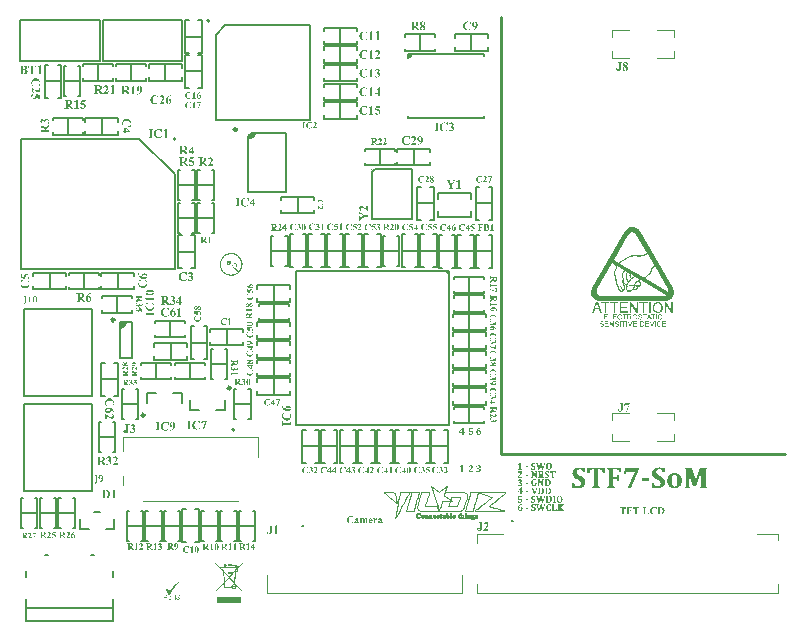
<source format=gto>
G04*
G04 #@! TF.GenerationSoftware,Altium Limited,Altium Designer,19.0.11 (319)*
G04*
G04 Layer_Color=65535*
%FSLAX44Y44*%
%MOMM*%
G71*
G01*
G75*
%ADD10C,0.2000*%
%ADD11C,0.2500*%
%ADD12C,0.1000*%
%ADD13C,0.1500*%
%ADD14C,0.0640*%
%ADD15C,0.0300*%
%ADD16C,0.1520*%
%ADD17C,0.1524*%
%ADD18C,0.2540*%
G36*
X87000Y241250D02*
X92000D01*
Y239750D01*
X89000Y236750D01*
X87000D01*
Y241250D01*
D02*
G37*
G36*
X198500Y402000D02*
X201500D01*
Y401005D01*
X200739Y399168D01*
X199332Y397761D01*
X197495Y397000D01*
X196500D01*
D01*
X195500D01*
Y399000D01*
X198500Y402000D01*
D02*
G37*
G36*
X330750Y465250D02*
X331347D01*
X332449Y465707D01*
X333293Y466551D01*
X333750Y467653D01*
Y468250D01*
D01*
X330750D01*
Y465250D01*
D02*
G37*
G36*
X437276Y122325D02*
X437378D01*
X437498Y122316D01*
X437747Y122288D01*
X437766D01*
X437812Y122279D01*
X437877Y122270D01*
X437969Y122260D01*
X438089Y122242D01*
X438219Y122214D01*
X438358Y122186D01*
X438515Y122149D01*
Y120948D01*
X437951D01*
Y120966D01*
X437932Y121003D01*
X437914Y121059D01*
X437895Y121132D01*
X437831Y121299D01*
X437794Y121391D01*
X437747Y121465D01*
X437738Y121475D01*
X437729Y121493D01*
X437701Y121530D01*
X437664Y121576D01*
X437572Y121669D01*
X437507Y121715D01*
X437442Y121752D01*
X437433D01*
X437405Y121770D01*
X437368Y121780D01*
X437313Y121798D01*
X437248Y121817D01*
X437174Y121826D01*
X437082Y121844D01*
X436897D01*
X436841Y121835D01*
X436703Y121807D01*
X436555Y121761D01*
X436545D01*
X436527Y121743D01*
X436490Y121724D01*
X436453Y121696D01*
X436351Y121622D01*
X436259Y121511D01*
Y121502D01*
X436240Y121484D01*
X436231Y121447D01*
X436213Y121400D01*
X436194Y121345D01*
X436176Y121271D01*
X436166Y121197D01*
X436157Y121114D01*
Y121105D01*
Y121077D01*
X436166Y121031D01*
Y120975D01*
X436194Y120837D01*
X436250Y120698D01*
X436259Y120689D01*
X436268Y120670D01*
X436287Y120633D01*
X436324Y120587D01*
X436361Y120541D01*
X436416Y120476D01*
X436481Y120421D01*
X436555Y120356D01*
X436564Y120346D01*
X436601Y120328D01*
X436647Y120291D01*
X436721Y120245D01*
X436814Y120189D01*
X436925Y120125D01*
X437054Y120051D01*
X437202Y119967D01*
X437211D01*
X437220Y119958D01*
X437248Y119940D01*
X437285Y119921D01*
X437378Y119866D01*
X437498Y119801D01*
X437618Y119718D01*
X437757Y119635D01*
X437886Y119542D01*
X438006Y119440D01*
X438016Y119431D01*
X438053Y119394D01*
X438108Y119348D01*
X438173Y119274D01*
X438247Y119200D01*
X438311Y119098D01*
X438385Y118997D01*
X438441Y118886D01*
X438450Y118876D01*
X438459Y118830D01*
X438487Y118775D01*
X438515Y118692D01*
X438533Y118590D01*
X438561Y118470D01*
X438570Y118340D01*
X438580Y118192D01*
Y118183D01*
Y118174D01*
Y118146D01*
Y118109D01*
X438570Y118007D01*
X438552Y117887D01*
X438524Y117748D01*
X438478Y117591D01*
X438422Y117443D01*
X438339Y117296D01*
X438330Y117277D01*
X438293Y117231D01*
X438237Y117166D01*
X438163Y117083D01*
X438071Y116990D01*
X437951Y116898D01*
X437812Y116805D01*
X437646Y116722D01*
X437636D01*
X437627Y116713D01*
X437599Y116704D01*
X437562Y116694D01*
X437470Y116658D01*
X437350Y116630D01*
X437193Y116593D01*
X437017Y116556D01*
X436814Y116537D01*
X436601Y116528D01*
X436444D01*
X436333Y116537D01*
X436194D01*
X436046Y116547D01*
X435889Y116556D01*
X435713Y116574D01*
X435695D01*
X435639Y116584D01*
X435547Y116593D01*
X435436Y116611D01*
X435307Y116630D01*
X435159Y116648D01*
X434854Y116713D01*
Y117989D01*
X435427D01*
Y117980D01*
X435436Y117970D01*
Y117943D01*
X435445Y117906D01*
X435473Y117823D01*
X435510Y117712D01*
X435556Y117591D01*
X435612Y117471D01*
X435686Y117351D01*
X435769Y117249D01*
X435778Y117240D01*
X435815Y117212D01*
X435871Y117175D01*
X435954Y117129D01*
X436055Y117083D01*
X436176Y117046D01*
X436324Y117018D01*
X436490Y117009D01*
X436527D01*
X436573Y117018D01*
X436638D01*
X436777Y117046D01*
X436925Y117092D01*
X436934D01*
X436962Y117111D01*
X436989Y117129D01*
X437035Y117157D01*
X437137Y117240D01*
X437193Y117296D01*
X437239Y117360D01*
X437248Y117369D01*
X437257Y117397D01*
X437276Y117434D01*
X437304Y117490D01*
X437322Y117554D01*
X437341Y117638D01*
X437350Y117721D01*
X437359Y117823D01*
Y117832D01*
Y117869D01*
X437350Y117915D01*
Y117980D01*
X437313Y118118D01*
X437294Y118192D01*
X437257Y118266D01*
Y118275D01*
X437239Y118303D01*
X437220Y118340D01*
X437183Y118386D01*
X437146Y118442D01*
X437091Y118497D01*
X437026Y118562D01*
X436952Y118627D01*
X436943Y118636D01*
X436915Y118655D01*
X436869Y118692D01*
X436804Y118738D01*
X436721Y118793D01*
X436619Y118858D01*
X436499Y118923D01*
X436370Y118987D01*
X436351Y118997D01*
X436314Y119015D01*
X436250Y119052D01*
X436176Y119089D01*
X436083Y119145D01*
X435982Y119200D01*
X435778Y119330D01*
X435769Y119339D01*
X435732Y119357D01*
X435686Y119394D01*
X435630Y119440D01*
X435556Y119496D01*
X435482Y119561D01*
X435334Y119709D01*
X435325Y119718D01*
X435307Y119746D01*
X435270Y119792D01*
X435233Y119847D01*
X435186Y119912D01*
X435140Y119995D01*
X435048Y120171D01*
Y120180D01*
X435029Y120217D01*
X435020Y120263D01*
X435001Y120337D01*
X434983Y120421D01*
X434964Y120513D01*
X434955Y120624D01*
X434946Y120735D01*
Y120744D01*
Y120753D01*
Y120781D01*
Y120818D01*
X434955Y120911D01*
X434974Y121031D01*
X435011Y121169D01*
X435048Y121317D01*
X435112Y121465D01*
X435196Y121604D01*
X435205Y121622D01*
X435242Y121659D01*
X435307Y121724D01*
X435381Y121807D01*
X435491Y121900D01*
X435612Y121983D01*
X435760Y122076D01*
X435926Y122149D01*
X435935D01*
X435945Y122159D01*
X435972Y122168D01*
X436009Y122177D01*
X436055Y122196D01*
X436111Y122205D01*
X436250Y122242D01*
X436407Y122279D01*
X436601Y122307D01*
X436814Y122325D01*
X437045Y122334D01*
X437183D01*
X437276Y122325D01*
D02*
G37*
G36*
X432182Y118424D02*
X430212D01*
Y119292D01*
X432182D01*
Y118424D01*
D02*
G37*
G36*
X447076Y121992D02*
X447067D01*
X447048Y121983D01*
X447021Y121974D01*
X446993Y121965D01*
X446901Y121927D01*
X446817Y121872D01*
X446799Y121854D01*
X446753Y121807D01*
X446697Y121733D01*
X446632Y121632D01*
Y121622D01*
X446614Y121604D01*
X446595Y121567D01*
X446577Y121511D01*
X446549Y121438D01*
X446512Y121345D01*
X446475Y121243D01*
X446429Y121114D01*
X444867Y116565D01*
X443877D01*
X442934Y120467D01*
X441825Y116565D01*
X440780D01*
X439532Y121216D01*
Y121234D01*
X439513Y121271D01*
X439495Y121327D01*
X439476Y121400D01*
X439421Y121558D01*
X439393Y121632D01*
X439365Y121687D01*
Y121696D01*
X439356Y121706D01*
X439319Y121761D01*
X439273Y121835D01*
X439208Y121891D01*
X439190Y121900D01*
X439153Y121927D01*
X439088Y121965D01*
X438996Y121992D01*
Y122260D01*
X441233D01*
Y121992D01*
X441224D01*
X441196Y121983D01*
X441159D01*
X441113Y121965D01*
X441002Y121927D01*
X440956Y121900D01*
X440910Y121863D01*
X440891Y121844D01*
X440863Y121798D01*
X440826Y121715D01*
X440817Y121659D01*
X440808Y121595D01*
Y121586D01*
Y121558D01*
X440817Y121502D01*
X440826Y121428D01*
X440835Y121336D01*
X440863Y121216D01*
X440891Y121077D01*
X440928Y120911D01*
X441649Y118026D01*
X442842Y122260D01*
X443776D01*
X444746Y118026D01*
X445625Y120837D01*
Y120846D01*
X445634Y120873D01*
X445643Y120911D01*
X445662Y120957D01*
X445699Y121086D01*
X445726Y121225D01*
Y121234D01*
X445736Y121262D01*
X445745Y121290D01*
X445754Y121336D01*
X445763Y121447D01*
X445773Y121549D01*
Y121558D01*
Y121586D01*
X445763Y121622D01*
Y121669D01*
X445726Y121780D01*
X445699Y121826D01*
X445662Y121872D01*
Y121881D01*
X445643Y121891D01*
X445616Y121909D01*
X445588Y121927D01*
X445541Y121946D01*
X445486Y121965D01*
X445421Y121983D01*
X445347Y121992D01*
Y122260D01*
X447076D01*
Y121992D01*
D02*
G37*
G36*
X426200Y122316D02*
Y122260D01*
X426190Y122168D01*
Y122048D01*
X426181Y121881D01*
Y121696D01*
X426172Y121475D01*
Y121225D01*
Y117748D01*
Y117739D01*
Y117712D01*
Y117665D01*
Y117610D01*
X426181Y117490D01*
X426190Y117434D01*
X426200Y117379D01*
Y117369D01*
X426209Y117360D01*
X426218Y117314D01*
X426255Y117249D01*
X426292Y117185D01*
X426311Y117175D01*
X426348Y117138D01*
X426412Y117101D01*
X426496Y117064D01*
X426505D01*
X426523Y117055D01*
X426551Y117046D01*
X426588Y117037D01*
X426690Y117018D01*
X426819Y116990D01*
X426856D01*
X426902Y116981D01*
X426958D01*
X427032Y116972D01*
X427124D01*
X427226Y116963D01*
X427337D01*
Y116593D01*
X423750D01*
Y116963D01*
X423768D01*
X423824Y116972D01*
X423907D01*
X423999Y116981D01*
X424212Y117000D01*
X424314Y117009D01*
X424397Y117018D01*
X424406D01*
X424434Y117027D01*
X424471Y117037D01*
X424508Y117046D01*
X424609Y117083D01*
X424656Y117101D01*
X424702Y117129D01*
X424711D01*
X424720Y117138D01*
X424767Y117185D01*
X424813Y117240D01*
X424859Y117323D01*
Y117332D01*
X424868Y117351D01*
X424878Y117379D01*
X424887Y117425D01*
Y117480D01*
X424896Y117554D01*
X424905Y117647D01*
Y117748D01*
Y120753D01*
Y120763D01*
Y120781D01*
Y120809D01*
X424896Y120855D01*
X424878Y120929D01*
X424859Y120975D01*
X424841Y121003D01*
X424831Y121012D01*
X424794Y121040D01*
X424739Y121068D01*
X424665Y121077D01*
X424646D01*
X424619Y121068D01*
X424591D01*
X424498Y121031D01*
X424434Y121012D01*
X424369Y120975D01*
X424360D01*
X424332Y120957D01*
X424286Y120929D01*
X424221Y120892D01*
X424138Y120837D01*
X424027Y120772D01*
X423898Y120689D01*
X423750Y120587D01*
X423500Y121031D01*
X425663Y122334D01*
X426200D01*
Y122316D01*
D02*
G37*
G36*
X450266Y122325D02*
X450368Y122316D01*
X450488Y122297D01*
X450617Y122270D01*
X450756Y122242D01*
X450904Y122205D01*
X451061Y122159D01*
X451218Y122103D01*
X451366Y122029D01*
X451523Y121946D01*
X451662Y121854D01*
X451801Y121743D01*
X451921Y121613D01*
X451930Y121604D01*
X451949Y121576D01*
X451976Y121539D01*
X452023Y121484D01*
X452069Y121410D01*
X452124Y121317D01*
X452180Y121206D01*
X452235Y121086D01*
X452291Y120938D01*
X452355Y120781D01*
X452402Y120605D01*
X452448Y120421D01*
X452494Y120217D01*
X452522Y119995D01*
X452540Y119755D01*
X452550Y119496D01*
Y119487D01*
Y119459D01*
Y119422D01*
Y119367D01*
X452540Y119292D01*
Y119219D01*
X452531Y119126D01*
Y119034D01*
X452503Y118821D01*
X452476Y118599D01*
X452430Y118368D01*
X452365Y118146D01*
Y118137D01*
X452355Y118118D01*
X452346Y118091D01*
X452328Y118054D01*
X452291Y117952D01*
X452226Y117823D01*
X452152Y117675D01*
X452069Y117517D01*
X451958Y117369D01*
X451838Y117221D01*
X451819Y117203D01*
X451773Y117166D01*
X451708Y117101D01*
X451607Y117018D01*
X451486Y116935D01*
X451348Y116852D01*
X451191Y116769D01*
X451015Y116694D01*
X451006D01*
X450996Y116685D01*
X450969Y116676D01*
X450932Y116667D01*
X450839Y116639D01*
X450710Y116611D01*
X450553Y116584D01*
X450368Y116556D01*
X450173Y116537D01*
X449961Y116528D01*
X449905D01*
X449841Y116537D01*
X449757D01*
X449656Y116547D01*
X449545Y116565D01*
X449415Y116584D01*
X449277Y116621D01*
X449129Y116658D01*
X448972Y116704D01*
X448824Y116759D01*
X448666Y116833D01*
X448519Y116907D01*
X448380Y117009D01*
X448241Y117111D01*
X448121Y117240D01*
X448112Y117249D01*
X448093Y117277D01*
X448066Y117314D01*
X448029Y117369D01*
X447982Y117453D01*
X447927Y117545D01*
X447871Y117647D01*
X447816Y117776D01*
X447760Y117915D01*
X447705Y118072D01*
X447649Y118248D01*
X447603Y118442D01*
X447566Y118655D01*
X447539Y118876D01*
X447520Y119117D01*
X447511Y119376D01*
Y119385D01*
Y119422D01*
Y119468D01*
X447520Y119533D01*
Y119616D01*
X447529Y119709D01*
X447539Y119810D01*
X447548Y119930D01*
X447585Y120180D01*
X447640Y120448D01*
X447705Y120716D01*
X447807Y120975D01*
Y120984D01*
X447825Y121003D01*
X447834Y121040D01*
X447862Y121086D01*
X447890Y121142D01*
X447927Y121206D01*
X448029Y121354D01*
X448149Y121511D01*
X448306Y121678D01*
X448482Y121844D01*
X448685Y121983D01*
X448694D01*
X448713Y122001D01*
X448741Y122020D01*
X448787Y122038D01*
X448842Y122066D01*
X448916Y122094D01*
X448990Y122122D01*
X449073Y122159D01*
X449175Y122196D01*
X449277Y122223D01*
X449508Y122279D01*
X449776Y122316D01*
X450063Y122334D01*
X450183D01*
X450266Y122325D01*
D02*
G37*
G36*
X448907Y115385D02*
X449009D01*
X449129Y115376D01*
X449378Y115348D01*
X449397D01*
X449443Y115339D01*
X449508Y115330D01*
X449600Y115321D01*
X449720Y115302D01*
X449850Y115274D01*
X449989Y115247D01*
X450146Y115210D01*
Y114008D01*
X449582D01*
Y114026D01*
X449563Y114063D01*
X449545Y114119D01*
X449526Y114193D01*
X449462Y114359D01*
X449425Y114452D01*
X449378Y114525D01*
X449369Y114535D01*
X449360Y114553D01*
X449332Y114590D01*
X449295Y114636D01*
X449203Y114729D01*
X449138Y114775D01*
X449073Y114812D01*
X449064D01*
X449036Y114831D01*
X448999Y114840D01*
X448944Y114858D01*
X448879Y114877D01*
X448805Y114886D01*
X448713Y114905D01*
X448528D01*
X448472Y114895D01*
X448334Y114868D01*
X448186Y114821D01*
X448176D01*
X448158Y114803D01*
X448121Y114784D01*
X448084Y114757D01*
X447982Y114683D01*
X447890Y114572D01*
Y114563D01*
X447871Y114544D01*
X447862Y114507D01*
X447844Y114461D01*
X447825Y114405D01*
X447807Y114331D01*
X447797Y114257D01*
X447788Y114174D01*
Y114165D01*
Y114137D01*
X447797Y114091D01*
Y114036D01*
X447825Y113897D01*
X447881Y113758D01*
X447890Y113749D01*
X447899Y113730D01*
X447918Y113693D01*
X447955Y113647D01*
X447992Y113601D01*
X448047Y113536D01*
X448112Y113481D01*
X448186Y113416D01*
X448195Y113407D01*
X448232Y113388D01*
X448278Y113351D01*
X448352Y113305D01*
X448445Y113250D01*
X448556Y113185D01*
X448685Y113111D01*
X448833Y113028D01*
X448842D01*
X448851Y113019D01*
X448879Y113000D01*
X448916Y112982D01*
X449009Y112926D01*
X449129Y112861D01*
X449249Y112778D01*
X449388Y112695D01*
X449517Y112602D01*
X449637Y112501D01*
X449646Y112492D01*
X449683Y112455D01*
X449739Y112408D01*
X449804Y112334D01*
X449878Y112260D01*
X449942Y112159D01*
X450016Y112057D01*
X450072Y111946D01*
X450081Y111937D01*
X450090Y111890D01*
X450118Y111835D01*
X450146Y111752D01*
X450164Y111650D01*
X450192Y111530D01*
X450201Y111400D01*
X450210Y111253D01*
Y111243D01*
Y111234D01*
Y111206D01*
Y111169D01*
X450201Y111068D01*
X450183Y110948D01*
X450155Y110809D01*
X450109Y110652D01*
X450053Y110504D01*
X449970Y110356D01*
X449961Y110337D01*
X449924Y110291D01*
X449868Y110226D01*
X449795Y110143D01*
X449702Y110051D01*
X449582Y109958D01*
X449443Y109866D01*
X449277Y109782D01*
X449268D01*
X449258Y109773D01*
X449230Y109764D01*
X449193Y109755D01*
X449101Y109718D01*
X448981Y109690D01*
X448824Y109653D01*
X448648Y109616D01*
X448445Y109598D01*
X448232Y109588D01*
X448075D01*
X447964Y109598D01*
X447825D01*
X447677Y109607D01*
X447520Y109616D01*
X447344Y109635D01*
X447326D01*
X447270Y109644D01*
X447178Y109653D01*
X447067Y109672D01*
X446938Y109690D01*
X446790Y109709D01*
X446485Y109773D01*
Y111049D01*
X447058D01*
Y111040D01*
X447067Y111031D01*
Y111003D01*
X447076Y110966D01*
X447104Y110883D01*
X447141Y110772D01*
X447187Y110652D01*
X447243Y110531D01*
X447317Y110411D01*
X447400Y110309D01*
X447409Y110300D01*
X447446Y110273D01*
X447502Y110236D01*
X447585Y110189D01*
X447687Y110143D01*
X447807Y110106D01*
X447955Y110078D01*
X448121Y110069D01*
X448158D01*
X448204Y110078D01*
X448269D01*
X448408Y110106D01*
X448556Y110152D01*
X448565D01*
X448592Y110171D01*
X448620Y110189D01*
X448666Y110217D01*
X448768Y110300D01*
X448824Y110356D01*
X448870Y110421D01*
X448879Y110430D01*
X448888Y110457D01*
X448907Y110494D01*
X448935Y110550D01*
X448953Y110615D01*
X448972Y110698D01*
X448981Y110781D01*
X448990Y110883D01*
Y110892D01*
Y110929D01*
X448981Y110975D01*
Y111040D01*
X448944Y111179D01*
X448925Y111253D01*
X448888Y111327D01*
Y111336D01*
X448870Y111363D01*
X448851Y111400D01*
X448814Y111447D01*
X448778Y111502D01*
X448722Y111558D01*
X448657Y111622D01*
X448583Y111687D01*
X448574Y111696D01*
X448546Y111715D01*
X448500Y111752D01*
X448435Y111798D01*
X448352Y111854D01*
X448251Y111918D01*
X448130Y111983D01*
X448001Y112048D01*
X447982Y112057D01*
X447945Y112075D01*
X447881Y112112D01*
X447807Y112149D01*
X447714Y112205D01*
X447612Y112260D01*
X447409Y112390D01*
X447400Y112399D01*
X447363Y112417D01*
X447317Y112455D01*
X447261Y112501D01*
X447187Y112556D01*
X447113Y112621D01*
X446965Y112769D01*
X446956Y112778D01*
X446938Y112806D01*
X446901Y112852D01*
X446864Y112907D01*
X446817Y112972D01*
X446771Y113055D01*
X446679Y113231D01*
Y113240D01*
X446660Y113277D01*
X446651Y113324D01*
X446632Y113398D01*
X446614Y113481D01*
X446595Y113573D01*
X446586Y113684D01*
X446577Y113795D01*
Y113804D01*
Y113814D01*
Y113841D01*
Y113878D01*
X446586Y113971D01*
X446605Y114091D01*
X446642Y114230D01*
X446679Y114378D01*
X446743Y114525D01*
X446827Y114664D01*
X446836Y114683D01*
X446873Y114720D01*
X446938Y114784D01*
X447012Y114868D01*
X447122Y114960D01*
X447243Y115043D01*
X447391Y115136D01*
X447557Y115210D01*
X447566D01*
X447575Y115219D01*
X447603Y115228D01*
X447640Y115237D01*
X447687Y115256D01*
X447742Y115265D01*
X447881Y115302D01*
X448038Y115339D01*
X448232Y115367D01*
X448445Y115385D01*
X448676Y115395D01*
X448814D01*
X448907Y115385D01*
D02*
G37*
G36*
X455675Y113869D02*
X455111D01*
Y113878D01*
X455102Y113915D01*
X455083Y113961D01*
X455065Y114026D01*
X455018Y114156D01*
X455000Y114220D01*
X454981Y114276D01*
Y114285D01*
X454972Y114304D01*
X454953Y114359D01*
X454916Y114433D01*
X454880Y114507D01*
X454870Y114525D01*
X454843Y114563D01*
X454806Y114609D01*
X454759Y114664D01*
X454750Y114674D01*
X454722Y114701D01*
X454685Y114738D01*
X454630Y114766D01*
X454621Y114775D01*
X454584Y114784D01*
X454528Y114803D01*
X454454Y114821D01*
X454436D01*
X454380Y114831D01*
X454297Y114840D01*
X453881D01*
Y110689D01*
Y110679D01*
Y110652D01*
Y110615D01*
Y110568D01*
Y110457D01*
X453890Y110356D01*
Y110337D01*
X453899Y110291D01*
X453918Y110236D01*
X453937Y110171D01*
X453946Y110162D01*
X453964Y110134D01*
X454020Y110060D01*
X454029Y110051D01*
X454057Y110032D01*
X454094Y110004D01*
X454149Y109977D01*
X454168Y109967D01*
X454214Y109958D01*
X454279Y109940D01*
X454380Y109921D01*
Y109653D01*
X452087D01*
Y109921D01*
X452097D01*
X452115Y109930D01*
X452152D01*
X452189Y109940D01*
X452281Y109967D01*
X452365Y109995D01*
X452374D01*
X452383Y110004D01*
X452420Y110032D01*
X452467Y110078D01*
X452513Y110134D01*
X452522Y110152D01*
X452540Y110199D01*
X452568Y110263D01*
X452577Y110356D01*
Y110365D01*
Y110384D01*
Y110411D01*
X452587Y110448D01*
Y110559D01*
Y110689D01*
Y114840D01*
X452171D01*
X452115Y114831D01*
X451986Y114812D01*
X451921Y114794D01*
X451866Y114775D01*
X451856D01*
X451847Y114766D01*
X451791Y114729D01*
X451718Y114674D01*
X451634Y114590D01*
Y114581D01*
X451616Y114572D01*
X451597Y114544D01*
X451579Y114507D01*
X451551Y114461D01*
X451523Y114396D01*
X451496Y114331D01*
X451468Y114257D01*
Y114248D01*
X451459Y114220D01*
X451449Y114183D01*
X451431Y114137D01*
X451394Y114008D01*
X451357Y113869D01*
X450784D01*
Y115321D01*
X455675D01*
Y113869D01*
D02*
G37*
G36*
X432394Y111484D02*
X430425D01*
Y112353D01*
X432394D01*
Y111484D01*
D02*
G37*
G36*
X440161Y115052D02*
X440151D01*
X440133Y115043D01*
X440105Y115034D01*
X440068Y115025D01*
X439985Y114988D01*
X439920Y114960D01*
X439911Y114951D01*
X439883Y114932D01*
X439846Y114905D01*
X439809Y114858D01*
X439800Y114849D01*
X439781Y114812D01*
X439763Y114747D01*
X439735Y114664D01*
Y114655D01*
Y114646D01*
X439726Y114609D01*
Y114572D01*
X439717Y114516D01*
Y114452D01*
X439707Y114368D01*
Y114276D01*
Y109653D01*
X438653D01*
X436786Y112880D01*
Y112889D01*
X436767Y112907D01*
X436749Y112944D01*
X436721Y112991D01*
X436693Y113046D01*
X436656Y113111D01*
X436573Y113259D01*
X436481Y113425D01*
X436388Y113592D01*
X436296Y113758D01*
X436222Y113915D01*
X436185D01*
Y113906D01*
Y113878D01*
Y113823D01*
X436194Y113758D01*
Y113675D01*
X436203Y113582D01*
Y113471D01*
X436213Y113342D01*
Y113203D01*
Y113065D01*
X436222Y112741D01*
X436231Y112399D01*
Y112029D01*
Y110689D01*
Y110679D01*
Y110642D01*
Y110587D01*
Y110513D01*
X436240Y110365D01*
X436250Y110300D01*
X436259Y110245D01*
Y110236D01*
X436268Y110226D01*
X436287Y110180D01*
X436314Y110115D01*
X436370Y110051D01*
X436388Y110041D01*
X436407Y110023D01*
X436444Y110004D01*
X436481Y109986D01*
X436536Y109967D01*
X436601Y109940D01*
X436675Y109921D01*
Y109653D01*
X435103D01*
Y109921D01*
X435112D01*
X435131Y109930D01*
X435159Y109940D01*
X435196Y109949D01*
X435270Y109977D01*
X435344Y110014D01*
X435362Y110023D01*
X435399Y110051D01*
X435445Y110088D01*
X435482Y110143D01*
X435491Y110162D01*
X435510Y110208D01*
X435528Y110273D01*
X435538Y110365D01*
Y110374D01*
Y110393D01*
Y110421D01*
X435547Y110457D01*
Y110559D01*
Y110689D01*
Y114285D01*
Y114304D01*
Y114341D01*
Y114387D01*
Y114461D01*
X435538Y114600D01*
X435528Y114664D01*
X435519Y114710D01*
Y114720D01*
Y114729D01*
X435501Y114784D01*
X435464Y114840D01*
X435408Y114905D01*
X435390Y114923D01*
X435371Y114932D01*
X435344Y114951D01*
X435297Y114979D01*
X435242Y115006D01*
X435177Y115025D01*
X435103Y115052D01*
Y115321D01*
X436786D01*
X438265Y112769D01*
X438274Y112760D01*
X438293Y112723D01*
X438321Y112667D01*
X438358Y112593D01*
X438404Y112501D01*
X438469Y112390D01*
X438543Y112260D01*
X438616Y112112D01*
X438626Y112094D01*
X438653Y112048D01*
X438700Y111965D01*
X438746Y111863D01*
X438811Y111743D01*
X438875Y111613D01*
X439014Y111336D01*
X439079D01*
Y111345D01*
Y111382D01*
Y111438D01*
X439070Y111511D01*
Y111604D01*
X439060Y111715D01*
Y111844D01*
Y111983D01*
X439051Y112140D01*
Y112307D01*
X439042Y112482D01*
Y112676D01*
X439033Y113074D01*
Y113509D01*
Y114276D01*
Y114285D01*
Y114322D01*
Y114368D01*
Y114433D01*
X439023Y114563D01*
X439014Y114618D01*
X439005Y114674D01*
Y114683D01*
Y114692D01*
X438986Y114738D01*
X438968Y114803D01*
X438940Y114849D01*
X438931Y114858D01*
X438912Y114886D01*
X438875Y114923D01*
X438829Y114951D01*
X438820Y114960D01*
X438774Y114979D01*
X438700Y115015D01*
X438589Y115052D01*
Y115321D01*
X440161D01*
Y115052D01*
D02*
G37*
G36*
X443618Y115311D02*
X443748Y115302D01*
X443886Y115293D01*
X444035Y115274D01*
X444164Y115256D01*
X444182D01*
X444219Y115247D01*
X444284Y115228D01*
X444367Y115210D01*
X444460Y115173D01*
X444562Y115136D01*
X444765Y115043D01*
X444774Y115034D01*
X444802Y115025D01*
X444839Y114997D01*
X444894Y114969D01*
X445005Y114868D01*
X445125Y114747D01*
X445135Y114738D01*
X445153Y114720D01*
X445181Y114683D01*
X445218Y114627D01*
X445255Y114572D01*
X445292Y114498D01*
X445357Y114341D01*
Y114331D01*
X445366Y114304D01*
X445384Y114248D01*
X445403Y114183D01*
X445412Y114109D01*
X445431Y114017D01*
X445440Y113906D01*
Y113795D01*
Y113777D01*
Y113730D01*
X445431Y113647D01*
X445421Y113555D01*
X445403Y113444D01*
X445375Y113324D01*
X445338Y113203D01*
X445292Y113092D01*
X445283Y113083D01*
X445264Y113046D01*
X445236Y112991D01*
X445190Y112926D01*
X445135Y112852D01*
X445070Y112769D01*
X444996Y112686D01*
X444913Y112612D01*
X444904Y112602D01*
X444867Y112575D01*
X444811Y112538D01*
X444746Y112492D01*
X444654Y112436D01*
X444543Y112381D01*
X444413Y112316D01*
X444266Y112251D01*
Y112205D01*
X444275Y112196D01*
X444321Y112177D01*
X444377Y112149D01*
X444441Y112112D01*
X444524Y112066D01*
X444608Y112001D01*
X444691Y111937D01*
X444765Y111854D01*
X444774Y111844D01*
X444802Y111817D01*
X444839Y111761D01*
X444885Y111696D01*
X444940Y111622D01*
X445005Y111521D01*
X445070Y111410D01*
X445135Y111290D01*
X445394Y110726D01*
X445403Y110707D01*
X445421Y110661D01*
X445458Y110596D01*
X445504Y110513D01*
X445616Y110328D01*
X445680Y110236D01*
X445745Y110152D01*
X445754Y110143D01*
X445773Y110125D01*
X445810Y110088D01*
X445865Y110051D01*
X445921Y110014D01*
X445994Y109977D01*
X446068Y109949D01*
X446152Y109921D01*
Y109653D01*
X444552D01*
X444543Y109672D01*
X444506Y109718D01*
X444460Y109792D01*
X444395Y109903D01*
X444312Y110041D01*
X444219Y110208D01*
X444118Y110411D01*
X444007Y110642D01*
X443683Y111345D01*
X443674Y111363D01*
X443655Y111400D01*
X443628Y111456D01*
X443600Y111521D01*
X443517Y111669D01*
X443470Y111743D01*
X443433Y111798D01*
Y111807D01*
X443415Y111817D01*
X443369Y111872D01*
X443304Y111927D01*
X443221Y111974D01*
X443212D01*
X443202Y111983D01*
X443175Y111992D01*
X443138Y112001D01*
X443091Y112011D01*
X443027Y112020D01*
X442962Y112029D01*
X442638D01*
Y110689D01*
Y110679D01*
Y110642D01*
Y110587D01*
Y110522D01*
X442648Y110374D01*
X442657Y110309D01*
X442666Y110254D01*
Y110245D01*
X442675Y110236D01*
X442694Y110180D01*
X442731Y110115D01*
X442777Y110051D01*
X442796Y110041D01*
X442814Y110023D01*
X442851Y110004D01*
X442888Y109986D01*
X442943Y109967D01*
X443008Y109940D01*
X443091Y109921D01*
Y109653D01*
X440910D01*
Y109921D01*
X440919D01*
X440937Y109930D01*
X440993Y109949D01*
X441076Y109977D01*
X441150Y110014D01*
X441168Y110023D01*
X441205Y110051D01*
X441242Y110088D01*
X441279Y110143D01*
X441288Y110162D01*
X441307Y110199D01*
X441325Y110273D01*
X441335Y110356D01*
Y110365D01*
Y110384D01*
X441344Y110411D01*
Y110448D01*
X441353Y110559D01*
Y110689D01*
Y114276D01*
Y114285D01*
Y114313D01*
Y114341D01*
Y114387D01*
Y114498D01*
X441344Y114600D01*
Y114609D01*
Y114627D01*
X441335Y114683D01*
X441316Y114747D01*
X441288Y114821D01*
X441279Y114840D01*
X441251Y114868D01*
X441215Y114914D01*
X441150Y114951D01*
X441131Y114960D01*
X441085Y114988D01*
X441011Y115015D01*
X440910Y115052D01*
Y115321D01*
X443507D01*
X443618Y115311D01*
D02*
G37*
G36*
X425710Y115385D02*
X425765D01*
X425904Y115376D01*
X426061Y115358D01*
X426227Y115321D01*
X426394Y115284D01*
X426551Y115228D01*
X426570Y115219D01*
X426616Y115201D01*
X426680Y115163D01*
X426764Y115108D01*
X426856Y115043D01*
X426949Y114969D01*
X427032Y114877D01*
X427106Y114775D01*
X427115Y114766D01*
X427133Y114729D01*
X427161Y114664D01*
X427198Y114590D01*
X427226Y114498D01*
X427254Y114387D01*
X427272Y114267D01*
X427281Y114128D01*
Y114109D01*
Y114073D01*
X427272Y114008D01*
X427263Y113925D01*
X427254Y113832D01*
X427235Y113730D01*
X427198Y113619D01*
X427161Y113509D01*
X427152Y113499D01*
X427133Y113462D01*
X427106Y113398D01*
X427060Y113324D01*
X427004Y113231D01*
X426930Y113120D01*
X426838Y113000D01*
X426736Y112871D01*
X426727Y112852D01*
X426680Y112806D01*
X426606Y112723D01*
X426496Y112602D01*
X426357Y112464D01*
X426181Y112279D01*
X426079Y112177D01*
X425969Y112075D01*
X425848Y111955D01*
X425719Y111835D01*
X425710Y111826D01*
X425663Y111780D01*
X425608Y111715D01*
X425525Y111641D01*
X425432Y111539D01*
X425331Y111438D01*
X425118Y111206D01*
X425109Y111197D01*
X425072Y111151D01*
X425025Y111095D01*
X424961Y111031D01*
X424831Y110864D01*
X424767Y110781D01*
X424711Y110707D01*
Y110670D01*
X426283D01*
X426338Y110679D01*
X426468Y110689D01*
X426533Y110698D01*
X426588Y110707D01*
X426597D01*
X426616Y110716D01*
X426671Y110735D01*
X426736Y110781D01*
X426801Y110836D01*
Y110846D01*
X426810Y110855D01*
X426828Y110883D01*
X426847Y110911D01*
X426865Y110957D01*
X426884Y111012D01*
X426912Y111068D01*
X426930Y111142D01*
X427402D01*
X427309Y109653D01*
X423500D01*
Y109921D01*
Y109930D01*
X423509Y109940D01*
X423537Y109995D01*
X423574Y110069D01*
X423629Y110180D01*
X423703Y110309D01*
X423787Y110457D01*
X423888Y110615D01*
X423999Y110790D01*
Y110800D01*
X424018Y110809D01*
X424036Y110836D01*
X424055Y110873D01*
X424129Y110966D01*
X424230Y111095D01*
X424341Y111253D01*
X424480Y111419D01*
X424637Y111613D01*
X424813Y111817D01*
X424822Y111826D01*
X424831Y111844D01*
X424859Y111872D01*
X424887Y111909D01*
X424970Y112001D01*
X425062Y112122D01*
X425173Y112260D01*
X425284Y112408D01*
X425395Y112547D01*
X425488Y112686D01*
X425497Y112704D01*
X425525Y112741D01*
X425571Y112806D01*
X425626Y112898D01*
X425682Y112991D01*
X425737Y113102D01*
X425793Y113222D01*
X425839Y113333D01*
X425848Y113351D01*
X425858Y113388D01*
X425876Y113444D01*
X425904Y113527D01*
X425922Y113619D01*
X425941Y113730D01*
X425950Y113841D01*
X425959Y113961D01*
Y113971D01*
Y113980D01*
Y114036D01*
X425950Y114119D01*
X425932Y114220D01*
X425913Y114331D01*
X425876Y114452D01*
X425821Y114572D01*
X425756Y114674D01*
X425747Y114683D01*
X425719Y114720D01*
X425673Y114757D01*
X425608Y114812D01*
X425534Y114858D01*
X425432Y114905D01*
X425331Y114932D01*
X425201Y114942D01*
X425146D01*
X425081Y114932D01*
X425007Y114914D01*
X424924Y114886D01*
X424831Y114840D01*
X424739Y114784D01*
X424646Y114701D01*
X424637Y114692D01*
X424609Y114655D01*
X424572Y114600D01*
X424526Y114525D01*
X424480Y114424D01*
X424425Y114294D01*
X424378Y114137D01*
X424332Y113961D01*
X423583D01*
Y114942D01*
X423592D01*
X423602Y114951D01*
X423629Y114960D01*
X423666Y114979D01*
X423759Y115006D01*
X423870Y115052D01*
X423999Y115099D01*
X424138Y115145D01*
X424258Y115191D01*
X424378Y115228D01*
X424388D01*
X424425Y115247D01*
X424480Y115256D01*
X424554Y115274D01*
X424646Y115293D01*
X424739Y115311D01*
X424942Y115348D01*
X424952D01*
X424989Y115358D01*
X425053Y115367D01*
X425127Y115376D01*
X425220D01*
X425321Y115385D01*
X425432Y115395D01*
X425654D01*
X425710Y115385D01*
D02*
G37*
G36*
X437960Y108446D02*
X438053D01*
X438163Y108436D01*
X438274Y108427D01*
X438533Y108399D01*
X438811Y108362D01*
X439107Y108307D01*
X439393Y108233D01*
Y107050D01*
X438829D01*
Y107068D01*
X438811Y107105D01*
X438792Y107170D01*
X438764Y107253D01*
X438690Y107429D01*
X438653Y107512D01*
X438607Y107586D01*
X438598Y107595D01*
X438589Y107613D01*
X438561Y107650D01*
X438524Y107697D01*
X438422Y107789D01*
X438367Y107835D01*
X438293Y107872D01*
X438284D01*
X438256Y107891D01*
X438219Y107900D01*
X438154Y107919D01*
X438089Y107937D01*
X437997Y107946D01*
X437905Y107965D01*
X437729D01*
X437646Y107956D01*
X437553Y107937D01*
X437433Y107900D01*
X437313Y107863D01*
X437183Y107798D01*
X437063Y107715D01*
X437054Y107706D01*
X437008Y107669D01*
X436952Y107604D01*
X436888Y107521D01*
X436804Y107410D01*
X436721Y107271D01*
X436638Y107105D01*
X436564Y106911D01*
Y106902D01*
X436555Y106883D01*
X436545Y106855D01*
X436536Y106809D01*
X436527Y106754D01*
X436509Y106689D01*
X436490Y106615D01*
X436481Y106532D01*
X436462Y106430D01*
X436444Y106328D01*
X436416Y106088D01*
X436398Y105820D01*
X436388Y105515D01*
Y105506D01*
Y105487D01*
Y105441D01*
Y105395D01*
Y105330D01*
X436398Y105256D01*
X436407Y105080D01*
X436416Y104886D01*
X436444Y104673D01*
X436472Y104461D01*
X436509Y104248D01*
Y104239D01*
X436518Y104230D01*
Y104202D01*
X436527Y104165D01*
X436564Y104063D01*
X436601Y103952D01*
X436656Y103814D01*
X436712Y103675D01*
X436795Y103546D01*
X436878Y103425D01*
X436888Y103416D01*
X436925Y103379D01*
X436980Y103333D01*
X437054Y103277D01*
X437146Y103222D01*
X437257Y103176D01*
X437378Y103139D01*
X437507Y103129D01*
X437562D01*
X437627Y103139D01*
X437710Y103157D01*
X437794Y103185D01*
X437886Y103222D01*
X437969Y103268D01*
X438043Y103342D01*
X438053Y103351D01*
X438071Y103388D01*
X438099Y103434D01*
X438136Y103518D01*
X438163Y103610D01*
X438191Y103730D01*
X438210Y103878D01*
X438219Y104045D01*
Y104202D01*
Y104220D01*
Y104257D01*
Y104313D01*
Y104378D01*
X438210Y104525D01*
Y104590D01*
X438200Y104646D01*
Y104655D01*
Y104664D01*
X438182Y104720D01*
X438163Y104794D01*
X438136Y104849D01*
X438126Y104858D01*
X438108Y104895D01*
X438062Y104923D01*
X438016Y104960D01*
X438006Y104969D01*
X437960Y104988D01*
X437932Y105006D01*
X437886Y105025D01*
X437840Y105043D01*
X437775Y105062D01*
Y105330D01*
X439902D01*
Y105062D01*
X439892D01*
X439865Y105052D01*
X439828Y105034D01*
X439791Y105015D01*
X439689Y104969D01*
X439652Y104942D01*
X439615Y104914D01*
X439606Y104905D01*
X439578Y104858D01*
X439541Y104794D01*
X439513Y104701D01*
Y104692D01*
Y104673D01*
X439504Y104646D01*
Y104609D01*
X439495Y104553D01*
Y104498D01*
X439486Y104424D01*
Y104341D01*
Y102769D01*
X438894Y102658D01*
X438607Y102944D01*
X438598D01*
X438589Y102935D01*
X438561Y102917D01*
X438524Y102898D01*
X438469Y102880D01*
X438413Y102852D01*
X438274Y102797D01*
X438108Y102741D01*
X437914Y102695D01*
X437701Y102658D01*
X437470Y102649D01*
X437415D01*
X437359Y102658D01*
X437276D01*
X437174Y102667D01*
X437054Y102686D01*
X436925Y102704D01*
X436786Y102741D01*
X436647Y102778D01*
X436499Y102824D01*
X436342Y102880D01*
X436194Y102944D01*
X436046Y103028D01*
X435908Y103120D01*
X435778Y103231D01*
X435658Y103351D01*
X435649Y103361D01*
X435630Y103388D01*
X435602Y103425D01*
X435565Y103481D01*
X435519Y103564D01*
X435473Y103656D01*
X435418Y103758D01*
X435362Y103888D01*
X435307Y104026D01*
X435251Y104193D01*
X435205Y104368D01*
X435159Y104553D01*
X435122Y104766D01*
X435094Y104997D01*
X435075Y105237D01*
X435066Y105496D01*
Y105506D01*
Y105533D01*
Y105570D01*
Y105626D01*
X435075Y105690D01*
Y105764D01*
X435085Y105857D01*
X435094Y105949D01*
X435122Y106153D01*
X435159Y106375D01*
X435205Y106606D01*
X435279Y106828D01*
Y106837D01*
X435288Y106855D01*
X435297Y106883D01*
X435316Y106920D01*
X435362Y107031D01*
X435436Y107161D01*
X435519Y107308D01*
X435612Y107466D01*
X435732Y107613D01*
X435861Y107761D01*
X435880Y107780D01*
X435926Y107817D01*
X436009Y107882D01*
X436111Y107965D01*
X436240Y108048D01*
X436379Y108140D01*
X436536Y108215D01*
X436712Y108288D01*
X436721D01*
X436730Y108298D01*
X436758Y108307D01*
X436795Y108316D01*
X436888Y108344D01*
X437017Y108372D01*
X437165Y108399D01*
X437341Y108427D01*
X437526Y108446D01*
X437729Y108455D01*
X437886D01*
X437960Y108446D01*
D02*
G37*
G36*
X432311Y104544D02*
X430342D01*
Y105413D01*
X432311D01*
Y104544D01*
D02*
G37*
G36*
X445588Y108113D02*
X445578D01*
X445560Y108104D01*
X445532Y108094D01*
X445495Y108085D01*
X445412Y108048D01*
X445347Y108020D01*
X445338Y108011D01*
X445310Y107993D01*
X445273Y107965D01*
X445236Y107919D01*
X445227Y107909D01*
X445209Y107872D01*
X445190Y107808D01*
X445162Y107725D01*
Y107715D01*
Y107706D01*
X445153Y107669D01*
Y107632D01*
X445144Y107577D01*
Y107512D01*
X445135Y107429D01*
Y107336D01*
Y102713D01*
X444081D01*
X442213Y105940D01*
Y105949D01*
X442195Y105968D01*
X442176Y106005D01*
X442148Y106051D01*
X442121Y106107D01*
X442084Y106171D01*
X442000Y106319D01*
X441908Y106486D01*
X441815Y106652D01*
X441723Y106818D01*
X441649Y106976D01*
X441612D01*
Y106966D01*
Y106939D01*
Y106883D01*
X441621Y106818D01*
Y106735D01*
X441631Y106643D01*
Y106532D01*
X441640Y106402D01*
Y106264D01*
Y106125D01*
X441649Y105801D01*
X441658Y105459D01*
Y105090D01*
Y103749D01*
Y103740D01*
Y103703D01*
Y103647D01*
Y103573D01*
X441668Y103425D01*
X441677Y103361D01*
X441686Y103305D01*
Y103296D01*
X441695Y103287D01*
X441714Y103240D01*
X441742Y103176D01*
X441797Y103111D01*
X441815Y103102D01*
X441834Y103083D01*
X441871Y103065D01*
X441908Y103046D01*
X441964Y103028D01*
X442028Y103000D01*
X442102Y102982D01*
Y102713D01*
X440530D01*
Y102982D01*
X440540D01*
X440558Y102991D01*
X440586Y103000D01*
X440623Y103009D01*
X440697Y103037D01*
X440771Y103074D01*
X440789Y103083D01*
X440826Y103111D01*
X440872Y103148D01*
X440910Y103203D01*
X440919Y103222D01*
X440937Y103268D01*
X440956Y103333D01*
X440965Y103425D01*
Y103434D01*
Y103453D01*
Y103481D01*
X440974Y103518D01*
Y103619D01*
Y103749D01*
Y107345D01*
Y107364D01*
Y107401D01*
Y107447D01*
Y107521D01*
X440965Y107660D01*
X440956Y107725D01*
X440946Y107771D01*
Y107780D01*
Y107789D01*
X440928Y107845D01*
X440891Y107900D01*
X440835Y107965D01*
X440817Y107983D01*
X440798Y107993D01*
X440771Y108011D01*
X440724Y108039D01*
X440669Y108067D01*
X440604Y108085D01*
X440530Y108113D01*
Y108381D01*
X442213D01*
X443692Y105829D01*
X443702Y105820D01*
X443720Y105783D01*
X443748Y105727D01*
X443785Y105653D01*
X443831Y105561D01*
X443896Y105450D01*
X443970Y105321D01*
X444044Y105173D01*
X444053Y105154D01*
X444081Y105108D01*
X444127Y105025D01*
X444173Y104923D01*
X444238Y104803D01*
X444303Y104673D01*
X444441Y104396D01*
X444506D01*
Y104405D01*
Y104442D01*
Y104498D01*
X444497Y104572D01*
Y104664D01*
X444487Y104775D01*
Y104905D01*
Y105043D01*
X444478Y105200D01*
Y105367D01*
X444469Y105542D01*
Y105737D01*
X444460Y106134D01*
Y106569D01*
Y107336D01*
Y107345D01*
Y107382D01*
Y107429D01*
Y107493D01*
X444450Y107623D01*
X444441Y107678D01*
X444432Y107734D01*
Y107743D01*
Y107752D01*
X444413Y107798D01*
X444395Y107863D01*
X444367Y107909D01*
X444358Y107919D01*
X444340Y107946D01*
X444303Y107983D01*
X444256Y108011D01*
X444247Y108020D01*
X444201Y108039D01*
X444127Y108076D01*
X444016Y108113D01*
Y108381D01*
X445588D01*
Y108113D01*
D02*
G37*
G36*
X425673Y108446D02*
X425793Y108436D01*
X425932Y108418D01*
X426079Y108390D01*
X426237Y108353D01*
X426385Y108307D01*
X426394D01*
X426403Y108298D01*
X426449Y108279D01*
X426523Y108251D01*
X426606Y108205D01*
X426708Y108140D01*
X426810Y108076D01*
X426912Y107993D01*
X426995Y107891D01*
X427004Y107882D01*
X427032Y107845D01*
X427060Y107789D01*
X427106Y107706D01*
X427143Y107613D01*
X427170Y107503D01*
X427198Y107373D01*
X427207Y107234D01*
Y107216D01*
Y107179D01*
X427198Y107105D01*
X427189Y107022D01*
X427170Y106929D01*
X427152Y106828D01*
X427115Y106717D01*
X427069Y106615D01*
X427060Y106606D01*
X427041Y106569D01*
X427013Y106523D01*
X426967Y106458D01*
X426912Y106384D01*
X426847Y106301D01*
X426764Y106227D01*
X426671Y106144D01*
X426662Y106134D01*
X426625Y106107D01*
X426570Y106069D01*
X426496Y106023D01*
X426394Y105968D01*
X426283Y105894D01*
X426153Y105829D01*
X426006Y105755D01*
Y105718D01*
X426024D01*
X426070Y105709D01*
X426135Y105690D01*
X426227Y105663D01*
X426329Y105635D01*
X426431Y105589D01*
X426551Y105542D01*
X426662Y105478D01*
X426671Y105469D01*
X426708Y105450D01*
X426764Y105404D01*
X426838Y105348D01*
X426912Y105284D01*
X426995Y105200D01*
X427069Y105108D01*
X427143Y104997D01*
X427152Y104988D01*
X427170Y104942D01*
X427198Y104886D01*
X427235Y104803D01*
X427263Y104701D01*
X427291Y104581D01*
X427309Y104452D01*
X427318Y104304D01*
Y104294D01*
Y104285D01*
Y104257D01*
Y104220D01*
X427309Y104128D01*
X427291Y104017D01*
X427263Y103878D01*
X427217Y103740D01*
X427161Y103592D01*
X427078Y103444D01*
X427069Y103425D01*
X427032Y103379D01*
X426976Y103314D01*
X426902Y103231D01*
X426801Y103139D01*
X426680Y103046D01*
X426533Y102944D01*
X426366Y102861D01*
X426357D01*
X426348Y102852D01*
X426320Y102843D01*
X426283Y102824D01*
X426237Y102815D01*
X426181Y102797D01*
X426043Y102760D01*
X425876Y102713D01*
X425682Y102686D01*
X425460Y102658D01*
X425210Y102649D01*
X425127D01*
X425035Y102658D01*
X424915D01*
X424776Y102667D01*
X424619Y102686D01*
X424452Y102704D01*
X424286Y102732D01*
X424267D01*
X424212Y102750D01*
X424129Y102769D01*
X424018Y102797D01*
X423898Y102824D01*
X423768Y102861D01*
X423629Y102907D01*
X423500Y102963D01*
Y104008D01*
X424249D01*
Y103998D01*
X424258Y103989D01*
X424267Y103934D01*
X424295Y103851D01*
X424332Y103749D01*
X424388Y103638D01*
X424443Y103518D01*
X424508Y103416D01*
X424582Y103324D01*
X424591Y103314D01*
X424619Y103287D01*
X424674Y103259D01*
X424739Y103222D01*
X424822Y103176D01*
X424924Y103148D01*
X425035Y103120D01*
X425164Y103111D01*
X425201D01*
X425247Y103120D01*
X425303Y103129D01*
X425368Y103148D01*
X425442Y103166D01*
X425525Y103203D01*
X425608Y103250D01*
X425682Y103305D01*
X425765Y103379D01*
X425839Y103462D01*
X425904Y103573D01*
X425959Y103693D01*
X426006Y103841D01*
X426033Y104008D01*
X426043Y104202D01*
Y104211D01*
Y104230D01*
Y104257D01*
Y104294D01*
X426024Y104405D01*
X426006Y104525D01*
X425969Y104673D01*
X425913Y104812D01*
X425830Y104951D01*
X425728Y105071D01*
X425710Y105080D01*
X425673Y105117D01*
X425599Y105163D01*
X425497Y105219D01*
X425368Y105265D01*
X425210Y105311D01*
X425016Y105348D01*
X424794Y105358D01*
X424462D01*
Y105829D01*
X424498D01*
X424535Y105838D01*
X424582D01*
X424646Y105848D01*
X424711Y105857D01*
X424878Y105885D01*
X425053Y105922D01*
X425238Y105977D01*
X425405Y106060D01*
X425562Y106162D01*
X425580Y106180D01*
X425617Y106217D01*
X425682Y106291D01*
X425756Y106393D01*
X425821Y106523D01*
X425885Y106680D01*
X425922Y106855D01*
X425941Y107068D01*
Y107077D01*
Y107086D01*
Y107142D01*
X425932Y107225D01*
X425913Y107327D01*
X425895Y107438D01*
X425858Y107558D01*
X425811Y107669D01*
X425747Y107761D01*
X425737Y107771D01*
X425710Y107798D01*
X425673Y107835D01*
X425608Y107882D01*
X425534Y107928D01*
X425442Y107965D01*
X425331Y107993D01*
X425201Y108002D01*
X425127D01*
X425081Y107993D01*
X424952Y107965D01*
X424822Y107909D01*
X424813D01*
X424794Y107891D01*
X424767Y107872D01*
X424720Y107835D01*
X424674Y107789D01*
X424628Y107734D01*
X424572Y107669D01*
X424517Y107595D01*
X424508Y107586D01*
X424498Y107558D01*
X424471Y107503D01*
X424443Y107438D01*
X424415Y107355D01*
X424378Y107253D01*
X424351Y107142D01*
X424323Y107013D01*
X423574D01*
Y108002D01*
X423583Y108011D01*
X423620Y108020D01*
X423676Y108048D01*
X423750Y108076D01*
X423842Y108104D01*
X423953Y108150D01*
X424073Y108187D01*
X424212Y108233D01*
X424351Y108270D01*
X424508Y108316D01*
X424822Y108381D01*
X425155Y108436D01*
X425321Y108446D01*
X425488Y108455D01*
X425571D01*
X425673Y108446D01*
D02*
G37*
G36*
X448741Y108372D02*
X448907D01*
X449092Y108353D01*
X449277Y108335D01*
X449471Y108307D01*
X449656Y108270D01*
X449674D01*
X449730Y108251D01*
X449822Y108224D01*
X449933Y108187D01*
X450063Y108140D01*
X450201Y108085D01*
X450340Y108020D01*
X450479Y107937D01*
X450497Y107928D01*
X450543Y107900D01*
X450608Y107845D01*
X450691Y107780D01*
X450784Y107697D01*
X450886Y107604D01*
X450978Y107503D01*
X451070Y107382D01*
X451080Y107364D01*
X451107Y107327D01*
X451144Y107262D01*
X451191Y107170D01*
X451246Y107059D01*
X451301Y106929D01*
X451348Y106791D01*
X451394Y106634D01*
X451403Y106615D01*
X451413Y106559D01*
X451431Y106467D01*
X451449Y106356D01*
X451468Y106208D01*
X451486Y106051D01*
X451505Y105866D01*
Y105672D01*
Y105663D01*
Y105644D01*
Y105607D01*
Y105561D01*
Y105506D01*
X451496Y105441D01*
X451486Y105284D01*
X451468Y105108D01*
X451440Y104905D01*
X451403Y104710D01*
X451348Y104507D01*
Y104498D01*
X451339Y104488D01*
X451329Y104461D01*
X451320Y104424D01*
X451283Y104322D01*
X451237Y104202D01*
X451172Y104063D01*
X451098Y103915D01*
X451006Y103767D01*
X450895Y103619D01*
X450886Y103601D01*
X450849Y103564D01*
X450793Y103509D01*
X450710Y103434D01*
X450617Y103342D01*
X450497Y103259D01*
X450368Y103166D01*
X450229Y103083D01*
X450210Y103074D01*
X450164Y103046D01*
X450081Y103009D01*
X449970Y102963D01*
X449841Y102917D01*
X449683Y102871D01*
X449517Y102824D01*
X449332Y102787D01*
X449314D01*
X449286Y102778D01*
X449249D01*
X449156Y102769D01*
X449027Y102750D01*
X448870Y102741D01*
X448676Y102723D01*
X448463Y102713D01*
X446337D01*
Y102982D01*
X446346D01*
X446364Y102991D01*
X446420Y103009D01*
X446503Y103037D01*
X446577Y103074D01*
X446595Y103083D01*
X446632Y103111D01*
X446670Y103148D01*
X446706Y103203D01*
X446716Y103222D01*
X446734Y103259D01*
X446753Y103333D01*
X446762Y103416D01*
Y103425D01*
Y103444D01*
X446771Y103471D01*
Y103509D01*
X446780Y103619D01*
Y103749D01*
Y107336D01*
Y107345D01*
Y107373D01*
Y107401D01*
Y107447D01*
Y107558D01*
X446771Y107660D01*
Y107669D01*
Y107688D01*
X446762Y107743D01*
X446743Y107808D01*
X446716Y107882D01*
X446706Y107900D01*
X446679Y107928D01*
X446642Y107974D01*
X446577Y108011D01*
X446558Y108020D01*
X446512Y108048D01*
X446438Y108076D01*
X446337Y108113D01*
Y108381D01*
X448676D01*
X448741Y108372D01*
D02*
G37*
G36*
X432625Y97641D02*
X430656D01*
Y98510D01*
X432625D01*
Y97641D01*
D02*
G37*
G36*
X440382Y101210D02*
X440373D01*
X440355Y101201D01*
X440327D01*
X440290Y101182D01*
X440207Y101155D01*
X440114Y101099D01*
X440105D01*
X440096Y101090D01*
X440050Y101044D01*
X439985Y100979D01*
X439911Y100877D01*
Y100868D01*
X439892Y100850D01*
X439874Y100813D01*
X439855Y100766D01*
X439828Y100702D01*
X439791Y100628D01*
X439754Y100526D01*
X439707Y100415D01*
X437969Y95783D01*
X437008D01*
X435630Y100433D01*
Y100452D01*
X435612Y100489D01*
X435593Y100544D01*
X435575Y100609D01*
X435528Y100757D01*
X435501Y100822D01*
X435473Y100877D01*
Y100886D01*
X435464Y100896D01*
X435436Y100951D01*
X435381Y101025D01*
X435316Y101090D01*
X435297Y101108D01*
X435242Y101136D01*
X435159Y101173D01*
X435038Y101210D01*
Y101478D01*
X437341D01*
Y101210D01*
X437331D01*
X437304Y101201D01*
X437267D01*
X437220Y101182D01*
X437109Y101145D01*
X437063Y101118D01*
X437017Y101081D01*
X436999Y101062D01*
X436971Y101016D01*
X436934Y100933D01*
X436925Y100877D01*
X436915Y100813D01*
Y100803D01*
Y100794D01*
Y100766D01*
Y100729D01*
X436925Y100646D01*
X436934Y100544D01*
Y100535D01*
X436943Y100517D01*
Y100489D01*
X436962Y100443D01*
X436971Y100387D01*
X436989Y100313D01*
X437017Y100230D01*
X437045Y100128D01*
X437868Y97142D01*
X438894Y100119D01*
Y100128D01*
X438903Y100147D01*
X438912Y100184D01*
X438931Y100230D01*
X438959Y100332D01*
X438986Y100443D01*
Y100452D01*
X438996Y100470D01*
Y100498D01*
X439005Y100544D01*
X439014Y100646D01*
X439023Y100766D01*
Y100775D01*
Y100803D01*
X439014Y100840D01*
Y100886D01*
X438977Y100988D01*
X438949Y101034D01*
X438912Y101081D01*
Y101090D01*
X438894Y101099D01*
X438866Y101118D01*
X438838Y101136D01*
X438792Y101164D01*
X438737Y101182D01*
X438663Y101201D01*
X438589Y101210D01*
Y101478D01*
X440382D01*
Y101210D01*
D02*
G37*
G36*
X449156Y101469D02*
X449323D01*
X449508Y101450D01*
X449693Y101432D01*
X449887Y101404D01*
X450072Y101367D01*
X450090D01*
X450146Y101349D01*
X450238Y101321D01*
X450349Y101284D01*
X450479Y101238D01*
X450617Y101182D01*
X450756Y101118D01*
X450895Y101034D01*
X450913Y101025D01*
X450959Y100997D01*
X451024Y100942D01*
X451107Y100877D01*
X451200Y100794D01*
X451301Y100702D01*
X451394Y100600D01*
X451486Y100480D01*
X451496Y100461D01*
X451523Y100424D01*
X451560Y100359D01*
X451607Y100267D01*
X451662Y100156D01*
X451718Y100027D01*
X451764Y99888D01*
X451810Y99731D01*
X451819Y99712D01*
X451828Y99657D01*
X451847Y99564D01*
X451866Y99453D01*
X451884Y99305D01*
X451903Y99148D01*
X451921Y98963D01*
Y98769D01*
Y98760D01*
Y98742D01*
Y98705D01*
Y98658D01*
Y98603D01*
X451912Y98538D01*
X451903Y98381D01*
X451884Y98205D01*
X451856Y98002D01*
X451819Y97808D01*
X451764Y97604D01*
Y97595D01*
X451754Y97586D01*
X451745Y97558D01*
X451736Y97521D01*
X451699Y97419D01*
X451653Y97299D01*
X451588Y97161D01*
X451514Y97013D01*
X451422Y96865D01*
X451311Y96717D01*
X451301Y96698D01*
X451264Y96661D01*
X451209Y96606D01*
X451126Y96532D01*
X451033Y96439D01*
X450913Y96356D01*
X450784Y96264D01*
X450645Y96180D01*
X450627Y96171D01*
X450580Y96143D01*
X450497Y96107D01*
X450386Y96060D01*
X450257Y96014D01*
X450100Y95968D01*
X449933Y95922D01*
X449748Y95885D01*
X449730D01*
X449702Y95875D01*
X449665D01*
X449573Y95866D01*
X449443Y95848D01*
X449286Y95838D01*
X449092Y95820D01*
X448879Y95811D01*
X446753D01*
Y96079D01*
X446762D01*
X446780Y96088D01*
X446836Y96107D01*
X446919Y96134D01*
X446993Y96171D01*
X447012Y96180D01*
X447048Y96208D01*
X447085Y96245D01*
X447122Y96301D01*
X447132Y96319D01*
X447150Y96356D01*
X447169Y96430D01*
X447178Y96513D01*
Y96523D01*
Y96541D01*
X447187Y96569D01*
Y96606D01*
X447197Y96717D01*
Y96846D01*
Y100433D01*
Y100443D01*
Y100470D01*
Y100498D01*
Y100544D01*
Y100655D01*
X447187Y100757D01*
Y100766D01*
Y100785D01*
X447178Y100840D01*
X447160Y100905D01*
X447132Y100979D01*
X447122Y100997D01*
X447095Y101025D01*
X447058Y101071D01*
X446993Y101108D01*
X446975Y101118D01*
X446928Y101145D01*
X446854Y101173D01*
X446753Y101210D01*
Y101478D01*
X449092D01*
X449156Y101469D01*
D02*
G37*
G36*
X443156D02*
X443323D01*
X443507Y101450D01*
X443692Y101432D01*
X443886Y101404D01*
X444072Y101367D01*
X444090D01*
X444145Y101349D01*
X444238Y101321D01*
X444349Y101284D01*
X444478Y101238D01*
X444617Y101182D01*
X444756Y101118D01*
X444894Y101034D01*
X444913Y101025D01*
X444959Y100997D01*
X445024Y100942D01*
X445107Y100877D01*
X445199Y100794D01*
X445301Y100702D01*
X445394Y100600D01*
X445486Y100480D01*
X445495Y100461D01*
X445523Y100424D01*
X445560Y100359D01*
X445606Y100267D01*
X445662Y100156D01*
X445717Y100027D01*
X445763Y99888D01*
X445810Y99731D01*
X445819Y99712D01*
X445828Y99657D01*
X445847Y99564D01*
X445865Y99453D01*
X445884Y99305D01*
X445902Y99148D01*
X445921Y98963D01*
Y98769D01*
Y98760D01*
Y98742D01*
Y98705D01*
Y98658D01*
Y98603D01*
X445911Y98538D01*
X445902Y98381D01*
X445884Y98205D01*
X445856Y98002D01*
X445819Y97808D01*
X445763Y97604D01*
Y97595D01*
X445754Y97586D01*
X445745Y97558D01*
X445736Y97521D01*
X445699Y97419D01*
X445652Y97299D01*
X445588Y97161D01*
X445514Y97013D01*
X445421Y96865D01*
X445310Y96717D01*
X445301Y96698D01*
X445264Y96661D01*
X445209Y96606D01*
X445125Y96532D01*
X445033Y96439D01*
X444913Y96356D01*
X444783Y96264D01*
X444645Y96180D01*
X444626Y96171D01*
X444580Y96143D01*
X444497Y96107D01*
X444386Y96060D01*
X444256Y96014D01*
X444099Y95968D01*
X443933Y95922D01*
X443748Y95885D01*
X443729D01*
X443702Y95875D01*
X443665D01*
X443572Y95866D01*
X443443Y95848D01*
X443286Y95838D01*
X443091Y95820D01*
X442879Y95811D01*
X440752D01*
Y96079D01*
X440761D01*
X440780Y96088D01*
X440835Y96107D01*
X440919Y96134D01*
X440993Y96171D01*
X441011Y96180D01*
X441048Y96208D01*
X441085Y96245D01*
X441122Y96301D01*
X441131Y96319D01*
X441150Y96356D01*
X441168Y96430D01*
X441178Y96513D01*
Y96523D01*
Y96541D01*
X441187Y96569D01*
Y96606D01*
X441196Y96717D01*
Y96846D01*
Y100433D01*
Y100443D01*
Y100470D01*
Y100498D01*
Y100544D01*
Y100655D01*
X441187Y100757D01*
Y100766D01*
Y100785D01*
X441178Y100840D01*
X441159Y100905D01*
X441131Y100979D01*
X441122Y100997D01*
X441094Y101025D01*
X441057Y101071D01*
X440993Y101108D01*
X440974Y101118D01*
X440928Y101145D01*
X440854Y101173D01*
X440752Y101210D01*
Y101478D01*
X443091D01*
X443156Y101469D01*
D02*
G37*
G36*
X426958Y97974D02*
X427198D01*
X427291Y97983D01*
X427337Y97993D01*
X427374Y98002D01*
X427392Y98011D01*
X427420Y98029D01*
X427466Y98057D01*
X427513Y98104D01*
X427522Y98122D01*
X427550Y98168D01*
X427568Y98205D01*
X427587Y98251D01*
X427614Y98307D01*
X427633Y98372D01*
X428067D01*
X428021Y97456D01*
X426958D01*
Y96837D01*
Y96828D01*
Y96800D01*
Y96763D01*
Y96707D01*
X426967Y96587D01*
X426976Y96476D01*
Y96467D01*
X426986Y96458D01*
X426995Y96402D01*
X427023Y96338D01*
X427050Y96273D01*
X427060Y96264D01*
X427087Y96227D01*
X427124Y96190D01*
X427180Y96153D01*
X427198Y96143D01*
X427244Y96134D01*
X427318Y96107D01*
X427411Y96079D01*
Y95811D01*
X425284D01*
Y96079D01*
X425294D01*
X425312Y96088D01*
X425368Y96107D01*
X425442Y96134D01*
X425516Y96171D01*
X425534Y96180D01*
X425571Y96208D01*
X425617Y96245D01*
X425654Y96301D01*
X425663Y96319D01*
X425682Y96356D01*
X425700Y96421D01*
X425710Y96504D01*
Y96513D01*
Y96532D01*
X425719Y96559D01*
Y96596D01*
Y96643D01*
X425728Y96698D01*
Y96837D01*
Y97456D01*
X423500D01*
Y97900D01*
X426024Y101515D01*
X426958D01*
Y97974D01*
D02*
G37*
G36*
X437285Y94437D02*
X437387D01*
X437507Y94427D01*
X437757Y94400D01*
X437775D01*
X437821Y94390D01*
X437886Y94381D01*
X437979Y94372D01*
X438099Y94354D01*
X438228Y94326D01*
X438367Y94298D01*
X438524Y94261D01*
Y93059D01*
X437960D01*
Y93078D01*
X437942Y93115D01*
X437923Y93170D01*
X437905Y93244D01*
X437840Y93411D01*
X437803Y93503D01*
X437757Y93577D01*
X437747Y93586D01*
X437738Y93605D01*
X437710Y93642D01*
X437673Y93688D01*
X437581Y93780D01*
X437516Y93827D01*
X437452Y93863D01*
X437442D01*
X437415Y93882D01*
X437378Y93891D01*
X437322Y93910D01*
X437257Y93928D01*
X437183Y93938D01*
X437091Y93956D01*
X436906D01*
X436851Y93947D01*
X436712Y93919D01*
X436564Y93873D01*
X436555D01*
X436536Y93854D01*
X436499Y93836D01*
X436462Y93808D01*
X436361Y93734D01*
X436268Y93623D01*
Y93614D01*
X436250Y93595D01*
X436240Y93558D01*
X436222Y93512D01*
X436203Y93457D01*
X436185Y93383D01*
X436176Y93309D01*
X436166Y93225D01*
Y93216D01*
Y93189D01*
X436176Y93142D01*
Y93087D01*
X436203Y92948D01*
X436259Y92809D01*
X436268Y92800D01*
X436277Y92782D01*
X436296Y92745D01*
X436333Y92698D01*
X436370Y92652D01*
X436425Y92588D01*
X436490Y92532D01*
X436564Y92467D01*
X436573Y92458D01*
X436610Y92440D01*
X436656Y92403D01*
X436730Y92357D01*
X436823Y92301D01*
X436934Y92236D01*
X437063Y92162D01*
X437211Y92079D01*
X437220D01*
X437230Y92070D01*
X437257Y92051D01*
X437294Y92033D01*
X437387Y91977D01*
X437507Y91913D01*
X437627Y91830D01*
X437766Y91746D01*
X437895Y91654D01*
X438016Y91552D01*
X438025Y91543D01*
X438062Y91506D01*
X438117Y91460D01*
X438182Y91386D01*
X438256Y91312D01*
X438321Y91210D01*
X438395Y91108D01*
X438450Y90997D01*
X438459Y90988D01*
X438469Y90942D01*
X438496Y90886D01*
X438524Y90803D01*
X438543Y90702D01*
X438570Y90581D01*
X438580Y90452D01*
X438589Y90304D01*
Y90295D01*
Y90285D01*
Y90258D01*
Y90221D01*
X438580Y90119D01*
X438561Y89999D01*
X438533Y89860D01*
X438487Y89703D01*
X438432Y89555D01*
X438348Y89407D01*
X438339Y89389D01*
X438302Y89342D01*
X438247Y89278D01*
X438173Y89194D01*
X438080Y89102D01*
X437960Y89010D01*
X437821Y88917D01*
X437655Y88834D01*
X437646D01*
X437636Y88825D01*
X437609Y88815D01*
X437572Y88806D01*
X437479Y88769D01*
X437359Y88741D01*
X437202Y88704D01*
X437026Y88667D01*
X436823Y88649D01*
X436610Y88640D01*
X436453D01*
X436342Y88649D01*
X436203D01*
X436055Y88658D01*
X435898Y88667D01*
X435723Y88686D01*
X435704D01*
X435649Y88695D01*
X435556Y88704D01*
X435445Y88723D01*
X435316Y88741D01*
X435168Y88760D01*
X434863Y88825D01*
Y90100D01*
X435436D01*
Y90091D01*
X435445Y90082D01*
Y90054D01*
X435455Y90017D01*
X435482Y89934D01*
X435519Y89823D01*
X435565Y89703D01*
X435621Y89583D01*
X435695Y89463D01*
X435778Y89361D01*
X435787Y89352D01*
X435824Y89324D01*
X435880Y89287D01*
X435963Y89241D01*
X436065Y89194D01*
X436185Y89157D01*
X436333Y89130D01*
X436499Y89121D01*
X436536D01*
X436582Y89130D01*
X436647D01*
X436786Y89157D01*
X436934Y89204D01*
X436943D01*
X436971Y89222D01*
X436999Y89241D01*
X437045Y89268D01*
X437146Y89352D01*
X437202Y89407D01*
X437248Y89472D01*
X437257Y89481D01*
X437267Y89509D01*
X437285Y89546D01*
X437313Y89601D01*
X437331Y89666D01*
X437350Y89749D01*
X437359Y89832D01*
X437368Y89934D01*
Y89943D01*
Y89980D01*
X437359Y90027D01*
Y90091D01*
X437322Y90230D01*
X437304Y90304D01*
X437267Y90378D01*
Y90387D01*
X437248Y90415D01*
X437230Y90452D01*
X437193Y90498D01*
X437156Y90554D01*
X437100Y90609D01*
X437035Y90674D01*
X436962Y90738D01*
X436952Y90748D01*
X436925Y90766D01*
X436878Y90803D01*
X436814Y90849D01*
X436730Y90905D01*
X436629Y90970D01*
X436509Y91034D01*
X436379Y91099D01*
X436361Y91108D01*
X436324Y91127D01*
X436259Y91164D01*
X436185Y91201D01*
X436092Y91256D01*
X435991Y91312D01*
X435787Y91441D01*
X435778Y91450D01*
X435741Y91469D01*
X435695Y91506D01*
X435639Y91552D01*
X435565Y91608D01*
X435491Y91672D01*
X435344Y91820D01*
X435334Y91830D01*
X435316Y91857D01*
X435279Y91903D01*
X435242Y91959D01*
X435196Y92024D01*
X435149Y92107D01*
X435057Y92282D01*
Y92292D01*
X435038Y92329D01*
X435029Y92375D01*
X435011Y92449D01*
X434992Y92532D01*
X434974Y92625D01*
X434964Y92736D01*
X434955Y92846D01*
Y92856D01*
Y92865D01*
Y92893D01*
Y92930D01*
X434964Y93022D01*
X434983Y93142D01*
X435020Y93281D01*
X435057Y93429D01*
X435122Y93577D01*
X435205Y93716D01*
X435214Y93734D01*
X435251Y93771D01*
X435316Y93836D01*
X435390Y93919D01*
X435501Y94011D01*
X435621Y94095D01*
X435769Y94187D01*
X435935Y94261D01*
X435945D01*
X435954Y94270D01*
X435982Y94279D01*
X436018Y94289D01*
X436065Y94307D01*
X436120Y94317D01*
X436259Y94354D01*
X436416Y94390D01*
X436610Y94418D01*
X436823Y94437D01*
X437054Y94446D01*
X437193D01*
X437285Y94437D01*
D02*
G37*
G36*
X432191Y90535D02*
X430221D01*
Y91404D01*
X432191D01*
Y90535D01*
D02*
G37*
G36*
X447085Y94104D02*
X447076D01*
X447058Y94095D01*
X447030Y94085D01*
X447002Y94076D01*
X446910Y94039D01*
X446827Y93984D01*
X446808Y93965D01*
X446762Y93919D01*
X446706Y93845D01*
X446642Y93743D01*
Y93734D01*
X446623Y93716D01*
X446605Y93679D01*
X446586Y93623D01*
X446558Y93549D01*
X446521Y93457D01*
X446485Y93355D01*
X446438Y93225D01*
X444876Y88677D01*
X443886D01*
X442943Y92578D01*
X441834Y88677D01*
X440789D01*
X439541Y93327D01*
Y93346D01*
X439523Y93383D01*
X439504Y93438D01*
X439486Y93512D01*
X439430Y93669D01*
X439402Y93743D01*
X439375Y93799D01*
Y93808D01*
X439365Y93817D01*
X439328Y93873D01*
X439282Y93947D01*
X439217Y94002D01*
X439199Y94011D01*
X439162Y94039D01*
X439097Y94076D01*
X439005Y94104D01*
Y94372D01*
X441242D01*
Y94104D01*
X441233D01*
X441205Y94095D01*
X441168D01*
X441122Y94076D01*
X441011Y94039D01*
X440965Y94011D01*
X440919Y93974D01*
X440900Y93956D01*
X440872Y93910D01*
X440835Y93827D01*
X440826Y93771D01*
X440817Y93706D01*
Y93697D01*
Y93669D01*
X440826Y93614D01*
X440835Y93540D01*
X440845Y93447D01*
X440872Y93327D01*
X440900Y93189D01*
X440937Y93022D01*
X441658Y90138D01*
X442851Y94372D01*
X443785D01*
X444756Y90138D01*
X445634Y92948D01*
Y92957D01*
X445643Y92985D01*
X445652Y93022D01*
X445671Y93068D01*
X445708Y93198D01*
X445736Y93336D01*
Y93346D01*
X445745Y93373D01*
X445754Y93401D01*
X445763Y93447D01*
X445773Y93558D01*
X445782Y93660D01*
Y93669D01*
Y93697D01*
X445773Y93734D01*
Y93780D01*
X445736Y93891D01*
X445708Y93938D01*
X445671Y93984D01*
Y93993D01*
X445652Y94002D01*
X445625Y94021D01*
X445597Y94039D01*
X445551Y94058D01*
X445495Y94076D01*
X445431Y94095D01*
X445357Y94104D01*
Y94372D01*
X447085D01*
Y94104D01*
D02*
G37*
G36*
X427023Y93327D02*
X424462D01*
Y91830D01*
X424471D01*
X424508Y91839D01*
X424554Y91857D01*
X424619Y91866D01*
X424693Y91885D01*
X424785Y91903D01*
X424970Y91931D01*
X424979D01*
X425016Y91940D01*
X425072D01*
X425155Y91950D01*
X425247Y91959D01*
X425358D01*
X425479Y91968D01*
X425700D01*
X425802Y91959D01*
X425922Y91940D01*
X426061Y91922D01*
X426209Y91885D01*
X426366Y91839D01*
X426514Y91774D01*
X426533Y91765D01*
X426579Y91737D01*
X426653Y91700D01*
X426736Y91635D01*
X426828Y91561D01*
X426930Y91460D01*
X427032Y91349D01*
X427115Y91219D01*
X427124Y91201D01*
X427152Y91154D01*
X427189Y91081D01*
X427226Y90979D01*
X427263Y90849D01*
X427300Y90711D01*
X427328Y90544D01*
X427337Y90369D01*
Y90359D01*
Y90341D01*
Y90313D01*
Y90276D01*
X427328Y90165D01*
X427309Y90036D01*
X427272Y89879D01*
X427226Y89721D01*
X427161Y89564D01*
X427078Y89407D01*
X427069Y89389D01*
X427032Y89342D01*
X426967Y89278D01*
X426884Y89185D01*
X426782Y89093D01*
X426653Y89000D01*
X426505Y88908D01*
X426329Y88825D01*
X426320D01*
X426311Y88815D01*
X426283Y88806D01*
X426246Y88797D01*
X426200Y88778D01*
X426144Y88769D01*
X426006Y88732D01*
X425830Y88695D01*
X425636Y88667D01*
X425414Y88649D01*
X425164Y88640D01*
X425090D01*
X425007Y88649D01*
X424887D01*
X424757Y88658D01*
X424609Y88677D01*
X424443Y88695D01*
X424277Y88723D01*
X424258D01*
X424203Y88741D01*
X424119Y88760D01*
X424008Y88788D01*
X423888Y88815D01*
X423759Y88852D01*
X423629Y88899D01*
X423500Y88954D01*
Y89999D01*
X424258D01*
Y89990D01*
X424267Y89980D01*
X424277Y89925D01*
X424304Y89842D01*
X424341Y89749D01*
X424378Y89638D01*
X424434Y89527D01*
X424508Y89416D01*
X424582Y89324D01*
X424591Y89315D01*
X424628Y89287D01*
X424674Y89250D01*
X424739Y89213D01*
X424831Y89176D01*
X424933Y89139D01*
X425044Y89111D01*
X425173Y89102D01*
X425192D01*
X425247Y89111D01*
X425331Y89121D01*
X425423Y89139D01*
X425534Y89167D01*
X425645Y89222D01*
X425747Y89287D01*
X425839Y89379D01*
X425848Y89389D01*
X425876Y89435D01*
X425913Y89500D01*
X425950Y89592D01*
X425987Y89712D01*
X426024Y89860D01*
X426052Y90045D01*
X426061Y90248D01*
Y90258D01*
Y90276D01*
Y90304D01*
Y90341D01*
X426043Y90443D01*
X426024Y90572D01*
X425996Y90711D01*
X425941Y90859D01*
X425876Y90997D01*
X425784Y91127D01*
X425774Y91136D01*
X425728Y91173D01*
X425673Y91219D01*
X425580Y91284D01*
X425469Y91339D01*
X425331Y91386D01*
X425164Y91423D01*
X424979Y91432D01*
X424850D01*
X424785Y91423D01*
X424711Y91413D01*
X424535Y91395D01*
X424526D01*
X424498Y91386D01*
X424452Y91376D01*
X424397Y91367D01*
X424267Y91339D01*
X424119Y91302D01*
X423750Y91534D01*
Y94372D01*
X426283D01*
X426357Y94381D01*
X426422Y94390D01*
X426431Y94400D01*
X426468Y94409D01*
X426505Y94437D01*
X426542Y94465D01*
X426551Y94474D01*
X426570Y94511D01*
X426606Y94566D01*
X426643Y94649D01*
X427106D01*
X427023Y93327D01*
D02*
G37*
G36*
X455665Y94104D02*
X455656D01*
X455638Y94095D01*
X455610Y94085D01*
X455564Y94076D01*
X455480Y94039D01*
X455407Y94002D01*
X455397Y93993D01*
X455360Y93965D01*
X455323Y93928D01*
X455286Y93873D01*
X455277Y93863D01*
X455268Y93817D01*
X455249Y93762D01*
X455231Y93679D01*
Y93669D01*
Y93660D01*
X455222Y93632D01*
Y93586D01*
Y93540D01*
X455212Y93484D01*
Y93411D01*
Y93327D01*
Y89740D01*
Y89731D01*
Y89712D01*
Y89694D01*
Y89657D01*
Y89564D01*
X455222Y89472D01*
Y89463D01*
Y89453D01*
X455231Y89398D01*
X455240Y89333D01*
X455249Y89268D01*
X455259Y89259D01*
X455268Y89222D01*
X455296Y89185D01*
X455323Y89139D01*
X455333Y89130D01*
X455360Y89102D01*
X455407Y89074D01*
X455462Y89037D01*
X455480Y89028D01*
X455518Y89019D01*
X455582Y88991D01*
X455665Y88973D01*
Y88704D01*
X453484D01*
Y88973D01*
X453493D01*
X453511Y88982D01*
X453567Y89000D01*
X453650Y89028D01*
X453724Y89065D01*
X453742Y89074D01*
X453779Y89102D01*
X453816Y89139D01*
X453853Y89194D01*
X453862Y89213D01*
X453881Y89250D01*
X453899Y89324D01*
X453909Y89407D01*
Y89416D01*
Y89435D01*
X453918Y89463D01*
Y89500D01*
X453927Y89611D01*
Y89740D01*
Y93327D01*
Y93336D01*
Y93364D01*
Y93401D01*
Y93447D01*
Y93558D01*
X453918Y93660D01*
Y93669D01*
Y93679D01*
X453909Y93734D01*
X453890Y93808D01*
X453862Y93873D01*
X453853Y93891D01*
X453826Y93919D01*
X453789Y93965D01*
X453724Y94002D01*
X453705Y94011D01*
X453659Y94039D01*
X453585Y94067D01*
X453484Y94104D01*
Y94372D01*
X455665D01*
Y94104D01*
D02*
G37*
G36*
X449887Y94363D02*
X450053D01*
X450238Y94344D01*
X450423Y94326D01*
X450617Y94298D01*
X450802Y94261D01*
X450821D01*
X450876Y94243D01*
X450969Y94215D01*
X451080Y94178D01*
X451209Y94132D01*
X451348Y94076D01*
X451486Y94011D01*
X451625Y93928D01*
X451644Y93919D01*
X451690Y93891D01*
X451754Y93836D01*
X451838Y93771D01*
X451930Y93688D01*
X452032Y93595D01*
X452124Y93494D01*
X452217Y93373D01*
X452226Y93355D01*
X452254Y93318D01*
X452291Y93253D01*
X452337Y93161D01*
X452393Y93050D01*
X452448Y92920D01*
X452494Y92782D01*
X452540Y92625D01*
X452550Y92606D01*
X452559Y92551D01*
X452577Y92458D01*
X452596Y92347D01*
X452614Y92199D01*
X452633Y92042D01*
X452651Y91857D01*
Y91663D01*
Y91654D01*
Y91635D01*
Y91598D01*
Y91552D01*
Y91497D01*
X452642Y91432D01*
X452633Y91275D01*
X452614Y91099D01*
X452587Y90896D01*
X452550Y90702D01*
X452494Y90498D01*
Y90489D01*
X452485Y90480D01*
X452476Y90452D01*
X452467Y90415D01*
X452430Y90313D01*
X452383Y90193D01*
X452318Y90054D01*
X452245Y89906D01*
X452152Y89758D01*
X452041Y89611D01*
X452032Y89592D01*
X451995Y89555D01*
X451940Y89500D01*
X451856Y89426D01*
X451764Y89333D01*
X451644Y89250D01*
X451514Y89157D01*
X451376Y89074D01*
X451357Y89065D01*
X451311Y89037D01*
X451227Y89000D01*
X451117Y88954D01*
X450987Y88908D01*
X450830Y88862D01*
X450664Y88815D01*
X450479Y88778D01*
X450460D01*
X450432Y88769D01*
X450395D01*
X450303Y88760D01*
X450173Y88741D01*
X450016Y88732D01*
X449822Y88714D01*
X449610Y88704D01*
X447483D01*
Y88973D01*
X447492D01*
X447511Y88982D01*
X447566Y89000D01*
X447649Y89028D01*
X447724Y89065D01*
X447742Y89074D01*
X447779Y89102D01*
X447816Y89139D01*
X447853Y89194D01*
X447862Y89213D01*
X447881Y89250D01*
X447899Y89324D01*
X447908Y89407D01*
Y89416D01*
Y89435D01*
X447918Y89463D01*
Y89500D01*
X447927Y89611D01*
Y89740D01*
Y93327D01*
Y93336D01*
Y93364D01*
Y93392D01*
Y93438D01*
Y93549D01*
X447918Y93651D01*
Y93660D01*
Y93679D01*
X447908Y93734D01*
X447890Y93799D01*
X447862Y93873D01*
X447853Y93891D01*
X447825Y93919D01*
X447788Y93965D01*
X447724Y94002D01*
X447705Y94011D01*
X447659Y94039D01*
X447585Y94067D01*
X447483Y94104D01*
Y94372D01*
X449822D01*
X449887Y94363D01*
D02*
G37*
G36*
X459253Y94437D02*
X459354Y94427D01*
X459475Y94409D01*
X459604Y94381D01*
X459743Y94354D01*
X459891Y94317D01*
X460048Y94270D01*
X460205Y94215D01*
X460353Y94141D01*
X460510Y94058D01*
X460649Y93965D01*
X460788Y93854D01*
X460908Y93725D01*
X460917Y93716D01*
X460935Y93688D01*
X460963Y93651D01*
X461009Y93595D01*
X461056Y93521D01*
X461111Y93429D01*
X461167Y93318D01*
X461222Y93198D01*
X461278Y93050D01*
X461342Y92893D01*
X461389Y92717D01*
X461435Y92532D01*
X461481Y92329D01*
X461509Y92107D01*
X461527Y91866D01*
X461536Y91608D01*
Y91598D01*
Y91571D01*
Y91534D01*
Y91478D01*
X461527Y91404D01*
Y91330D01*
X461518Y91238D01*
Y91145D01*
X461490Y90933D01*
X461462Y90711D01*
X461416Y90480D01*
X461352Y90258D01*
Y90248D01*
X461342Y90230D01*
X461333Y90202D01*
X461315Y90165D01*
X461278Y90063D01*
X461213Y89934D01*
X461139Y89786D01*
X461056Y89629D01*
X460945Y89481D01*
X460825Y89333D01*
X460806Y89315D01*
X460760Y89278D01*
X460695Y89213D01*
X460593Y89130D01*
X460473Y89046D01*
X460335Y88963D01*
X460177Y88880D01*
X460002Y88806D01*
X459992D01*
X459983Y88797D01*
X459955Y88788D01*
X459918Y88778D01*
X459826Y88751D01*
X459697Y88723D01*
X459539Y88695D01*
X459354Y88667D01*
X459160Y88649D01*
X458948Y88640D01*
X458892D01*
X458827Y88649D01*
X458744D01*
X458643Y88658D01*
X458532Y88677D01*
X458402Y88695D01*
X458263Y88732D01*
X458116Y88769D01*
X457958Y88815D01*
X457810Y88871D01*
X457653Y88945D01*
X457505Y89019D01*
X457367Y89121D01*
X457228Y89222D01*
X457108Y89352D01*
X457099Y89361D01*
X457080Y89389D01*
X457052Y89426D01*
X457015Y89481D01*
X456969Y89564D01*
X456914Y89657D01*
X456858Y89758D01*
X456803Y89888D01*
X456747Y90027D01*
X456692Y90184D01*
X456636Y90359D01*
X456590Y90554D01*
X456553Y90766D01*
X456525Y90988D01*
X456507Y91229D01*
X456497Y91487D01*
Y91497D01*
Y91534D01*
Y91580D01*
X456507Y91644D01*
Y91728D01*
X456516Y91820D01*
X456525Y91922D01*
X456535Y92042D01*
X456572Y92292D01*
X456627Y92560D01*
X456692Y92828D01*
X456793Y93087D01*
Y93096D01*
X456812Y93115D01*
X456821Y93152D01*
X456849Y93198D01*
X456877Y93253D01*
X456914Y93318D01*
X457015Y93466D01*
X457136Y93623D01*
X457293Y93790D01*
X457468Y93956D01*
X457672Y94095D01*
X457681D01*
X457700Y94113D01*
X457727Y94132D01*
X457773Y94150D01*
X457829Y94178D01*
X457903Y94206D01*
X457977Y94233D01*
X458060Y94270D01*
X458162Y94307D01*
X458263Y94335D01*
X458495Y94390D01*
X458763Y94427D01*
X459049Y94446D01*
X459170D01*
X459253Y94437D01*
D02*
G37*
G36*
X437479Y87497D02*
X437581D01*
X437701Y87488D01*
X437951Y87460D01*
X437969D01*
X438016Y87451D01*
X438080Y87442D01*
X438173Y87432D01*
X438293Y87414D01*
X438422Y87386D01*
X438561Y87358D01*
X438718Y87321D01*
Y86119D01*
X438154D01*
Y86138D01*
X438136Y86175D01*
X438117Y86230D01*
X438099Y86304D01*
X438034Y86471D01*
X437997Y86563D01*
X437951Y86637D01*
X437942Y86646D01*
X437932Y86665D01*
X437905Y86702D01*
X437868Y86748D01*
X437775Y86840D01*
X437710Y86887D01*
X437646Y86924D01*
X437636D01*
X437609Y86942D01*
X437572Y86952D01*
X437516Y86970D01*
X437452Y86988D01*
X437378Y86998D01*
X437285Y87016D01*
X437100D01*
X437045Y87007D01*
X436906Y86979D01*
X436758Y86933D01*
X436749D01*
X436730Y86915D01*
X436693Y86896D01*
X436656Y86868D01*
X436555Y86794D01*
X436462Y86683D01*
Y86674D01*
X436444Y86656D01*
X436435Y86619D01*
X436416Y86572D01*
X436398Y86517D01*
X436379Y86443D01*
X436370Y86369D01*
X436361Y86286D01*
Y86277D01*
Y86249D01*
X436370Y86203D01*
Y86147D01*
X436398Y86008D01*
X436453Y85870D01*
X436462Y85861D01*
X436472Y85842D01*
X436490Y85805D01*
X436527Y85759D01*
X436564Y85713D01*
X436619Y85648D01*
X436684Y85592D01*
X436758Y85528D01*
X436767Y85518D01*
X436804Y85500D01*
X436851Y85463D01*
X436925Y85417D01*
X437017Y85361D01*
X437128Y85296D01*
X437257Y85223D01*
X437405Y85139D01*
X437415D01*
X437424Y85130D01*
X437452Y85112D01*
X437489Y85093D01*
X437581Y85038D01*
X437701Y84973D01*
X437821Y84890D01*
X437960Y84806D01*
X438089Y84714D01*
X438210Y84612D01*
X438219Y84603D01*
X438256Y84566D01*
X438311Y84520D01*
X438376Y84446D01*
X438450Y84372D01*
X438515Y84270D01*
X438589Y84169D01*
X438644Y84058D01*
X438653Y84048D01*
X438663Y84002D01*
X438690Y83947D01*
X438718Y83863D01*
X438737Y83762D01*
X438764Y83642D01*
X438774Y83512D01*
X438783Y83364D01*
Y83355D01*
Y83346D01*
Y83318D01*
Y83281D01*
X438774Y83179D01*
X438755Y83059D01*
X438727Y82920D01*
X438681Y82763D01*
X438626Y82615D01*
X438543Y82467D01*
X438533Y82449D01*
X438496Y82403D01*
X438441Y82338D01*
X438367Y82255D01*
X438274Y82162D01*
X438154Y82070D01*
X438016Y81977D01*
X437849Y81894D01*
X437840D01*
X437831Y81885D01*
X437803Y81876D01*
X437766Y81866D01*
X437673Y81829D01*
X437553Y81802D01*
X437396Y81765D01*
X437220Y81728D01*
X437017Y81709D01*
X436804Y81700D01*
X436647D01*
X436536Y81709D01*
X436398D01*
X436250Y81719D01*
X436092Y81728D01*
X435917Y81746D01*
X435898D01*
X435843Y81756D01*
X435750Y81765D01*
X435639Y81783D01*
X435510Y81802D01*
X435362Y81820D01*
X435057Y81885D01*
Y83161D01*
X435630D01*
Y83152D01*
X435639Y83142D01*
Y83115D01*
X435649Y83078D01*
X435676Y82994D01*
X435713Y82883D01*
X435760Y82763D01*
X435815Y82643D01*
X435889Y82523D01*
X435972Y82421D01*
X435982Y82412D01*
X436018Y82384D01*
X436074Y82347D01*
X436157Y82301D01*
X436259Y82255D01*
X436379Y82218D01*
X436527Y82190D01*
X436693Y82181D01*
X436730D01*
X436777Y82190D01*
X436841D01*
X436980Y82218D01*
X437128Y82264D01*
X437137D01*
X437165Y82282D01*
X437193Y82301D01*
X437239Y82329D01*
X437341Y82412D01*
X437396Y82467D01*
X437442Y82532D01*
X437452Y82541D01*
X437461Y82569D01*
X437479Y82606D01*
X437507Y82662D01*
X437526Y82726D01*
X437544Y82809D01*
X437553Y82893D01*
X437562Y82994D01*
Y83004D01*
Y83041D01*
X437553Y83087D01*
Y83152D01*
X437516Y83290D01*
X437498Y83364D01*
X437461Y83438D01*
Y83447D01*
X437442Y83475D01*
X437424Y83512D01*
X437387Y83558D01*
X437350Y83614D01*
X437294Y83669D01*
X437230Y83734D01*
X437156Y83799D01*
X437146Y83808D01*
X437119Y83827D01*
X437072Y83863D01*
X437008Y83910D01*
X436925Y83965D01*
X436823Y84030D01*
X436703Y84095D01*
X436573Y84159D01*
X436555Y84169D01*
X436518Y84187D01*
X436453Y84224D01*
X436379Y84261D01*
X436287Y84317D01*
X436185Y84372D01*
X435982Y84501D01*
X435972Y84511D01*
X435935Y84529D01*
X435889Y84566D01*
X435834Y84612D01*
X435760Y84668D01*
X435686Y84733D01*
X435538Y84881D01*
X435528Y84890D01*
X435510Y84917D01*
X435473Y84964D01*
X435436Y85019D01*
X435390Y85084D01*
X435344Y85167D01*
X435251Y85343D01*
Y85352D01*
X435233Y85389D01*
X435223Y85435D01*
X435205Y85509D01*
X435186Y85592D01*
X435168Y85685D01*
X435159Y85796D01*
X435149Y85907D01*
Y85916D01*
Y85925D01*
Y85953D01*
Y85990D01*
X435159Y86082D01*
X435177Y86203D01*
X435214Y86341D01*
X435251Y86489D01*
X435316Y86637D01*
X435399Y86776D01*
X435408Y86794D01*
X435445Y86831D01*
X435510Y86896D01*
X435584Y86979D01*
X435695Y87072D01*
X435815Y87155D01*
X435963Y87247D01*
X436129Y87321D01*
X436139D01*
X436148Y87331D01*
X436176Y87340D01*
X436213Y87349D01*
X436259Y87367D01*
X436314Y87377D01*
X436453Y87414D01*
X436610Y87451D01*
X436804Y87479D01*
X437017Y87497D01*
X437248Y87506D01*
X437387D01*
X437479Y87497D01*
D02*
G37*
G36*
X450580D02*
X450700D01*
X450830Y87488D01*
X451089Y87460D01*
X451107D01*
X451144Y87451D01*
X451218Y87442D01*
X451311Y87423D01*
X451413Y87404D01*
X451533Y87377D01*
X451662Y87340D01*
X451801Y87303D01*
Y86101D01*
X451237D01*
Y86110D01*
Y86119D01*
X451218Y86175D01*
X451191Y86258D01*
X451163Y86369D01*
X451117Y86480D01*
X451061Y86591D01*
X450996Y86702D01*
X450922Y86794D01*
X450913Y86804D01*
X450886Y86831D01*
X450839Y86868D01*
X450774Y86905D01*
X450691Y86942D01*
X450599Y86979D01*
X450488Y87007D01*
X450359Y87016D01*
X450294D01*
X450247Y87007D01*
X450192Y86998D01*
X450137Y86979D01*
X449989Y86942D01*
X449822Y86859D01*
X449739Y86813D01*
X449665Y86748D01*
X449582Y86683D01*
X449499Y86591D01*
X449425Y86498D01*
X449360Y86388D01*
Y86378D01*
X449341Y86360D01*
X449332Y86323D01*
X449305Y86267D01*
X449286Y86203D01*
X449258Y86119D01*
X449221Y86027D01*
X449193Y85916D01*
X449166Y85796D01*
X449129Y85657D01*
X449101Y85500D01*
X449083Y85333D01*
X449055Y85149D01*
X449046Y84954D01*
X449027Y84742D01*
Y84520D01*
Y84511D01*
Y84474D01*
Y84409D01*
X449036Y84335D01*
Y84233D01*
X449046Y84122D01*
X449055Y84002D01*
X449064Y83873D01*
X449101Y83586D01*
X449156Y83300D01*
X449230Y83022D01*
X449277Y82893D01*
X449332Y82773D01*
Y82763D01*
X449351Y82745D01*
X449369Y82717D01*
X449388Y82680D01*
X449462Y82588D01*
X449563Y82477D01*
X449683Y82366D01*
X449841Y82273D01*
X449933Y82236D01*
X450026Y82208D01*
X450127Y82190D01*
X450238Y82181D01*
X450294D01*
X450349Y82190D01*
X450414D01*
X450571Y82227D01*
X450654Y82246D01*
X450728Y82282D01*
X450737Y82292D01*
X450765Y82301D01*
X450793Y82329D01*
X450839Y82356D01*
X450886Y82403D01*
X450941Y82458D01*
X450987Y82514D01*
X451033Y82588D01*
X451043Y82597D01*
X451052Y82625D01*
X451080Y82671D01*
X451107Y82736D01*
X451135Y82819D01*
X451172Y82911D01*
X451209Y83031D01*
X451237Y83161D01*
X451801D01*
Y81903D01*
X451782D01*
X451727Y81885D01*
X451634Y81866D01*
X451523Y81839D01*
X451403Y81820D01*
X451255Y81792D01*
X450969Y81746D01*
X450950D01*
X450904Y81737D01*
X450830Y81728D01*
X450728D01*
X450608Y81719D01*
X450479Y81709D01*
X450331Y81700D01*
X450100D01*
X450035Y81709D01*
X449961D01*
X449878Y81719D01*
X449785Y81728D01*
X449683Y81737D01*
X449452Y81774D01*
X449221Y81829D01*
X448990Y81903D01*
X448768Y82005D01*
X448759D01*
X448741Y82024D01*
X448713Y82042D01*
X448676Y82061D01*
X448583Y82135D01*
X448463Y82246D01*
X448334Y82375D01*
X448195Y82532D01*
X448075Y82726D01*
X447964Y82948D01*
Y82957D01*
X447955Y82976D01*
X447936Y83013D01*
X447927Y83059D01*
X447908Y83124D01*
X447881Y83198D01*
X447862Y83281D01*
X447834Y83383D01*
X447807Y83494D01*
X447788Y83614D01*
X447770Y83743D01*
X447742Y83882D01*
X447733Y84039D01*
X447714Y84196D01*
X447705Y84538D01*
Y84548D01*
Y84575D01*
Y84631D01*
X447714Y84686D01*
Y84769D01*
X447724Y84862D01*
X447733Y84964D01*
X447742Y85075D01*
X447779Y85324D01*
X447834Y85583D01*
X447908Y85851D01*
X448010Y86110D01*
Y86119D01*
X448029Y86138D01*
X448038Y86175D01*
X448066Y86221D01*
X448102Y86277D01*
X448139Y86341D01*
X448241Y86489D01*
X448361Y86656D01*
X448519Y86822D01*
X448694Y86988D01*
X448907Y87136D01*
X448916D01*
X448935Y87155D01*
X448972Y87173D01*
X449018Y87192D01*
X449073Y87220D01*
X449138Y87257D01*
X449221Y87284D01*
X449314Y87321D01*
X449406Y87358D01*
X449517Y87386D01*
X449757Y87451D01*
X450035Y87488D01*
X450331Y87506D01*
X450479D01*
X450580Y87497D01*
D02*
G37*
G36*
X462563Y87155D02*
X462553D01*
X462535Y87146D01*
X462507D01*
X462470Y87136D01*
X462378Y87109D01*
X462285Y87062D01*
X462276D01*
X462267Y87053D01*
X462211Y87016D01*
X462128Y86961D01*
X462026Y86877D01*
X462017Y86868D01*
X461999Y86850D01*
X461971Y86822D01*
X461934Y86785D01*
X461879Y86730D01*
X461814Y86656D01*
X461749Y86582D01*
X461666Y86489D01*
X460418Y85093D01*
X461869Y82865D01*
X461879Y82856D01*
X461897Y82828D01*
X461925Y82782D01*
X461962Y82726D01*
X462045Y82597D01*
X462091Y82523D01*
X462137Y82467D01*
X462147Y82458D01*
X462156Y82440D01*
X462202Y82384D01*
X462267Y82310D01*
X462332Y82236D01*
X462350Y82227D01*
X462387Y82190D01*
X462433Y82144D01*
X462498Y82107D01*
X462516Y82098D01*
X462553Y82088D01*
X462627Y82061D01*
X462711Y82033D01*
Y81765D01*
X460455D01*
Y82033D01*
X460482D01*
X460538Y82051D01*
X460603Y82070D01*
X460630Y82079D01*
X460649Y82098D01*
X460658Y82107D01*
X460676Y82135D01*
X460686Y82171D01*
X460695Y82227D01*
Y82236D01*
Y82273D01*
X460686Y82310D01*
X460676Y82356D01*
Y82366D01*
X460658Y82403D01*
X460630Y82458D01*
X460584Y82541D01*
Y82551D01*
X460575Y82569D01*
X460556Y82597D01*
X460529Y82652D01*
X460492Y82708D01*
X460436Y82791D01*
X460381Y82893D01*
X460307Y83004D01*
X459669Y83993D01*
X459660Y84002D01*
X459650Y84021D01*
X459623Y84058D01*
X459595Y84095D01*
X459530Y84178D01*
X459465Y84261D01*
Y84270D01*
X459447Y84279D01*
X459410Y84317D01*
X459354Y84363D01*
X459290Y84409D01*
X459271Y84418D01*
X459234Y84437D01*
X459160Y84446D01*
X459059Y84455D01*
X458975D01*
Y82800D01*
Y82791D01*
Y82773D01*
Y82754D01*
Y82717D01*
Y82625D01*
X458985Y82532D01*
Y82523D01*
Y82514D01*
X458994Y82458D01*
X459003Y82393D01*
X459012Y82329D01*
X459022Y82319D01*
X459031Y82282D01*
X459059Y82246D01*
X459086Y82199D01*
X459096Y82190D01*
X459123Y82162D01*
X459170Y82135D01*
X459225Y82098D01*
X459244Y82088D01*
X459281Y82079D01*
X459345Y82051D01*
X459428Y82033D01*
Y81765D01*
X457246D01*
Y82033D01*
X457256D01*
X457274Y82042D01*
X457330Y82061D01*
X457413Y82088D01*
X457487Y82125D01*
X457505Y82135D01*
X457542Y82162D01*
X457579Y82199D01*
X457616Y82255D01*
X457626Y82273D01*
X457644Y82310D01*
X457663Y82384D01*
X457672Y82467D01*
Y82477D01*
Y82495D01*
X457681Y82523D01*
Y82560D01*
X457690Y82671D01*
Y82800D01*
Y86388D01*
Y86397D01*
Y86425D01*
Y86452D01*
Y86498D01*
Y86609D01*
X457681Y86711D01*
Y86720D01*
Y86739D01*
X457672Y86794D01*
X457653Y86859D01*
X457626Y86933D01*
X457616Y86952D01*
X457589Y86979D01*
X457551Y87025D01*
X457487Y87062D01*
X457468Y87072D01*
X457422Y87099D01*
X457348Y87127D01*
X457246Y87164D01*
Y87432D01*
X459428D01*
Y87164D01*
X459419D01*
X459401Y87155D01*
X459373Y87146D01*
X459327Y87136D01*
X459244Y87099D01*
X459170Y87062D01*
X459160Y87053D01*
X459123Y87025D01*
X459086Y86988D01*
X459049Y86933D01*
X459040Y86924D01*
X459031Y86877D01*
X459012Y86822D01*
X458994Y86739D01*
Y86730D01*
Y86720D01*
X458985Y86693D01*
Y86656D01*
Y86600D01*
X458975Y86545D01*
Y86471D01*
Y86388D01*
Y84908D01*
X459132D01*
X459179Y84917D01*
X459271Y84927D01*
X459364Y84945D01*
X459373D01*
X459382Y84954D01*
X459438Y84982D01*
X459512Y85028D01*
X459595Y85093D01*
X459604Y85102D01*
X459623Y85121D01*
X459650Y85149D01*
X459697Y85195D01*
X459761Y85269D01*
X459844Y85352D01*
X459937Y85463D01*
X460057Y85602D01*
Y85611D01*
X460076Y85620D01*
X460113Y85666D01*
X460177Y85740D01*
X460251Y85823D01*
X460325Y85925D01*
X460408Y86027D01*
X460482Y86129D01*
X460547Y86212D01*
X460556Y86221D01*
X460575Y86249D01*
X460593Y86286D01*
X460630Y86341D01*
X460695Y86461D01*
X460751Y86572D01*
Y86582D01*
X460760Y86600D01*
X460769Y86628D01*
X460788Y86656D01*
X460806Y86748D01*
X460815Y86840D01*
Y86850D01*
Y86868D01*
X460806Y86924D01*
X460769Y86998D01*
X460751Y87035D01*
X460714Y87072D01*
X460695Y87081D01*
X460640Y87118D01*
X460556Y87146D01*
X460436Y87164D01*
Y87432D01*
X462563D01*
Y87155D01*
D02*
G37*
G36*
X432385Y83595D02*
X430416D01*
Y84464D01*
X432385D01*
Y83595D01*
D02*
G37*
G36*
X447280Y87164D02*
X447270D01*
X447252Y87155D01*
X447224Y87146D01*
X447197Y87136D01*
X447104Y87099D01*
X447021Y87044D01*
X447002Y87025D01*
X446956Y86979D01*
X446901Y86905D01*
X446836Y86804D01*
Y86794D01*
X446817Y86776D01*
X446799Y86739D01*
X446780Y86683D01*
X446753Y86609D01*
X446716Y86517D01*
X446679Y86415D01*
X446632Y86286D01*
X445070Y81737D01*
X444081D01*
X443138Y85639D01*
X442028Y81737D01*
X440983D01*
X439735Y86388D01*
Y86406D01*
X439717Y86443D01*
X439698Y86498D01*
X439680Y86572D01*
X439624Y86730D01*
X439597Y86804D01*
X439569Y86859D01*
Y86868D01*
X439560Y86877D01*
X439523Y86933D01*
X439476Y87007D01*
X439412Y87062D01*
X439393Y87072D01*
X439356Y87099D01*
X439291Y87136D01*
X439199Y87164D01*
Y87432D01*
X441437D01*
Y87164D01*
X441427D01*
X441399Y87155D01*
X441362D01*
X441316Y87136D01*
X441205Y87099D01*
X441159Y87072D01*
X441113Y87035D01*
X441094Y87016D01*
X441067Y86970D01*
X441030Y86887D01*
X441020Y86831D01*
X441011Y86767D01*
Y86757D01*
Y86730D01*
X441020Y86674D01*
X441030Y86600D01*
X441039Y86508D01*
X441067Y86388D01*
X441094Y86249D01*
X441131Y86082D01*
X441852Y83198D01*
X443045Y87432D01*
X443979D01*
X444950Y83198D01*
X445828Y86008D01*
Y86018D01*
X445837Y86045D01*
X445847Y86082D01*
X445865Y86129D01*
X445902Y86258D01*
X445930Y86397D01*
Y86406D01*
X445939Y86434D01*
X445948Y86461D01*
X445958Y86508D01*
X445967Y86619D01*
X445976Y86720D01*
Y86730D01*
Y86757D01*
X445967Y86794D01*
Y86840D01*
X445930Y86952D01*
X445902Y86998D01*
X445865Y87044D01*
Y87053D01*
X445847Y87062D01*
X445819Y87081D01*
X445791Y87099D01*
X445745Y87118D01*
X445689Y87136D01*
X445625Y87155D01*
X445551Y87164D01*
Y87432D01*
X447280D01*
Y87164D01*
D02*
G37*
G36*
X454741D02*
X454732D01*
X454713Y87155D01*
X454658Y87136D01*
X454575Y87109D01*
X454501Y87072D01*
X454491Y87062D01*
X454454Y87035D01*
X454408Y86998D01*
X454362Y86942D01*
X454353Y86924D01*
X454334Y86887D01*
X454316Y86822D01*
X454297Y86730D01*
Y86720D01*
Y86711D01*
Y86674D01*
Y86637D01*
X454288Y86591D01*
Y86535D01*
Y86397D01*
Y82255D01*
X455175D01*
X455231Y82264D01*
X455360Y82282D01*
X455425Y82301D01*
X455480Y82329D01*
X455490D01*
X455508Y82347D01*
X455536Y82356D01*
X455564Y82384D01*
X455647Y82458D01*
X455730Y82560D01*
X455739Y82569D01*
X455749Y82588D01*
X455767Y82625D01*
X455795Y82671D01*
X455823Y82726D01*
X455860Y82800D01*
X455887Y82874D01*
X455915Y82967D01*
Y82976D01*
X455934Y83013D01*
X455943Y83059D01*
X455961Y83124D01*
X455980Y83188D01*
X456007Y83272D01*
X456045Y83438D01*
X456609D01*
X456516Y81765D01*
X452559D01*
Y82033D01*
X452568D01*
X452587Y82042D01*
X452642Y82061D01*
X452725Y82088D01*
X452799Y82125D01*
X452818Y82135D01*
X452855Y82162D01*
X452892Y82199D01*
X452929Y82255D01*
X452938Y82273D01*
X452957Y82319D01*
X452975Y82384D01*
X452984Y82477D01*
Y82486D01*
Y82504D01*
X452994Y82532D01*
Y82569D01*
Y82615D01*
X453003Y82671D01*
Y82809D01*
Y86388D01*
Y86397D01*
Y86425D01*
Y86452D01*
Y86498D01*
Y86609D01*
X452994Y86711D01*
Y86720D01*
Y86739D01*
X452984Y86794D01*
X452966Y86859D01*
X452938Y86933D01*
X452929Y86952D01*
X452901Y86979D01*
X452864Y87025D01*
X452799Y87062D01*
X452781Y87072D01*
X452735Y87099D01*
X452661Y87127D01*
X452559Y87164D01*
Y87432D01*
X454741D01*
Y87164D01*
D02*
G37*
G36*
X427004Y87220D02*
Y86961D01*
X426967D01*
X426912Y86952D01*
X426856D01*
X426773Y86942D01*
X426680Y86924D01*
X426588Y86905D01*
X426477Y86877D01*
X426237Y86813D01*
X426116Y86767D01*
X425996Y86711D01*
X425867Y86646D01*
X425747Y86572D01*
X425636Y86480D01*
X425525Y86388D01*
X425516Y86378D01*
X425497Y86360D01*
X425469Y86332D01*
X425432Y86286D01*
X425386Y86230D01*
X425340Y86166D01*
X425284Y86082D01*
X425220Y85990D01*
X425155Y85888D01*
X425090Y85777D01*
X425035Y85648D01*
X424970Y85509D01*
X424915Y85361D01*
X424859Y85204D01*
X424813Y85028D01*
X424776Y84844D01*
X424813Y84825D01*
X424831Y84834D01*
X424868Y84862D01*
X424933Y84899D01*
X425016Y84945D01*
X425118Y85001D01*
X425220Y85056D01*
X425340Y85102D01*
X425460Y85149D01*
X425479Y85158D01*
X425516Y85167D01*
X425589Y85186D01*
X425673Y85204D01*
X425784Y85223D01*
X425904Y85241D01*
X426043Y85260D01*
X426264D01*
X426348Y85250D01*
X426468Y85232D01*
X426597Y85204D01*
X426736Y85167D01*
X426875Y85121D01*
X427004Y85047D01*
X427023Y85038D01*
X427060Y85010D01*
X427124Y84964D01*
X427198Y84890D01*
X427281Y84806D01*
X427365Y84705D01*
X427448Y84594D01*
X427522Y84455D01*
X427531Y84437D01*
X427550Y84390D01*
X427577Y84307D01*
X427614Y84206D01*
X427642Y84076D01*
X427670Y83919D01*
X427688Y83752D01*
X427697Y83568D01*
Y83558D01*
Y83540D01*
Y83512D01*
Y83475D01*
X427688Y83373D01*
X427670Y83235D01*
X427642Y83087D01*
X427596Y82920D01*
X427540Y82754D01*
X427466Y82588D01*
X427457Y82569D01*
X427420Y82523D01*
X427365Y82440D01*
X427291Y82347D01*
X427189Y82246D01*
X427069Y82135D01*
X426921Y82033D01*
X426745Y81931D01*
X426736D01*
X426727Y81922D01*
X426699Y81913D01*
X426662Y81894D01*
X426616Y81876D01*
X426560Y81857D01*
X426422Y81820D01*
X426246Y81774D01*
X426043Y81737D01*
X425811Y81709D01*
X425562Y81700D01*
X425451D01*
X425395Y81709D01*
X425331D01*
X425183Y81728D01*
X425007Y81765D01*
X424822Y81802D01*
X424637Y81866D01*
X424452Y81950D01*
X424443D01*
X424434Y81959D01*
X424378Y81996D01*
X424295Y82061D01*
X424193Y82144D01*
X424073Y82246D01*
X423953Y82375D01*
X423842Y82532D01*
X423740Y82708D01*
Y82717D01*
X423731Y82736D01*
X423722Y82763D01*
X423703Y82800D01*
X423685Y82846D01*
X423666Y82911D01*
X423639Y82976D01*
X423620Y83050D01*
X423574Y83235D01*
X423537Y83438D01*
X423509Y83679D01*
X423500Y83937D01*
Y83947D01*
Y83984D01*
Y84030D01*
X423509Y84104D01*
Y84187D01*
X423518Y84289D01*
X423537Y84400D01*
X423555Y84520D01*
X423602Y84797D01*
X423676Y85084D01*
X423777Y85389D01*
X423833Y85546D01*
X423907Y85694D01*
X423916Y85703D01*
X423925Y85731D01*
X423953Y85768D01*
X423981Y85823D01*
X424027Y85888D01*
X424082Y85971D01*
X424212Y86147D01*
X424378Y86350D01*
X424572Y86554D01*
X424804Y86767D01*
X425072Y86952D01*
X425081Y86961D01*
X425109Y86970D01*
X425146Y86998D01*
X425201Y87025D01*
X425275Y87062D01*
X425358Y87109D01*
X425460Y87155D01*
X425562Y87201D01*
X425682Y87247D01*
X425821Y87303D01*
X425959Y87349D01*
X426107Y87386D01*
X426431Y87460D01*
X426597Y87488D01*
X426773Y87506D01*
X427004Y87220D01*
D02*
G37*
G36*
X11007Y263324D02*
Y263274D01*
X10999Y263191D01*
Y263083D01*
X10990Y262932D01*
Y262766D01*
X10982Y262566D01*
Y262341D01*
Y259209D01*
Y259200D01*
Y259175D01*
Y259133D01*
Y259083D01*
X10990Y258975D01*
X10999Y258925D01*
X11007Y258875D01*
Y258867D01*
X11015Y258859D01*
X11024Y258817D01*
X11057Y258759D01*
X11090Y258700D01*
X11107Y258692D01*
X11140Y258659D01*
X11199Y258625D01*
X11273Y258592D01*
X11282D01*
X11299Y258584D01*
X11323Y258575D01*
X11357Y258567D01*
X11449Y258550D01*
X11565Y258525D01*
X11598D01*
X11640Y258517D01*
X11690D01*
X11757Y258509D01*
X11840D01*
X11932Y258500D01*
X12032D01*
Y258167D01*
X8799D01*
Y258500D01*
X8816D01*
X8866Y258509D01*
X8941D01*
X9024Y258517D01*
X9216Y258534D01*
X9307Y258542D01*
X9382Y258550D01*
X9391D01*
X9416Y258559D01*
X9449Y258567D01*
X9482Y258575D01*
X9574Y258609D01*
X9616Y258625D01*
X9657Y258650D01*
X9666D01*
X9674Y258659D01*
X9716Y258700D01*
X9757Y258750D01*
X9799Y258825D01*
Y258834D01*
X9807Y258850D01*
X9816Y258875D01*
X9824Y258917D01*
Y258967D01*
X9832Y259034D01*
X9840Y259117D01*
Y259209D01*
Y261916D01*
Y261924D01*
Y261941D01*
Y261966D01*
X9832Y262008D01*
X9816Y262074D01*
X9799Y262116D01*
X9782Y262141D01*
X9774Y262149D01*
X9741Y262174D01*
X9691Y262199D01*
X9624Y262208D01*
X9607D01*
X9582Y262199D01*
X9557D01*
X9474Y262166D01*
X9416Y262149D01*
X9357Y262116D01*
X9349D01*
X9324Y262099D01*
X9282Y262074D01*
X9224Y262041D01*
X9149Y261991D01*
X9049Y261933D01*
X8932Y261858D01*
X8799Y261766D01*
X8574Y262166D01*
X10524Y263341D01*
X11007D01*
Y263324D01*
D02*
G37*
G36*
X14973Y263332D02*
X15048Y263324D01*
X15139Y263307D01*
X15231Y263291D01*
X15339Y263266D01*
X15447Y263232D01*
X15556Y263183D01*
X15672Y263132D01*
X15789Y263074D01*
X15897Y262999D01*
X15997Y262916D01*
X16097Y262816D01*
X16189Y262708D01*
X16197Y262699D01*
X16206Y262683D01*
X16231Y262641D01*
X16264Y262591D01*
X16297Y262524D01*
X16330Y262441D01*
X16372Y262349D01*
X16422Y262233D01*
X16464Y262108D01*
X16506Y261966D01*
X16539Y261808D01*
X16572Y261633D01*
X16605Y261450D01*
X16631Y261241D01*
X16639Y261025D01*
X16647Y260791D01*
Y260775D01*
Y260733D01*
Y260666D01*
X16639Y260575D01*
X16631Y260466D01*
X16622Y260333D01*
X16605Y260192D01*
X16589Y260042D01*
X16530Y259717D01*
X16489Y259550D01*
X16447Y259383D01*
X16389Y259225D01*
X16322Y259067D01*
X16247Y258917D01*
X16164Y258784D01*
X16156Y258775D01*
X16139Y258759D01*
X16114Y258725D01*
X16072Y258675D01*
X16022Y258625D01*
X15964Y258567D01*
X15889Y258509D01*
X15814Y258450D01*
X15714Y258384D01*
X15614Y258325D01*
X15497Y258267D01*
X15373Y258217D01*
X15231Y258175D01*
X15081Y258142D01*
X14923Y258117D01*
X14756Y258109D01*
X14698D01*
X14656Y258117D01*
X14606D01*
X14548Y258125D01*
X14414Y258142D01*
X14256Y258167D01*
X14089Y258217D01*
X13931Y258275D01*
X13773Y258359D01*
X13764D01*
X13756Y258367D01*
X13706Y258409D01*
X13640Y258467D01*
X13548Y258559D01*
X13456Y258675D01*
X13348Y258817D01*
X13256Y258992D01*
X13165Y259192D01*
Y259200D01*
X13156Y259217D01*
X13148Y259250D01*
X13131Y259300D01*
X13115Y259350D01*
X13098Y259425D01*
X13073Y259500D01*
X13056Y259592D01*
X13040Y259692D01*
X13015Y259808D01*
X12998Y259925D01*
X12981Y260058D01*
X12965Y260200D01*
X12956Y260350D01*
X12948Y260508D01*
Y260675D01*
Y260683D01*
Y260716D01*
Y260758D01*
Y260816D01*
X12956Y260891D01*
Y260975D01*
X12965Y261075D01*
X12973Y261175D01*
X12998Y261408D01*
X13040Y261649D01*
X13090Y261891D01*
X13165Y262124D01*
Y262133D01*
X13173Y262149D01*
X13190Y262183D01*
X13206Y262224D01*
X13231Y262274D01*
X13256Y262324D01*
X13323Y262458D01*
X13415Y262608D01*
X13523Y262758D01*
X13656Y262899D01*
X13806Y263024D01*
X13815D01*
X13823Y263041D01*
X13848Y263057D01*
X13881Y263074D01*
X13923Y263099D01*
X13973Y263124D01*
X14089Y263183D01*
X14239Y263241D01*
X14414Y263291D01*
X14606Y263324D01*
X14823Y263341D01*
X14914D01*
X14973Y263332D01*
D02*
G37*
G36*
X7658Y263032D02*
X7649D01*
X7633Y263024D01*
X7608Y263016D01*
X7566Y263008D01*
X7491Y262974D01*
X7424Y262941D01*
X7416Y262932D01*
X7383Y262908D01*
X7350Y262874D01*
X7316Y262824D01*
X7308Y262816D01*
X7300Y262774D01*
X7283Y262724D01*
X7266Y262649D01*
Y262641D01*
Y262633D01*
X7258Y262608D01*
Y262574D01*
Y262524D01*
X7250Y262474D01*
Y262408D01*
Y262333D01*
Y258575D01*
Y258567D01*
Y258559D01*
Y258509D01*
Y258434D01*
X7241Y258342D01*
X7233Y258242D01*
X7225Y258134D01*
X7208Y258034D01*
X7183Y257934D01*
Y257925D01*
X7175Y257892D01*
X7158Y257842D01*
X7133Y257784D01*
X7108Y257717D01*
X7075Y257642D01*
X6983Y257484D01*
X6975Y257476D01*
X6950Y257442D01*
X6916Y257401D01*
X6858Y257342D01*
X6791Y257284D01*
X6716Y257209D01*
X6616Y257134D01*
X6516Y257067D01*
X6500Y257059D01*
X6458Y257034D01*
X6383Y256992D01*
X6291Y256942D01*
X6166Y256884D01*
X6025Y256826D01*
X5867Y256759D01*
X5683Y256701D01*
X5492Y257167D01*
X5500Y257176D01*
X5533Y257184D01*
X5575Y257201D01*
X5625Y257226D01*
X5733Y257292D01*
X5792Y257326D01*
X5833Y257359D01*
X5842D01*
X5850Y257376D01*
X5892Y257417D01*
X5950Y257476D01*
X5992Y257551D01*
Y257559D01*
X6000Y257567D01*
X6008Y257592D01*
X6016Y257617D01*
X6041Y257701D01*
X6066Y257809D01*
Y257817D01*
X6075Y257834D01*
Y257875D01*
X6083Y257917D01*
Y257984D01*
X6091Y258059D01*
Y258150D01*
Y258250D01*
Y262333D01*
Y262341D01*
Y262366D01*
Y262391D01*
Y262433D01*
Y262533D01*
X6083Y262624D01*
Y262633D01*
Y262649D01*
X6075Y262699D01*
X6058Y262758D01*
X6033Y262824D01*
X6025Y262841D01*
X6000Y262866D01*
X5967Y262908D01*
X5908Y262941D01*
X5892Y262949D01*
X5850Y262974D01*
X5783Y262999D01*
X5692Y263032D01*
Y263274D01*
X7658D01*
Y263032D01*
D02*
G37*
G36*
X70964Y112007D02*
X71029Y111997D01*
X71186Y111979D01*
X71362Y111951D01*
X71556Y111896D01*
X71741Y111831D01*
X71926Y111739D01*
X71935D01*
X71944Y111729D01*
X72000Y111683D01*
X72083Y111628D01*
X72185Y111535D01*
X72295Y111424D01*
X72407Y111285D01*
X72517Y111119D01*
X72610Y110934D01*
Y110925D01*
X72619Y110906D01*
X72628Y110879D01*
X72647Y110842D01*
X72665Y110786D01*
X72684Y110731D01*
X72702Y110657D01*
X72730Y110574D01*
X72767Y110389D01*
X72804Y110176D01*
X72832Y109926D01*
X72841Y109658D01*
Y109649D01*
Y109612D01*
Y109557D01*
X72832Y109483D01*
Y109390D01*
X72822Y109289D01*
X72813Y109168D01*
X72795Y109039D01*
X72758Y108762D01*
X72693Y108466D01*
X72601Y108160D01*
X72480Y107865D01*
Y107855D01*
X72462Y107828D01*
X72443Y107791D01*
X72416Y107744D01*
X72379Y107680D01*
X72333Y107606D01*
X72221Y107439D01*
X72074Y107245D01*
X71898Y107051D01*
X71694Y106866D01*
X71454Y106690D01*
X71445D01*
X71426Y106672D01*
X71389Y106653D01*
X71334Y106626D01*
X71269Y106589D01*
X71186Y106552D01*
X71103Y106515D01*
X71001Y106478D01*
X70881Y106432D01*
X70761Y106395D01*
X70622Y106348D01*
X70483Y106311D01*
X70160Y106247D01*
X69818Y106210D01*
X69605Y106450D01*
Y106746D01*
X69651D01*
X69697Y106755D01*
X69762D01*
X69836Y106764D01*
X69919Y106774D01*
X70077Y106801D01*
X70086D01*
X70114Y106811D01*
X70160Y106820D01*
X70224Y106838D01*
X70289Y106857D01*
X70372Y106885D01*
X70530Y106959D01*
X70539Y106968D01*
X70567Y106977D01*
X70613Y107005D01*
X70659Y107032D01*
X70779Y107116D01*
X70909Y107227D01*
X70918Y107236D01*
X70946Y107264D01*
X70983Y107301D01*
X71029Y107356D01*
X71075Y107430D01*
X71140Y107504D01*
X71241Y107680D01*
X71251Y107689D01*
X71269Y107726D01*
X71288Y107772D01*
X71325Y107846D01*
X71353Y107920D01*
X71389Y108013D01*
X71454Y108225D01*
Y108244D01*
X71463Y108281D01*
X71482Y108336D01*
X71500Y108419D01*
X71510Y108512D01*
X71528Y108623D01*
X71565Y108854D01*
X71528Y108872D01*
X71510Y108863D01*
X71473Y108835D01*
X71408Y108798D01*
X71325Y108752D01*
X71232Y108697D01*
X71121Y108641D01*
X71010Y108595D01*
X70890Y108549D01*
X70881D01*
X70835Y108530D01*
X70770Y108521D01*
X70687Y108503D01*
X70576Y108484D01*
X70446Y108466D01*
X70308Y108456D01*
X70150Y108447D01*
X70067D01*
X69975Y108456D01*
X69864Y108475D01*
X69735Y108503D01*
X69596Y108540D01*
X69457Y108586D01*
X69318Y108660D01*
X69300Y108669D01*
X69263Y108697D01*
X69198Y108743D01*
X69124Y108817D01*
X69041Y108900D01*
X68958Y108993D01*
X68875Y109113D01*
X68801Y109242D01*
X68791Y109261D01*
X68773Y109307D01*
X68745Y109390D01*
X68717Y109492D01*
X68690Y109621D01*
X68662Y109769D01*
X68643Y109936D01*
X68634Y110121D01*
Y110130D01*
Y110148D01*
Y110176D01*
Y110213D01*
X68653Y110315D01*
X68671Y110453D01*
X68699Y110611D01*
X68745Y110768D01*
X68810Y110943D01*
X68893Y111110D01*
Y111119D01*
X68902Y111128D01*
X68939Y111184D01*
X69004Y111258D01*
X69087Y111360D01*
X69198Y111461D01*
X69318Y111572D01*
X69476Y111683D01*
X69642Y111776D01*
X69651D01*
X69661Y111785D01*
X69688Y111794D01*
X69725Y111812D01*
X69781Y111831D01*
X69836Y111849D01*
X69975Y111896D01*
X70141Y111942D01*
X70335Y111979D01*
X70557Y112007D01*
X70798Y112016D01*
X70909D01*
X70964Y112007D01*
D02*
G37*
G36*
X67895Y111674D02*
X67885D01*
X67867Y111665D01*
X67839Y111655D01*
X67793Y111646D01*
X67710Y111609D01*
X67636Y111572D01*
X67627Y111563D01*
X67590Y111535D01*
X67552Y111498D01*
X67516Y111443D01*
X67506Y111433D01*
X67497Y111387D01*
X67479Y111332D01*
X67460Y111249D01*
Y111239D01*
Y111230D01*
X67451Y111202D01*
Y111165D01*
Y111110D01*
X67442Y111054D01*
Y110980D01*
Y110897D01*
Y106727D01*
Y106718D01*
Y106709D01*
Y106653D01*
Y106570D01*
X67432Y106468D01*
X67423Y106358D01*
X67414Y106237D01*
X67395Y106126D01*
X67368Y106016D01*
Y106006D01*
X67358Y105969D01*
X67340Y105914D01*
X67312Y105849D01*
X67284Y105775D01*
X67247Y105692D01*
X67146Y105516D01*
X67137Y105507D01*
X67109Y105470D01*
X67072Y105424D01*
X67007Y105359D01*
X66933Y105294D01*
X66850Y105211D01*
X66739Y105128D01*
X66628Y105054D01*
X66610Y105045D01*
X66563Y105017D01*
X66480Y104971D01*
X66378Y104915D01*
X66240Y104851D01*
X66083Y104786D01*
X65907Y104712D01*
X65703Y104647D01*
X65491Y105165D01*
X65500Y105174D01*
X65537Y105183D01*
X65583Y105202D01*
X65639Y105230D01*
X65759Y105304D01*
X65824Y105341D01*
X65870Y105378D01*
X65879D01*
X65888Y105396D01*
X65935Y105442D01*
X65999Y105507D01*
X66045Y105590D01*
Y105599D01*
X66055Y105609D01*
X66064Y105636D01*
X66073Y105664D01*
X66101Y105757D01*
X66129Y105877D01*
Y105886D01*
X66138Y105905D01*
Y105951D01*
X66147Y105997D01*
Y106071D01*
X66156Y106154D01*
Y106256D01*
Y106367D01*
Y110897D01*
Y110906D01*
Y110934D01*
Y110962D01*
Y111008D01*
Y111119D01*
X66147Y111221D01*
Y111230D01*
Y111249D01*
X66138Y111304D01*
X66119Y111369D01*
X66092Y111443D01*
X66083Y111461D01*
X66055Y111489D01*
X66018Y111535D01*
X65953Y111572D01*
X65935Y111581D01*
X65888Y111609D01*
X65814Y111637D01*
X65713Y111674D01*
Y111942D01*
X67895D01*
Y111674D01*
D02*
G37*
G36*
X376950Y120223D02*
Y120168D01*
X376940Y120075D01*
Y119955D01*
X376931Y119789D01*
Y119604D01*
X376922Y119382D01*
Y119132D01*
Y115656D01*
Y115646D01*
Y115619D01*
Y115573D01*
Y115517D01*
X376931Y115397D01*
X376940Y115341D01*
X376950Y115286D01*
Y115277D01*
X376959Y115267D01*
X376968Y115221D01*
X377005Y115156D01*
X377042Y115092D01*
X377061Y115083D01*
X377098Y115045D01*
X377162Y115008D01*
X377246Y114972D01*
X377255D01*
X377273Y114962D01*
X377301Y114953D01*
X377338Y114944D01*
X377440Y114925D01*
X377569Y114898D01*
X377606D01*
X377652Y114888D01*
X377708D01*
X377782Y114879D01*
X377874D01*
X377976Y114870D01*
X378087D01*
Y114500D01*
X374500D01*
Y114870D01*
X374518D01*
X374574Y114879D01*
X374657D01*
X374749Y114888D01*
X374962Y114907D01*
X375064Y114916D01*
X375147Y114925D01*
X375156D01*
X375184Y114935D01*
X375221Y114944D01*
X375258Y114953D01*
X375359Y114990D01*
X375406Y115008D01*
X375452Y115036D01*
X375461D01*
X375470Y115045D01*
X375517Y115092D01*
X375563Y115147D01*
X375609Y115230D01*
Y115240D01*
X375618Y115258D01*
X375628Y115286D01*
X375637Y115332D01*
Y115388D01*
X375646Y115462D01*
X375655Y115554D01*
Y115656D01*
Y118660D01*
Y118670D01*
Y118688D01*
Y118716D01*
X375646Y118762D01*
X375628Y118836D01*
X375609Y118882D01*
X375591Y118910D01*
X375581Y118919D01*
X375544Y118947D01*
X375489Y118975D01*
X375415Y118984D01*
X375396D01*
X375369Y118975D01*
X375341D01*
X375248Y118938D01*
X375184Y118919D01*
X375119Y118882D01*
X375110D01*
X375082Y118864D01*
X375036Y118836D01*
X374971Y118799D01*
X374888Y118744D01*
X374777Y118679D01*
X374648Y118596D01*
X374500Y118494D01*
X374250Y118938D01*
X376413Y120241D01*
X376950D01*
Y120223D01*
D02*
G37*
G36*
X384201Y120232D02*
X384256D01*
X384395Y120223D01*
X384552Y120204D01*
X384718Y120168D01*
X384885Y120131D01*
X385042Y120075D01*
X385060Y120066D01*
X385107Y120047D01*
X385171Y120010D01*
X385254Y119955D01*
X385347Y119890D01*
X385439Y119816D01*
X385523Y119724D01*
X385597Y119622D01*
X385606Y119613D01*
X385624Y119576D01*
X385652Y119511D01*
X385689Y119437D01*
X385717Y119345D01*
X385745Y119234D01*
X385763Y119114D01*
X385772Y118975D01*
Y118956D01*
Y118919D01*
X385763Y118855D01*
X385754Y118771D01*
X385745Y118679D01*
X385726Y118577D01*
X385689Y118466D01*
X385652Y118355D01*
X385643Y118346D01*
X385624Y118309D01*
X385597Y118244D01*
X385550Y118170D01*
X385495Y118078D01*
X385421Y117967D01*
X385328Y117847D01*
X385227Y117718D01*
X385218Y117699D01*
X385171Y117653D01*
X385097Y117570D01*
X384986Y117449D01*
X384848Y117311D01*
X384672Y117126D01*
X384570Y117024D01*
X384459Y116922D01*
X384339Y116802D01*
X384210Y116682D01*
X384201Y116673D01*
X384154Y116627D01*
X384099Y116562D01*
X384016Y116488D01*
X383923Y116386D01*
X383821Y116284D01*
X383609Y116053D01*
X383600Y116044D01*
X383563Y115998D01*
X383516Y115942D01*
X383452Y115878D01*
X383322Y115711D01*
X383257Y115628D01*
X383202Y115554D01*
Y115517D01*
X384774D01*
X384829Y115526D01*
X384959Y115535D01*
X385023Y115545D01*
X385079Y115554D01*
X385088D01*
X385107Y115563D01*
X385162Y115582D01*
X385227Y115628D01*
X385291Y115683D01*
Y115693D01*
X385301Y115702D01*
X385319Y115730D01*
X385338Y115757D01*
X385356Y115804D01*
X385375Y115859D01*
X385402Y115915D01*
X385421Y115989D01*
X385892D01*
X385800Y114500D01*
X381991D01*
Y114768D01*
Y114777D01*
X382000Y114787D01*
X382028Y114842D01*
X382065Y114916D01*
X382120Y115027D01*
X382194Y115156D01*
X382277Y115304D01*
X382379Y115462D01*
X382490Y115637D01*
Y115646D01*
X382509Y115656D01*
X382527Y115683D01*
X382546Y115720D01*
X382620Y115813D01*
X382721Y115942D01*
X382832Y116100D01*
X382971Y116266D01*
X383128Y116460D01*
X383304Y116664D01*
X383313Y116673D01*
X383322Y116691D01*
X383350Y116719D01*
X383378Y116756D01*
X383461Y116848D01*
X383553Y116969D01*
X383664Y117107D01*
X383775Y117255D01*
X383886Y117394D01*
X383979Y117533D01*
X383988Y117551D01*
X384016Y117588D01*
X384062Y117653D01*
X384117Y117745D01*
X384173Y117838D01*
X384228Y117949D01*
X384284Y118069D01*
X384330Y118180D01*
X384339Y118198D01*
X384348Y118235D01*
X384367Y118291D01*
X384395Y118374D01*
X384413Y118466D01*
X384432Y118577D01*
X384441Y118688D01*
X384450Y118808D01*
Y118818D01*
Y118827D01*
Y118882D01*
X384441Y118966D01*
X384422Y119067D01*
X384404Y119178D01*
X384367Y119298D01*
X384311Y119419D01*
X384247Y119520D01*
X384237Y119530D01*
X384210Y119567D01*
X384164Y119604D01*
X384099Y119659D01*
X384025Y119705D01*
X383923Y119752D01*
X383821Y119779D01*
X383692Y119789D01*
X383637D01*
X383572Y119779D01*
X383498Y119761D01*
X383415Y119733D01*
X383322Y119687D01*
X383230Y119631D01*
X383137Y119548D01*
X383128Y119539D01*
X383100Y119502D01*
X383063Y119446D01*
X383017Y119372D01*
X382971Y119271D01*
X382915Y119141D01*
X382869Y118984D01*
X382823Y118808D01*
X382074D01*
Y119789D01*
X382083D01*
X382093Y119798D01*
X382120Y119807D01*
X382157Y119825D01*
X382250Y119853D01*
X382361Y119899D01*
X382490Y119946D01*
X382629Y119992D01*
X382749Y120038D01*
X382869Y120075D01*
X382878D01*
X382915Y120094D01*
X382971Y120103D01*
X383045Y120121D01*
X383137Y120140D01*
X383230Y120158D01*
X383433Y120195D01*
X383442D01*
X383479Y120204D01*
X383544Y120214D01*
X383618Y120223D01*
X383710D01*
X383812Y120232D01*
X383923Y120241D01*
X384145D01*
X384201Y120232D01*
D02*
G37*
G36*
X390673D02*
X390793Y120223D01*
X390932Y120204D01*
X391079Y120177D01*
X391237Y120140D01*
X391385Y120094D01*
X391394D01*
X391403Y120084D01*
X391449Y120066D01*
X391523Y120038D01*
X391606Y119992D01*
X391708Y119927D01*
X391810Y119862D01*
X391912Y119779D01*
X391995Y119677D01*
X392004Y119668D01*
X392032Y119631D01*
X392060Y119576D01*
X392106Y119493D01*
X392143Y119400D01*
X392170Y119289D01*
X392198Y119160D01*
X392207Y119021D01*
Y119003D01*
Y118966D01*
X392198Y118892D01*
X392189Y118808D01*
X392170Y118716D01*
X392152Y118614D01*
X392115Y118503D01*
X392069Y118402D01*
X392060Y118392D01*
X392041Y118355D01*
X392013Y118309D01*
X391967Y118244D01*
X391912Y118170D01*
X391847Y118087D01*
X391764Y118013D01*
X391671Y117930D01*
X391662Y117921D01*
X391625Y117893D01*
X391570Y117856D01*
X391496Y117810D01*
X391394Y117754D01*
X391283Y117681D01*
X391153Y117616D01*
X391006Y117542D01*
Y117505D01*
X391024D01*
X391070Y117496D01*
X391135Y117477D01*
X391227Y117449D01*
X391329Y117422D01*
X391431Y117375D01*
X391551Y117329D01*
X391662Y117264D01*
X391671Y117255D01*
X391708Y117237D01*
X391764Y117191D01*
X391838Y117135D01*
X391912Y117070D01*
X391995Y116987D01*
X392069Y116895D01*
X392143Y116784D01*
X392152Y116774D01*
X392170Y116728D01*
X392198Y116673D01*
X392235Y116589D01*
X392263Y116488D01*
X392291Y116368D01*
X392309Y116238D01*
X392318Y116090D01*
Y116081D01*
Y116072D01*
Y116044D01*
Y116007D01*
X392309Y115915D01*
X392291Y115804D01*
X392263Y115665D01*
X392217Y115526D01*
X392161Y115378D01*
X392078Y115230D01*
X392069Y115212D01*
X392032Y115166D01*
X391976Y115101D01*
X391902Y115018D01*
X391801Y114925D01*
X391680Y114833D01*
X391533Y114731D01*
X391366Y114648D01*
X391357D01*
X391348Y114639D01*
X391320Y114629D01*
X391283Y114611D01*
X391237Y114602D01*
X391181Y114583D01*
X391043Y114546D01*
X390876Y114500D01*
X390682Y114472D01*
X390460Y114445D01*
X390210Y114435D01*
X390127D01*
X390035Y114445D01*
X389915D01*
X389776Y114454D01*
X389619Y114472D01*
X389452Y114491D01*
X389286Y114518D01*
X389267D01*
X389212Y114537D01*
X389129Y114556D01*
X389018Y114583D01*
X388898Y114611D01*
X388768Y114648D01*
X388629Y114694D01*
X388500Y114750D01*
Y115794D01*
X389249D01*
Y115785D01*
X389258Y115776D01*
X389267Y115720D01*
X389295Y115637D01*
X389332Y115535D01*
X389388Y115425D01*
X389443Y115304D01*
X389508Y115203D01*
X389582Y115110D01*
X389591Y115101D01*
X389619Y115073D01*
X389674Y115045D01*
X389739Y115008D01*
X389822Y114962D01*
X389924Y114935D01*
X390035Y114907D01*
X390164Y114898D01*
X390201D01*
X390247Y114907D01*
X390303Y114916D01*
X390368Y114935D01*
X390442Y114953D01*
X390525Y114990D01*
X390608Y115036D01*
X390682Y115092D01*
X390765Y115166D01*
X390839Y115249D01*
X390904Y115360D01*
X390959Y115480D01*
X391006Y115628D01*
X391033Y115794D01*
X391043Y115989D01*
Y115998D01*
Y116016D01*
Y116044D01*
Y116081D01*
X391024Y116192D01*
X391006Y116312D01*
X390969Y116460D01*
X390913Y116599D01*
X390830Y116737D01*
X390728Y116858D01*
X390710Y116867D01*
X390673Y116904D01*
X390599Y116950D01*
X390497Y117006D01*
X390368Y117052D01*
X390210Y117098D01*
X390016Y117135D01*
X389794Y117144D01*
X389462D01*
Y117616D01*
X389498D01*
X389535Y117625D01*
X389582D01*
X389646Y117634D01*
X389711Y117643D01*
X389878Y117671D01*
X390053Y117708D01*
X390238Y117764D01*
X390405Y117847D01*
X390562Y117949D01*
X390580Y117967D01*
X390617Y118004D01*
X390682Y118078D01*
X390756Y118180D01*
X390821Y118309D01*
X390885Y118466D01*
X390922Y118642D01*
X390941Y118855D01*
Y118864D01*
Y118873D01*
Y118929D01*
X390932Y119012D01*
X390913Y119114D01*
X390895Y119225D01*
X390858Y119345D01*
X390811Y119456D01*
X390747Y119548D01*
X390737Y119557D01*
X390710Y119585D01*
X390673Y119622D01*
X390608Y119668D01*
X390534Y119714D01*
X390442Y119752D01*
X390331Y119779D01*
X390201Y119789D01*
X390127D01*
X390081Y119779D01*
X389952Y119752D01*
X389822Y119696D01*
X389813D01*
X389794Y119677D01*
X389767Y119659D01*
X389720Y119622D01*
X389674Y119576D01*
X389628Y119520D01*
X389572Y119456D01*
X389517Y119382D01*
X389508Y119372D01*
X389498Y119345D01*
X389471Y119289D01*
X389443Y119225D01*
X389415Y119141D01*
X389378Y119040D01*
X389351Y118929D01*
X389323Y118799D01*
X388574D01*
Y119789D01*
X388583Y119798D01*
X388620Y119807D01*
X388676Y119835D01*
X388750Y119862D01*
X388842Y119890D01*
X388953Y119936D01*
X389073Y119973D01*
X389212Y120020D01*
X389351Y120057D01*
X389508Y120103D01*
X389822Y120168D01*
X390155Y120223D01*
X390321Y120232D01*
X390488Y120241D01*
X390571D01*
X390673Y120232D01*
D02*
G37*
G36*
X392004Y151705D02*
Y151446D01*
X391967D01*
X391912Y151437D01*
X391856D01*
X391773Y151427D01*
X391680Y151409D01*
X391588Y151391D01*
X391477Y151363D01*
X391237Y151298D01*
X391116Y151252D01*
X390996Y151196D01*
X390867Y151132D01*
X390747Y151058D01*
X390636Y150965D01*
X390525Y150873D01*
X390516Y150864D01*
X390497Y150845D01*
X390469Y150817D01*
X390432Y150771D01*
X390386Y150716D01*
X390340Y150651D01*
X390284Y150568D01*
X390220Y150475D01*
X390155Y150373D01*
X390090Y150263D01*
X390035Y150133D01*
X389970Y149994D01*
X389915Y149846D01*
X389859Y149689D01*
X389813Y149514D01*
X389776Y149329D01*
X389813Y149310D01*
X389831Y149319D01*
X389868Y149347D01*
X389933Y149384D01*
X390016Y149431D01*
X390118Y149486D01*
X390220Y149541D01*
X390340Y149588D01*
X390460Y149634D01*
X390479Y149643D01*
X390516Y149652D01*
X390589Y149671D01*
X390673Y149689D01*
X390784Y149708D01*
X390904Y149726D01*
X391043Y149745D01*
X391264D01*
X391348Y149736D01*
X391468Y149717D01*
X391597Y149689D01*
X391736Y149652D01*
X391875Y149606D01*
X392004Y149532D01*
X392023Y149523D01*
X392060Y149495D01*
X392124Y149449D01*
X392198Y149375D01*
X392281Y149292D01*
X392365Y149190D01*
X392448Y149079D01*
X392522Y148940D01*
X392531Y148922D01*
X392550Y148876D01*
X392577Y148792D01*
X392614Y148691D01*
X392642Y148561D01*
X392670Y148404D01*
X392688Y148238D01*
X392697Y148053D01*
Y148044D01*
Y148025D01*
Y147997D01*
Y147960D01*
X392688Y147859D01*
X392670Y147720D01*
X392642Y147572D01*
X392596Y147406D01*
X392540Y147239D01*
X392466Y147073D01*
X392457Y147054D01*
X392420Y147008D01*
X392365Y146925D01*
X392291Y146833D01*
X392189Y146731D01*
X392069Y146620D01*
X391921Y146518D01*
X391745Y146416D01*
X391736D01*
X391727Y146407D01*
X391699Y146398D01*
X391662Y146379D01*
X391616Y146361D01*
X391560Y146342D01*
X391422Y146306D01*
X391246Y146259D01*
X391043Y146222D01*
X390811Y146194D01*
X390562Y146185D01*
X390451D01*
X390395Y146194D01*
X390331D01*
X390183Y146213D01*
X390007Y146250D01*
X389822Y146287D01*
X389637Y146352D01*
X389452Y146435D01*
X389443D01*
X389434Y146444D01*
X389378Y146481D01*
X389295Y146546D01*
X389193Y146629D01*
X389073Y146731D01*
X388953Y146860D01*
X388842Y147017D01*
X388740Y147193D01*
Y147202D01*
X388731Y147221D01*
X388722Y147248D01*
X388703Y147285D01*
X388685Y147332D01*
X388666Y147396D01*
X388639Y147461D01*
X388620Y147535D01*
X388574Y147720D01*
X388537Y147923D01*
X388509Y148164D01*
X388500Y148423D01*
Y148432D01*
Y148469D01*
Y148515D01*
X388509Y148589D01*
Y148672D01*
X388518Y148774D01*
X388537Y148885D01*
X388555Y149005D01*
X388602Y149283D01*
X388676Y149569D01*
X388777Y149874D01*
X388833Y150031D01*
X388907Y150179D01*
X388916Y150189D01*
X388925Y150216D01*
X388953Y150253D01*
X388981Y150309D01*
X389027Y150373D01*
X389082Y150457D01*
X389212Y150632D01*
X389378Y150836D01*
X389572Y151039D01*
X389804Y151252D01*
X390072Y151437D01*
X390081Y151446D01*
X390109Y151455D01*
X390146Y151483D01*
X390201Y151511D01*
X390275Y151548D01*
X390358Y151594D01*
X390460Y151640D01*
X390562Y151686D01*
X390682Y151733D01*
X390821Y151788D01*
X390959Y151834D01*
X391107Y151871D01*
X391431Y151945D01*
X391597Y151973D01*
X391773Y151992D01*
X392004Y151705D01*
D02*
G37*
G36*
X385513Y150873D02*
X382952D01*
Y149375D01*
X382962D01*
X382999Y149384D01*
X383045Y149403D01*
X383110Y149412D01*
X383183Y149431D01*
X383276Y149449D01*
X383461Y149477D01*
X383470D01*
X383507Y149486D01*
X383563D01*
X383646Y149495D01*
X383738Y149504D01*
X383849D01*
X383969Y149514D01*
X384191D01*
X384293Y149504D01*
X384413Y149486D01*
X384552Y149467D01*
X384700Y149431D01*
X384857Y149384D01*
X385005Y149319D01*
X385023Y149310D01*
X385070Y149283D01*
X385144Y149246D01*
X385227Y149181D01*
X385319Y149107D01*
X385421Y149005D01*
X385523Y148894D01*
X385606Y148765D01*
X385615Y148746D01*
X385643Y148700D01*
X385680Y148626D01*
X385717Y148524D01*
X385754Y148395D01*
X385791Y148256D01*
X385818Y148090D01*
X385828Y147914D01*
Y147905D01*
Y147886D01*
Y147859D01*
Y147822D01*
X385818Y147711D01*
X385800Y147581D01*
X385763Y147424D01*
X385717Y147267D01*
X385652Y147110D01*
X385569Y146953D01*
X385560Y146934D01*
X385523Y146888D01*
X385458Y146823D01*
X385375Y146731D01*
X385273Y146638D01*
X385144Y146546D01*
X384996Y146453D01*
X384820Y146370D01*
X384811D01*
X384801Y146361D01*
X384774Y146352D01*
X384737Y146342D01*
X384691Y146324D01*
X384635Y146315D01*
X384496Y146278D01*
X384321Y146241D01*
X384127Y146213D01*
X383905Y146194D01*
X383655Y146185D01*
X383581D01*
X383498Y146194D01*
X383378D01*
X383248Y146204D01*
X383100Y146222D01*
X382934Y146241D01*
X382767Y146269D01*
X382749D01*
X382693Y146287D01*
X382610Y146306D01*
X382499Y146333D01*
X382379Y146361D01*
X382250Y146398D01*
X382120Y146444D01*
X381991Y146500D01*
Y147544D01*
X382749D01*
Y147535D01*
X382758Y147526D01*
X382767Y147470D01*
X382795Y147387D01*
X382832Y147295D01*
X382869Y147184D01*
X382925Y147073D01*
X382999Y146962D01*
X383073Y146869D01*
X383082Y146860D01*
X383119Y146833D01*
X383165Y146796D01*
X383230Y146758D01*
X383322Y146721D01*
X383424Y146685D01*
X383535Y146657D01*
X383664Y146648D01*
X383683D01*
X383738Y146657D01*
X383821Y146666D01*
X383914Y146685D01*
X384025Y146712D01*
X384136Y146768D01*
X384237Y146833D01*
X384330Y146925D01*
X384339Y146934D01*
X384367Y146980D01*
X384404Y147045D01*
X384441Y147138D01*
X384478Y147258D01*
X384515Y147406D01*
X384543Y147591D01*
X384552Y147794D01*
Y147803D01*
Y147822D01*
Y147850D01*
Y147886D01*
X384533Y147988D01*
X384515Y148118D01*
X384487Y148256D01*
X384432Y148404D01*
X384367Y148543D01*
X384274Y148672D01*
X384265Y148682D01*
X384219Y148719D01*
X384164Y148765D01*
X384071Y148829D01*
X383960Y148885D01*
X383821Y148931D01*
X383655Y148968D01*
X383470Y148977D01*
X383341D01*
X383276Y148968D01*
X383202Y148959D01*
X383026Y148940D01*
X383017D01*
X382989Y148931D01*
X382943Y148922D01*
X382888Y148913D01*
X382758Y148885D01*
X382610Y148848D01*
X382240Y149079D01*
Y151918D01*
X384774D01*
X384848Y151927D01*
X384912Y151936D01*
X384922Y151945D01*
X384959Y151954D01*
X384996Y151982D01*
X385033Y152010D01*
X385042Y152019D01*
X385060Y152056D01*
X385097Y152112D01*
X385134Y152195D01*
X385597D01*
X385513Y150873D01*
D02*
G37*
G36*
X377708Y148413D02*
X377948D01*
X378041Y148423D01*
X378087Y148432D01*
X378124Y148441D01*
X378142Y148450D01*
X378170Y148469D01*
X378216Y148497D01*
X378263Y148543D01*
X378272Y148561D01*
X378300Y148608D01*
X378318Y148645D01*
X378337Y148691D01*
X378364Y148746D01*
X378383Y148811D01*
X378817D01*
X378771Y147896D01*
X377708D01*
Y147276D01*
Y147267D01*
Y147239D01*
Y147202D01*
Y147147D01*
X377717Y147027D01*
X377726Y146916D01*
Y146906D01*
X377736Y146897D01*
X377745Y146842D01*
X377773Y146777D01*
X377800Y146712D01*
X377810Y146703D01*
X377837Y146666D01*
X377874Y146629D01*
X377930Y146592D01*
X377948Y146583D01*
X377994Y146574D01*
X378068Y146546D01*
X378161Y146518D01*
Y146250D01*
X376034D01*
Y146518D01*
X376044D01*
X376062Y146527D01*
X376118Y146546D01*
X376192Y146574D01*
X376265Y146611D01*
X376284Y146620D01*
X376321Y146648D01*
X376367Y146685D01*
X376404Y146740D01*
X376413Y146758D01*
X376432Y146796D01*
X376451Y146860D01*
X376460Y146943D01*
Y146953D01*
Y146971D01*
X376469Y146999D01*
Y147036D01*
Y147082D01*
X376478Y147138D01*
Y147276D01*
Y147896D01*
X374250D01*
Y148340D01*
X376774Y151954D01*
X377708D01*
Y148413D01*
D02*
G37*
G36*
X284468Y75240D02*
X284292D01*
Y75250D01*
X284283Y75277D01*
X284273Y75314D01*
X284255Y75379D01*
X284227Y75444D01*
X284200Y75518D01*
X284125Y75703D01*
X284033Y75906D01*
X283904Y76109D01*
X283756Y76313D01*
X283571Y76488D01*
X283562Y76498D01*
X283543Y76507D01*
X283515Y76526D01*
X283478Y76553D01*
X283432Y76590D01*
X283367Y76627D01*
X283229Y76710D01*
X283044Y76784D01*
X282850Y76858D01*
X282619Y76905D01*
X282498Y76923D01*
X282323D01*
X282286Y76914D01*
X282230D01*
X282175Y76905D01*
X282036Y76886D01*
X281879Y76840D01*
X281703Y76784D01*
X281528Y76710D01*
X281352Y76599D01*
X281343D01*
X281333Y76581D01*
X281278Y76544D01*
X281195Y76470D01*
X281093Y76368D01*
X280982Y76248D01*
X280871Y76100D01*
X280760Y75934D01*
X280668Y75749D01*
Y75740D01*
X280658Y75721D01*
X280640Y75684D01*
X280631Y75629D01*
X280603Y75573D01*
X280585Y75499D01*
X280557Y75407D01*
X280538Y75314D01*
X280511Y75213D01*
X280483Y75092D01*
X280446Y74843D01*
X280409Y74565D01*
X280400Y74269D01*
Y74260D01*
Y74233D01*
Y74196D01*
Y74131D01*
X280409Y74066D01*
Y73983D01*
X280418Y73891D01*
X280427Y73789D01*
X280446Y73558D01*
X280483Y73317D01*
X280529Y73058D01*
X280594Y72809D01*
Y72800D01*
X280603Y72781D01*
X280612Y72744D01*
X280631Y72698D01*
X280658Y72642D01*
X280677Y72587D01*
X280751Y72439D01*
X280834Y72273D01*
X280945Y72115D01*
X281075Y71949D01*
X281222Y71810D01*
X281232D01*
X281241Y71792D01*
X281269Y71782D01*
X281306Y71755D01*
X281398Y71708D01*
X281528Y71644D01*
X281685Y71579D01*
X281879Y71533D01*
X282101Y71496D01*
X282341Y71477D01*
X282434D01*
X282489Y71487D01*
X282544D01*
X282683Y71505D01*
X282840Y71533D01*
X283016Y71579D01*
X283192Y71635D01*
X283367Y71718D01*
X283377D01*
X283386Y71727D01*
X283414Y71746D01*
X283451Y71764D01*
X283543Y71829D01*
X283673Y71921D01*
X283820Y72032D01*
X283987Y72180D01*
X284172Y72356D01*
X284366Y72568D01*
Y72060D01*
X284357Y72051D01*
X284347Y72041D01*
X284320Y72014D01*
X284283Y71977D01*
X284181Y71884D01*
X284042Y71764D01*
X283885Y71644D01*
X283710Y71514D01*
X283515Y71394D01*
X283312Y71293D01*
X283303D01*
X283284Y71283D01*
X283256Y71274D01*
X283220Y71255D01*
X283164Y71237D01*
X283109Y71219D01*
X283035Y71200D01*
X282951Y71182D01*
X282766Y71135D01*
X282554Y71098D01*
X282313Y71071D01*
X282045Y71061D01*
X281953D01*
X281888Y71071D01*
X281805D01*
X281703Y71080D01*
X281592Y71089D01*
X281481Y71108D01*
X281213Y71154D01*
X280927Y71219D01*
X280640Y71311D01*
X280353Y71440D01*
X280344Y71450D01*
X280326Y71459D01*
X280279Y71477D01*
X280233Y71514D01*
X280168Y71551D01*
X280095Y71598D01*
X279937Y71718D01*
X279752Y71875D01*
X279558Y72069D01*
X279373Y72291D01*
X279207Y72541D01*
Y72550D01*
X279188Y72578D01*
X279170Y72615D01*
X279142Y72670D01*
X279114Y72735D01*
X279077Y72809D01*
X279050Y72901D01*
X279013Y73003D01*
X278976Y73114D01*
X278939Y73234D01*
X278874Y73493D01*
X278828Y73780D01*
X278819Y73927D01*
X278809Y74075D01*
Y74085D01*
Y74112D01*
Y74159D01*
X278819Y74223D01*
Y74297D01*
X278837Y74390D01*
X278846Y74482D01*
X278865Y74593D01*
X278920Y74843D01*
X278994Y75120D01*
X279105Y75407D01*
X279179Y75545D01*
X279253Y75693D01*
X279262Y75703D01*
X279272Y75730D01*
X279299Y75767D01*
X279336Y75823D01*
X279383Y75887D01*
X279438Y75961D01*
X279494Y76045D01*
X279568Y76128D01*
X279743Y76322D01*
X279946Y76516D01*
X280187Y76710D01*
X280455Y76886D01*
X280464Y76895D01*
X280492Y76905D01*
X280529Y76923D01*
X280585Y76951D01*
X280658Y76988D01*
X280742Y77025D01*
X280834Y77062D01*
X280945Y77099D01*
X281056Y77136D01*
X281185Y77173D01*
X281454Y77247D01*
X281749Y77293D01*
X281907Y77311D01*
X282175D01*
X282230Y77302D01*
X282304Y77293D01*
X282378D01*
X282471Y77274D01*
X282665Y77247D01*
X282887Y77191D01*
X283136Y77126D01*
X283395Y77034D01*
X283404D01*
X283414Y77025D01*
X283460Y77006D01*
X283534Y76988D01*
X283617Y76960D01*
X283700Y76923D01*
X283783Y76905D01*
X283857Y76886D01*
X283913Y76877D01*
X283941D01*
X283996Y76886D01*
X284070Y76923D01*
X284116Y76941D01*
X284153Y76979D01*
X284163Y76988D01*
X284172Y76997D01*
X284190Y77025D01*
X284209Y77062D01*
X284237Y77108D01*
X284255Y77163D01*
X284273Y77228D01*
X284292Y77311D01*
X284468D01*
Y75240D01*
D02*
G37*
G36*
X295313Y75425D02*
X295405Y75407D01*
X295516Y75388D01*
X295627Y75351D01*
X295738Y75296D01*
X295840Y75231D01*
X295849Y75222D01*
X295886Y75194D01*
X295923Y75157D01*
X295978Y75092D01*
X296043Y75028D01*
X296099Y74935D01*
X296154Y74843D01*
X296191Y74732D01*
X296200Y74723D01*
X296210Y74676D01*
X296228Y74602D01*
X296246Y74501D01*
X296265Y74371D01*
X296274Y74205D01*
X296293Y74011D01*
Y73780D01*
Y72097D01*
Y72088D01*
Y72078D01*
Y72023D01*
X296302Y71940D01*
Y71838D01*
X296311Y71736D01*
X296330Y71644D01*
X296348Y71561D01*
X296376Y71496D01*
X296385D01*
X296395Y71477D01*
X296422Y71459D01*
X296459Y71440D01*
X296505Y71413D01*
X296570Y71394D01*
X296644Y71376D01*
X296737Y71357D01*
Y71200D01*
X294610D01*
Y71357D01*
X294619D01*
X294647Y71366D01*
X294693Y71376D01*
X294749Y71385D01*
X294813Y71413D01*
X294869Y71440D01*
X294934Y71487D01*
X294980Y71542D01*
Y71551D01*
X294989Y71570D01*
X295008Y71607D01*
X295026Y71653D01*
X295035Y71727D01*
X295054Y71829D01*
X295063Y71949D01*
Y72097D01*
Y73863D01*
Y73872D01*
Y73891D01*
Y73918D01*
Y73955D01*
Y74048D01*
X295054Y74159D01*
Y74269D01*
X295045Y74390D01*
X295035Y74482D01*
X295026Y74528D01*
X295017Y74556D01*
Y74565D01*
X295008Y74584D01*
X294989Y74649D01*
X294943Y74723D01*
X294878Y74787D01*
X294860Y74797D01*
X294813Y74824D01*
X294749Y74852D01*
X294656Y74861D01*
X294629D01*
X294592Y74852D01*
X294536Y74843D01*
X294481Y74824D01*
X294416Y74806D01*
X294351Y74769D01*
X294277Y74723D01*
X294268Y74713D01*
X294240Y74695D01*
X294203Y74667D01*
X294157Y74621D01*
X294092Y74556D01*
X294028Y74491D01*
X293954Y74408D01*
X293880Y74307D01*
Y72097D01*
Y72088D01*
Y72078D01*
Y72023D01*
Y71949D01*
X293889Y71856D01*
X293898Y71764D01*
X293907Y71672D01*
X293926Y71588D01*
X293954Y71533D01*
X293963Y71524D01*
X293972Y71505D01*
X294000Y71477D01*
X294037Y71450D01*
X294092Y71413D01*
X294157Y71385D01*
X294240Y71366D01*
X294342Y71357D01*
Y71200D01*
X292215D01*
Y71357D01*
X292280D01*
X292317Y71366D01*
X292400Y71385D01*
X292484Y71431D01*
X292493D01*
X292502Y71450D01*
X292539Y71487D01*
X292585Y71542D01*
X292613Y71616D01*
Y71625D01*
X292622Y71644D01*
Y71672D01*
X292631Y71718D01*
X292641Y71782D01*
Y71866D01*
X292650Y71967D01*
Y72097D01*
Y73863D01*
Y73872D01*
Y73891D01*
Y73918D01*
Y73955D01*
Y74048D01*
X292641Y74159D01*
Y74279D01*
X292631Y74390D01*
X292622Y74491D01*
X292613Y74528D01*
X292604Y74556D01*
Y74565D01*
X292595Y74584D01*
X292576Y74639D01*
X292530Y74704D01*
X292456Y74778D01*
X292437Y74787D01*
X292391Y74824D01*
X292317Y74852D01*
X292234Y74861D01*
X292169D01*
X292132Y74852D01*
X292031Y74824D01*
X291920Y74769D01*
X291910Y74760D01*
X291883Y74741D01*
X291836Y74704D01*
X291781Y74658D01*
X291716Y74593D01*
X291642Y74519D01*
X291559Y74418D01*
X291476Y74307D01*
Y72097D01*
Y72088D01*
Y72078D01*
Y72023D01*
X291485Y71949D01*
Y71856D01*
X291494Y71764D01*
X291513Y71662D01*
X291531Y71579D01*
X291559Y71514D01*
X291568Y71505D01*
X291577Y71496D01*
X291605Y71468D01*
X291642Y71440D01*
X291688Y71413D01*
X291753Y71394D01*
X291827Y71366D01*
X291920Y71357D01*
Y71200D01*
X289802D01*
Y71357D01*
X289812D01*
X289849Y71366D01*
X289895Y71376D01*
X289950Y71385D01*
X290006Y71403D01*
X290070Y71431D01*
X290126Y71477D01*
X290172Y71524D01*
Y71533D01*
X290181Y71542D01*
X290200Y71579D01*
X290209Y71635D01*
X290228Y71708D01*
X290237Y71801D01*
X290246Y71930D01*
Y72097D01*
Y74418D01*
Y74427D01*
Y74436D01*
Y74491D01*
Y74575D01*
X290237Y74667D01*
X290228Y74769D01*
X290209Y74861D01*
X290191Y74945D01*
X290163Y75000D01*
Y75009D01*
X290144Y75018D01*
X290126Y75037D01*
X290089Y75065D01*
X290043Y75092D01*
X289978Y75120D01*
X289895Y75139D01*
X289802Y75157D01*
Y75314D01*
X291476D01*
Y74769D01*
X291494Y74787D01*
X291531Y74833D01*
X291596Y74898D01*
X291679Y74972D01*
X291781Y75055D01*
X291883Y75148D01*
X291994Y75222D01*
X292104Y75287D01*
X292114Y75296D01*
X292151Y75314D01*
X292215Y75333D01*
X292289Y75360D01*
X292382Y75388D01*
X292493Y75416D01*
X292604Y75425D01*
X292733Y75434D01*
X292798D01*
X292872Y75425D01*
X292964Y75416D01*
X293075Y75388D01*
X293186Y75360D01*
X293297Y75314D01*
X293399Y75250D01*
X293408Y75240D01*
X293445Y75213D01*
X293491Y75176D01*
X293547Y75111D01*
X293621Y75028D01*
X293685Y74935D01*
X293750Y74815D01*
X293806Y74686D01*
Y74695D01*
X293824Y74704D01*
X293870Y74750D01*
X293935Y74824D01*
X294028Y74907D01*
X294129Y75000D01*
X294249Y75092D01*
X294370Y75185D01*
X294490Y75259D01*
X294508Y75268D01*
X294545Y75287D01*
X294610Y75314D01*
X294693Y75351D01*
X294795Y75379D01*
X294915Y75407D01*
X295035Y75425D01*
X295165Y75434D01*
X295239D01*
X295313Y75425D01*
D02*
G37*
G36*
X304392D02*
X304447Y75416D01*
X304512Y75398D01*
X304577Y75370D01*
X304641Y75333D01*
X304697Y75277D01*
X304706Y75268D01*
X304725Y75250D01*
X304743Y75213D01*
X304771Y75166D01*
X304799Y75111D01*
X304826Y75037D01*
X304836Y74954D01*
X304845Y74852D01*
Y74843D01*
Y74806D01*
X304836Y74750D01*
X304826Y74686D01*
X304808Y74612D01*
X304780Y74528D01*
X304743Y74454D01*
X304697Y74390D01*
X304688Y74380D01*
X304669Y74362D01*
X304641Y74344D01*
X304595Y74316D01*
X304494Y74260D01*
X304429Y74242D01*
X304355Y74233D01*
X304318D01*
X304272Y74242D01*
X304216Y74251D01*
X304151Y74269D01*
X304087Y74297D01*
X304013Y74334D01*
X303948Y74380D01*
X303939Y74390D01*
X303920Y74408D01*
X303865Y74454D01*
X303791Y74510D01*
X303763Y74538D01*
X303745Y74547D01*
X303736Y74556D01*
X303717Y74565D01*
X303689Y74575D01*
X303634D01*
X303569Y74565D01*
X303495Y74528D01*
X303449Y74510D01*
X303403Y74473D01*
X303393Y74464D01*
X303375Y74445D01*
X303338Y74408D01*
X303301Y74362D01*
X303264Y74307D01*
X303218Y74233D01*
X303172Y74149D01*
X303134Y74048D01*
X303125Y74029D01*
X303116Y73974D01*
X303088Y73891D01*
X303070Y73770D01*
X303042Y73632D01*
X303014Y73474D01*
X303005Y73289D01*
X302996Y73105D01*
Y72162D01*
Y71921D01*
Y71912D01*
Y71884D01*
Y71838D01*
Y71782D01*
X303005Y71672D01*
X303014Y71635D01*
X303023Y71598D01*
Y71588D01*
X303033Y71579D01*
X303060Y71533D01*
X303116Y71477D01*
X303181Y71422D01*
X303190D01*
X303199Y71413D01*
X303227Y71403D01*
X303264Y71394D01*
X303310Y71385D01*
X303375Y71376D01*
X303449Y71366D01*
X303532Y71357D01*
Y71200D01*
X301304D01*
Y71357D01*
X301313D01*
X301350Y71366D01*
X301396D01*
X301452Y71385D01*
X301572Y71422D01*
X301618Y71459D01*
X301664Y71496D01*
X301674Y71505D01*
X301683Y71524D01*
X301701Y71570D01*
X301720Y71625D01*
X301738Y71718D01*
X301748Y71838D01*
X301766Y71986D01*
Y72069D01*
Y72171D01*
Y74445D01*
Y74464D01*
Y74501D01*
Y74565D01*
Y74630D01*
X301757Y74704D01*
X301748Y74778D01*
X301738Y74843D01*
X301729Y74889D01*
Y74898D01*
X301720Y74907D01*
X301692Y74963D01*
X301655Y75018D01*
X301600Y75074D01*
X301581Y75083D01*
X301563Y75092D01*
X301535Y75102D01*
X301489Y75120D01*
X301443Y75129D01*
X301378Y75148D01*
X301304Y75157D01*
Y75314D01*
X302996D01*
Y74380D01*
X303005Y74390D01*
X303014Y74408D01*
X303033Y74445D01*
X303060Y74482D01*
X303144Y74593D01*
X303236Y74723D01*
X303347Y74871D01*
X303467Y75009D01*
X303587Y75129D01*
X303652Y75176D01*
X303708Y75222D01*
X303726Y75231D01*
X303763Y75259D01*
X303819Y75287D01*
X303902Y75333D01*
X303994Y75370D01*
X304096Y75398D01*
X304198Y75425D01*
X304309Y75434D01*
X304346D01*
X304392Y75425D01*
D02*
G37*
G36*
X307563D02*
X307693Y75407D01*
X307840Y75370D01*
X307998Y75333D01*
X308146Y75268D01*
X308284Y75185D01*
X308303Y75176D01*
X308340Y75139D01*
X308395Y75092D01*
X308469Y75028D01*
X308543Y74945D01*
X308617Y74852D01*
X308682Y74750D01*
X308728Y74639D01*
Y74630D01*
X308737Y74602D01*
X308747Y74547D01*
X308765Y74464D01*
X308774Y74353D01*
Y74288D01*
X308784Y74205D01*
Y74122D01*
X308793Y74020D01*
Y73918D01*
Y73798D01*
Y72199D01*
Y72189D01*
Y72152D01*
Y72106D01*
Y72051D01*
X308802Y71930D01*
Y71884D01*
X308811Y71847D01*
Y71838D01*
X308830Y71810D01*
X308848Y71773D01*
X308876Y71736D01*
X308885D01*
X308904Y71727D01*
X308941Y71718D01*
X308978Y71708D01*
X308996D01*
X309052Y71727D01*
X309079Y71746D01*
X309126Y71773D01*
X309163Y71810D01*
X309209Y71866D01*
X309347Y71764D01*
X309338Y71746D01*
X309311Y71708D01*
X309264Y71653D01*
X309209Y71579D01*
X309135Y71505D01*
X309061Y71422D01*
X308978Y71348D01*
X308885Y71283D01*
X308876Y71274D01*
X308848Y71265D01*
X308793Y71237D01*
X308728Y71219D01*
X308654Y71191D01*
X308562Y71163D01*
X308460Y71154D01*
X308349Y71144D01*
X308293D01*
X308229Y71154D01*
X308146Y71163D01*
X308062Y71182D01*
X307970Y71209D01*
X307878Y71246D01*
X307794Y71302D01*
X307785Y71311D01*
X307766Y71329D01*
X307730Y71376D01*
X307693Y71431D01*
X307656Y71496D01*
X307619Y71588D01*
X307582Y71690D01*
X307563Y71810D01*
X307554Y71801D01*
X307526Y71782D01*
X307489Y71746D01*
X307434Y71708D01*
X307369Y71653D01*
X307295Y71598D01*
X307203Y71542D01*
X307110Y71477D01*
X306898Y71357D01*
X306666Y71246D01*
X306555Y71209D01*
X306435Y71172D01*
X306315Y71154D01*
X306204Y71144D01*
X306149D01*
X306084Y71154D01*
X306001Y71172D01*
X305908Y71200D01*
X305807Y71237D01*
X305714Y71293D01*
X305622Y71366D01*
X305612Y71376D01*
X305585Y71413D01*
X305548Y71459D01*
X305511Y71524D01*
X305464Y71607D01*
X305427Y71708D01*
X305400Y71820D01*
X305390Y71949D01*
Y71958D01*
Y71967D01*
Y71995D01*
X305400Y72032D01*
X305409Y72115D01*
X305437Y72235D01*
X305492Y72365D01*
X305557Y72504D01*
X305658Y72652D01*
X305714Y72716D01*
X305788Y72790D01*
X305797Y72800D01*
X305807Y72809D01*
X305834Y72827D01*
X305871Y72864D01*
X305927Y72901D01*
X305991Y72947D01*
X306065Y72994D01*
X306167Y73058D01*
X306269Y73123D01*
X306398Y73206D01*
X306546Y73289D01*
X306712Y73373D01*
X306888Y73474D01*
X307092Y73576D01*
X307313Y73687D01*
X307563Y73798D01*
Y74214D01*
Y74223D01*
Y74233D01*
Y74288D01*
Y74371D01*
X307554Y74464D01*
Y74556D01*
X307545Y74658D01*
X307526Y74741D01*
X307508Y74797D01*
Y74806D01*
X307498Y74815D01*
X307471Y74871D01*
X307406Y74935D01*
X307369Y74972D01*
X307313Y75009D01*
X307304D01*
X307286Y75028D01*
X307258Y75037D01*
X307221Y75055D01*
X307119Y75083D01*
X306999Y75102D01*
X306953D01*
X306898Y75092D01*
X306833Y75083D01*
X306676Y75046D01*
X306602Y75018D01*
X306528Y74972D01*
X306518D01*
X306509Y74954D01*
X306472Y74917D01*
X306426Y74861D01*
X306417Y74824D01*
X306407Y74787D01*
Y74769D01*
X306426Y74723D01*
X306463Y74649D01*
X306491Y74602D01*
X306537Y74556D01*
X306546Y74547D01*
X306565Y74528D01*
X306592Y74491D01*
X306620Y74445D01*
X306676Y74325D01*
X306694Y74260D01*
X306703Y74196D01*
Y74186D01*
Y74159D01*
X306694Y74122D01*
X306685Y74066D01*
X306666Y74011D01*
X306629Y73946D01*
X306592Y73881D01*
X306537Y73826D01*
X306528Y73816D01*
X306509Y73807D01*
X306472Y73780D01*
X306426Y73752D01*
X306371Y73724D01*
X306297Y73706D01*
X306213Y73687D01*
X306121Y73678D01*
X306075D01*
X306019Y73687D01*
X305964Y73696D01*
X305890Y73715D01*
X305807Y73752D01*
X305732Y73789D01*
X305658Y73844D01*
X305649Y73854D01*
X305631Y73872D01*
X305603Y73909D01*
X305566Y73955D01*
X305529Y74011D01*
X305501Y74075D01*
X305483Y74149D01*
X305474Y74233D01*
Y74251D01*
Y74288D01*
X305483Y74344D01*
X305501Y74427D01*
X305538Y74519D01*
X305575Y74621D01*
X305640Y74723D01*
X305723Y74833D01*
X305732Y74843D01*
X305770Y74880D01*
X305825Y74935D01*
X305908Y75000D01*
X306001Y75065D01*
X306121Y75139D01*
X306259Y75213D01*
X306417Y75277D01*
X306426D01*
X306435Y75287D01*
X306463Y75296D01*
X306500Y75305D01*
X306583Y75324D01*
X306703Y75360D01*
X306842Y75388D01*
X307008Y75407D01*
X307175Y75425D01*
X307360Y75434D01*
X307452D01*
X307563Y75425D01*
D02*
G37*
G36*
X287537D02*
X287667Y75407D01*
X287815Y75370D01*
X287972Y75333D01*
X288120Y75268D01*
X288258Y75185D01*
X288277Y75176D01*
X288314Y75139D01*
X288369Y75092D01*
X288443Y75028D01*
X288517Y74945D01*
X288591Y74852D01*
X288656Y74750D01*
X288702Y74639D01*
Y74630D01*
X288711Y74602D01*
X288721Y74547D01*
X288739Y74464D01*
X288748Y74353D01*
Y74288D01*
X288758Y74205D01*
Y74122D01*
X288767Y74020D01*
Y73918D01*
Y73798D01*
Y72199D01*
Y72189D01*
Y72152D01*
Y72106D01*
Y72051D01*
X288776Y71930D01*
Y71884D01*
X288785Y71847D01*
Y71838D01*
X288804Y71810D01*
X288822Y71773D01*
X288850Y71736D01*
X288859D01*
X288878Y71727D01*
X288915Y71718D01*
X288952Y71708D01*
X288970D01*
X289026Y71727D01*
X289053Y71746D01*
X289100Y71773D01*
X289137Y71810D01*
X289183Y71866D01*
X289322Y71764D01*
X289312Y71746D01*
X289285Y71708D01*
X289238Y71653D01*
X289183Y71579D01*
X289109Y71505D01*
X289035Y71422D01*
X288952Y71348D01*
X288859Y71283D01*
X288850Y71274D01*
X288822Y71265D01*
X288767Y71237D01*
X288702Y71219D01*
X288628Y71191D01*
X288536Y71163D01*
X288434Y71154D01*
X288323Y71144D01*
X288268D01*
X288203Y71154D01*
X288120Y71163D01*
X288036Y71182D01*
X287944Y71209D01*
X287852Y71246D01*
X287768Y71302D01*
X287759Y71311D01*
X287741Y71329D01*
X287704Y71376D01*
X287667Y71431D01*
X287630Y71496D01*
X287593Y71588D01*
X287556Y71690D01*
X287537Y71810D01*
X287528Y71801D01*
X287500Y71782D01*
X287463Y71746D01*
X287408Y71708D01*
X287343Y71653D01*
X287269Y71598D01*
X287177Y71542D01*
X287084Y71477D01*
X286871Y71357D01*
X286640Y71246D01*
X286529Y71209D01*
X286409Y71172D01*
X286289Y71154D01*
X286178Y71144D01*
X286123D01*
X286058Y71154D01*
X285975Y71172D01*
X285882Y71200D01*
X285781Y71237D01*
X285688Y71293D01*
X285596Y71366D01*
X285586Y71376D01*
X285559Y71413D01*
X285522Y71459D01*
X285485Y71524D01*
X285438Y71607D01*
X285401Y71708D01*
X285374Y71820D01*
X285364Y71949D01*
Y71958D01*
Y71967D01*
Y71995D01*
X285374Y72032D01*
X285383Y72115D01*
X285411Y72235D01*
X285466Y72365D01*
X285531Y72504D01*
X285633Y72652D01*
X285688Y72716D01*
X285762Y72790D01*
X285771Y72800D01*
X285781Y72809D01*
X285808Y72827D01*
X285845Y72864D01*
X285901Y72901D01*
X285965Y72947D01*
X286039Y72994D01*
X286141Y73058D01*
X286243Y73123D01*
X286372Y73206D01*
X286520Y73289D01*
X286687Y73373D01*
X286862Y73474D01*
X287066Y73576D01*
X287288Y73687D01*
X287537Y73798D01*
Y74214D01*
Y74223D01*
Y74233D01*
Y74288D01*
Y74371D01*
X287528Y74464D01*
Y74556D01*
X287519Y74658D01*
X287500Y74741D01*
X287482Y74797D01*
Y74806D01*
X287472Y74815D01*
X287445Y74871D01*
X287380Y74935D01*
X287343Y74972D01*
X287288Y75009D01*
X287278D01*
X287260Y75028D01*
X287232Y75037D01*
X287195Y75055D01*
X287093Y75083D01*
X286973Y75102D01*
X286927D01*
X286871Y75092D01*
X286807Y75083D01*
X286650Y75046D01*
X286576Y75018D01*
X286502Y74972D01*
X286492D01*
X286483Y74954D01*
X286446Y74917D01*
X286400Y74861D01*
X286391Y74824D01*
X286381Y74787D01*
Y74769D01*
X286400Y74723D01*
X286437Y74649D01*
X286465Y74602D01*
X286511Y74556D01*
X286520Y74547D01*
X286539Y74528D01*
X286566Y74491D01*
X286594Y74445D01*
X286650Y74325D01*
X286668Y74260D01*
X286677Y74196D01*
Y74186D01*
Y74159D01*
X286668Y74122D01*
X286659Y74066D01*
X286640Y74011D01*
X286603Y73946D01*
X286566Y73881D01*
X286511Y73826D01*
X286502Y73816D01*
X286483Y73807D01*
X286446Y73780D01*
X286400Y73752D01*
X286345Y73724D01*
X286271Y73706D01*
X286187Y73687D01*
X286095Y73678D01*
X286049D01*
X285993Y73687D01*
X285938Y73696D01*
X285864Y73715D01*
X285781Y73752D01*
X285707Y73789D01*
X285633Y73844D01*
X285623Y73854D01*
X285605Y73872D01*
X285577Y73909D01*
X285540Y73955D01*
X285503Y74011D01*
X285475Y74075D01*
X285457Y74149D01*
X285448Y74233D01*
Y74251D01*
Y74288D01*
X285457Y74344D01*
X285475Y74427D01*
X285512Y74519D01*
X285549Y74621D01*
X285614Y74723D01*
X285697Y74833D01*
X285707Y74843D01*
X285744Y74880D01*
X285799Y74935D01*
X285882Y75000D01*
X285975Y75065D01*
X286095Y75139D01*
X286234Y75213D01*
X286391Y75277D01*
X286400D01*
X286409Y75287D01*
X286437Y75296D01*
X286474Y75305D01*
X286557Y75324D01*
X286677Y75360D01*
X286816Y75388D01*
X286982Y75407D01*
X287149Y75425D01*
X287334Y75434D01*
X287426D01*
X287537Y75425D01*
D02*
G37*
G36*
X299288D02*
X299344Y75416D01*
X299408Y75407D01*
X299556Y75370D01*
X299723Y75305D01*
X299908Y75213D01*
X300000Y75157D01*
X300093Y75092D01*
X300176Y75009D01*
X300268Y74917D01*
X300278Y74907D01*
X300287Y74889D01*
X300315Y74861D01*
X300342Y74824D01*
X300379Y74769D01*
X300416Y74704D01*
X300462Y74630D01*
X300509Y74538D01*
X300546Y74436D01*
X300592Y74325D01*
X300638Y74205D01*
X300675Y74066D01*
X300712Y73918D01*
X300740Y73761D01*
X300758Y73595D01*
X300768Y73410D01*
X298512D01*
Y73401D01*
Y73373D01*
X298521Y73327D01*
Y73271D01*
X298530Y73206D01*
X298549Y73123D01*
X298576Y72938D01*
X298632Y72726D01*
X298715Y72513D01*
X298817Y72300D01*
X298946Y72106D01*
X298955Y72088D01*
X299002Y72051D01*
X299066Y71995D01*
X299150Y71930D01*
X299251Y71856D01*
X299381Y71801D01*
X299520Y71764D01*
X299677Y71746D01*
X299723D01*
X299769Y71755D01*
X299834Y71764D01*
X299908Y71782D01*
X299982Y71801D01*
X300065Y71838D01*
X300148Y71884D01*
X300157Y71893D01*
X300185Y71912D01*
X300231Y71949D01*
X300287Y72004D01*
X300361Y72078D01*
X300435Y72171D01*
X300518Y72282D01*
X300610Y72420D01*
X300768Y72328D01*
Y72319D01*
X300749Y72300D01*
X300731Y72263D01*
X300712Y72217D01*
X300675Y72162D01*
X300638Y72097D01*
X300546Y71949D01*
X300435Y71792D01*
X300305Y71635D01*
X300167Y71477D01*
X300093Y71413D01*
X300019Y71357D01*
X300000Y71348D01*
X299945Y71311D01*
X299862Y71274D01*
X299751Y71219D01*
X299612Y71172D01*
X299455Y71126D01*
X299279Y71089D01*
X299085Y71080D01*
X299048D01*
X299002Y71089D01*
X298937D01*
X298863Y71098D01*
X298771Y71117D01*
X298669Y71135D01*
X298567Y71172D01*
X298456Y71209D01*
X298345Y71255D01*
X298225Y71311D01*
X298114Y71376D01*
X298003Y71459D01*
X297892Y71551D01*
X297791Y71662D01*
X297698Y71782D01*
Y71792D01*
X297680Y71810D01*
X297661Y71838D01*
X297643Y71884D01*
X297615Y71940D01*
X297578Y72004D01*
X297550Y72078D01*
X297513Y72171D01*
X297476Y72263D01*
X297449Y72374D01*
X297384Y72615D01*
X297347Y72883D01*
X297328Y73188D01*
Y73197D01*
Y73234D01*
Y73289D01*
X297337Y73354D01*
X297347Y73447D01*
X297356Y73548D01*
X297374Y73659D01*
X297402Y73780D01*
X297467Y74038D01*
X297513Y74177D01*
X297559Y74316D01*
X297624Y74445D01*
X297698Y74575D01*
X297781Y74704D01*
X297883Y74824D01*
X297892Y74833D01*
X297911Y74852D01*
X297938Y74880D01*
X297985Y74917D01*
X298031Y74963D01*
X298096Y75018D01*
X298170Y75074D01*
X298253Y75129D01*
X298447Y75240D01*
X298669Y75342D01*
X298789Y75379D01*
X298918Y75407D01*
X299048Y75425D01*
X299187Y75434D01*
X299251D01*
X299288Y75425D01*
D02*
G37*
G36*
X544297Y118413D02*
X544602D01*
X544963Y118385D01*
X545713Y118301D01*
X545768D01*
X545907Y118274D01*
X546102Y118246D01*
X546379Y118218D01*
X546740Y118163D01*
X547129Y118079D01*
X547545Y117996D01*
X548017Y117885D01*
Y114276D01*
X546324D01*
Y114332D01*
X546268Y114443D01*
X546213Y114609D01*
X546157Y114831D01*
X545963Y115331D01*
X545852Y115609D01*
X545713Y115831D01*
X545685Y115858D01*
X545657Y115914D01*
X545574Y116025D01*
X545463Y116164D01*
X545185Y116441D01*
X544991Y116580D01*
X544797Y116691D01*
X544769D01*
X544686Y116747D01*
X544575Y116775D01*
X544408Y116830D01*
X544214Y116886D01*
X543992Y116913D01*
X543714Y116969D01*
X543159D01*
X542992Y116941D01*
X542576Y116858D01*
X542132Y116719D01*
X542104D01*
X542048Y116664D01*
X541937Y116608D01*
X541826Y116525D01*
X541521Y116303D01*
X541243Y115969D01*
Y115942D01*
X541188Y115886D01*
X541160Y115775D01*
X541104Y115636D01*
X541049Y115470D01*
X540993Y115248D01*
X540966Y115026D01*
X540938Y114776D01*
Y114748D01*
Y114665D01*
X540966Y114526D01*
Y114359D01*
X541049Y113943D01*
X541215Y113526D01*
X541243Y113499D01*
X541271Y113443D01*
X541326Y113332D01*
X541437Y113193D01*
X541549Y113055D01*
X541715Y112860D01*
X541909Y112694D01*
X542132Y112499D01*
X542159Y112472D01*
X542270Y112416D01*
X542409Y112305D01*
X542631Y112166D01*
X542909Y112000D01*
X543242Y111805D01*
X543631Y111583D01*
X544075Y111333D01*
X544103D01*
X544131Y111306D01*
X544214Y111250D01*
X544325Y111194D01*
X544602Y111028D01*
X544963Y110834D01*
X545324Y110584D01*
X545741Y110334D01*
X546129Y110056D01*
X546490Y109751D01*
X546518Y109723D01*
X546629Y109612D01*
X546796Y109473D01*
X546990Y109251D01*
X547212Y109029D01*
X547406Y108724D01*
X547629Y108418D01*
X547795Y108085D01*
X547823Y108057D01*
X547851Y107919D01*
X547934Y107752D01*
X548017Y107502D01*
X548073Y107197D01*
X548156Y106836D01*
X548184Y106447D01*
X548212Y106003D01*
Y105975D01*
Y105947D01*
Y105864D01*
Y105753D01*
X548184Y105448D01*
X548128Y105087D01*
X548045Y104670D01*
X547906Y104198D01*
X547739Y103754D01*
X547490Y103310D01*
X547462Y103254D01*
X547351Y103116D01*
X547184Y102921D01*
X546962Y102671D01*
X546685Y102394D01*
X546324Y102116D01*
X545907Y101839D01*
X545407Y101589D01*
X545380D01*
X545352Y101561D01*
X545269Y101533D01*
X545158Y101505D01*
X544880Y101394D01*
X544519Y101311D01*
X544047Y101200D01*
X543520Y101089D01*
X542909Y101033D01*
X542270Y101006D01*
X541798D01*
X541465Y101033D01*
X541049D01*
X540605Y101061D01*
X540133Y101089D01*
X539605Y101145D01*
X539550D01*
X539383Y101172D01*
X539105Y101200D01*
X538772Y101256D01*
X538384Y101311D01*
X537939Y101367D01*
X537023Y101561D01*
Y105392D01*
X538745D01*
Y105364D01*
X538772Y105337D01*
Y105253D01*
X538800Y105142D01*
X538883Y104892D01*
X538994Y104559D01*
X539133Y104198D01*
X539300Y103837D01*
X539522Y103476D01*
X539772Y103171D01*
X539800Y103143D01*
X539911Y103060D01*
X540077Y102949D01*
X540327Y102810D01*
X540632Y102671D01*
X540993Y102560D01*
X541437Y102477D01*
X541937Y102449D01*
X542048D01*
X542187Y102477D01*
X542381Y102477D01*
X542798Y102560D01*
X543242Y102699D01*
X543270D01*
X543353Y102755D01*
X543436Y102810D01*
X543575Y102893D01*
X543881Y103143D01*
X544047Y103310D01*
X544186Y103504D01*
X544214Y103532D01*
X544241Y103615D01*
X544297Y103726D01*
X544380Y103893D01*
X544436Y104087D01*
X544491Y104337D01*
X544519Y104587D01*
X544547Y104892D01*
Y104920D01*
Y105031D01*
X544519Y105170D01*
Y105364D01*
X544408Y105781D01*
X544353Y106003D01*
X544241Y106225D01*
Y106253D01*
X544186Y106336D01*
X544131Y106447D01*
X544019Y106586D01*
X543908Y106753D01*
X543742Y106919D01*
X543548Y107113D01*
X543325Y107308D01*
X543298Y107336D01*
X543214Y107391D01*
X543075Y107502D01*
X542881Y107641D01*
X542631Y107807D01*
X542326Y108002D01*
X541965Y108196D01*
X541576Y108390D01*
X541521Y108418D01*
X541410Y108474D01*
X541215Y108585D01*
X540993Y108696D01*
X540716Y108862D01*
X540410Y109029D01*
X539800Y109418D01*
X539772Y109445D01*
X539661Y109501D01*
X539522Y109612D01*
X539355Y109751D01*
X539133Y109917D01*
X538911Y110112D01*
X538467Y110556D01*
X538439Y110584D01*
X538384Y110667D01*
X538273Y110806D01*
X538162Y110972D01*
X538023Y111167D01*
X537884Y111417D01*
X537606Y111944D01*
Y111972D01*
X537551Y112083D01*
X537523Y112222D01*
X537467Y112444D01*
X537412Y112694D01*
X537356Y112971D01*
X537329Y113304D01*
X537301Y113638D01*
Y113665D01*
Y113693D01*
Y113776D01*
Y113887D01*
X537329Y114165D01*
X537384Y114526D01*
X537495Y114942D01*
X537606Y115386D01*
X537801Y115831D01*
X538050Y116247D01*
X538078Y116303D01*
X538189Y116414D01*
X538384Y116608D01*
X538606Y116858D01*
X538939Y117135D01*
X539300Y117385D01*
X539744Y117663D01*
X540244Y117885D01*
X540271D01*
X540299Y117913D01*
X540383Y117941D01*
X540494Y117968D01*
X540632Y118024D01*
X540799Y118052D01*
X541215Y118163D01*
X541687Y118274D01*
X542270Y118357D01*
X542909Y118413D01*
X543603Y118440D01*
X544019D01*
X544297Y118413D01*
D02*
G37*
G36*
X476946Y118413D02*
X477251D01*
X477612Y118385D01*
X478362Y118301D01*
X478417D01*
X478556Y118274D01*
X478750Y118246D01*
X479028Y118218D01*
X479389Y118163D01*
X479778Y118079D01*
X480194Y117996D01*
X480666Y117885D01*
Y114276D01*
X478973D01*
Y114332D01*
X478917Y114443D01*
X478862Y114609D01*
X478806Y114831D01*
X478612Y115331D01*
X478501Y115609D01*
X478362Y115831D01*
X478334Y115858D01*
X478306Y115914D01*
X478223Y116025D01*
X478112Y116164D01*
X477834Y116441D01*
X477640Y116580D01*
X477446Y116691D01*
X477418D01*
X477335Y116747D01*
X477224Y116775D01*
X477057Y116830D01*
X476863Y116886D01*
X476641Y116913D01*
X476363Y116969D01*
X475808D01*
X475641Y116941D01*
X475225Y116858D01*
X474781Y116719D01*
X474753D01*
X474697Y116664D01*
X474586Y116608D01*
X474475Y116525D01*
X474170Y116303D01*
X473892Y115969D01*
Y115942D01*
X473837Y115886D01*
X473809Y115775D01*
X473753Y115636D01*
X473698Y115470D01*
X473642Y115248D01*
X473615Y115026D01*
X473587Y114776D01*
Y114748D01*
Y114665D01*
X473615Y114526D01*
Y114359D01*
X473698Y113943D01*
X473864Y113526D01*
X473892Y113499D01*
X473920Y113443D01*
X473975Y113332D01*
X474086Y113193D01*
X474198Y113055D01*
X474364Y112860D01*
X474558Y112694D01*
X474781Y112499D01*
X474808Y112472D01*
X474919Y112416D01*
X475058Y112305D01*
X475280Y112166D01*
X475558Y112000D01*
X475891Y111805D01*
X476280Y111583D01*
X476724Y111333D01*
X476752D01*
X476779Y111305D01*
X476863Y111250D01*
X476974Y111194D01*
X477251Y111028D01*
X477612Y110834D01*
X477973Y110584D01*
X478390Y110334D01*
X478778Y110056D01*
X479139Y109751D01*
X479167Y109723D01*
X479278Y109612D01*
X479445Y109473D01*
X479639Y109251D01*
X479861Y109029D01*
X480055Y108724D01*
X480277Y108418D01*
X480444Y108085D01*
X480472Y108057D01*
X480499Y107919D01*
X480583Y107752D01*
X480666Y107502D01*
X480722Y107197D01*
X480805Y106836D01*
X480833Y106447D01*
X480860Y106003D01*
Y105975D01*
Y105947D01*
Y105864D01*
Y105753D01*
X480833Y105448D01*
X480777Y105087D01*
X480694Y104670D01*
X480555Y104198D01*
X480388Y103754D01*
X480139Y103310D01*
X480111Y103254D01*
X480000Y103116D01*
X479833Y102921D01*
X479611Y102671D01*
X479333Y102394D01*
X478973Y102116D01*
X478556Y101839D01*
X478056Y101589D01*
X478029D01*
X478001Y101561D01*
X477918Y101533D01*
X477807Y101505D01*
X477529Y101394D01*
X477168Y101311D01*
X476696Y101200D01*
X476169Y101089D01*
X475558Y101033D01*
X474919Y101006D01*
X474447D01*
X474114Y101033D01*
X473698D01*
X473254Y101061D01*
X472782Y101089D01*
X472254Y101145D01*
X472199D01*
X472032Y101172D01*
X471754Y101200D01*
X471421Y101256D01*
X471033Y101311D01*
X470588Y101367D01*
X469672Y101561D01*
Y105392D01*
X471394D01*
Y105364D01*
X471421Y105337D01*
Y105253D01*
X471449Y105142D01*
X471532Y104892D01*
X471643Y104559D01*
X471782Y104198D01*
X471949Y103837D01*
X472171Y103476D01*
X472421Y103171D01*
X472449Y103143D01*
X472560Y103060D01*
X472726Y102949D01*
X472976Y102810D01*
X473281Y102671D01*
X473642Y102560D01*
X474086Y102477D01*
X474586Y102449D01*
X474697D01*
X474836Y102477D01*
X475030D01*
X475447Y102560D01*
X475891Y102699D01*
X475919D01*
X476002Y102755D01*
X476085Y102810D01*
X476224Y102893D01*
X476530Y103143D01*
X476696Y103310D01*
X476835Y103504D01*
X476863Y103532D01*
X476890Y103615D01*
X476946Y103726D01*
X477029Y103893D01*
X477085Y104087D01*
X477140Y104337D01*
X477168Y104587D01*
X477196Y104892D01*
Y104920D01*
Y105031D01*
X477168Y105170D01*
Y105364D01*
X477057Y105781D01*
X477001Y106003D01*
X476890Y106225D01*
Y106253D01*
X476835Y106336D01*
X476779Y106447D01*
X476668Y106586D01*
X476557Y106752D01*
X476391Y106919D01*
X476196Y107113D01*
X475974Y107308D01*
X475947Y107335D01*
X475863Y107391D01*
X475724Y107502D01*
X475530Y107641D01*
X475280Y107807D01*
X474975Y108002D01*
X474614Y108196D01*
X474225Y108390D01*
X474170Y108418D01*
X474059Y108474D01*
X473864Y108585D01*
X473642Y108696D01*
X473365Y108862D01*
X473059Y109029D01*
X472449Y109418D01*
X472421Y109445D01*
X472310Y109501D01*
X472171Y109612D01*
X472004Y109751D01*
X471782Y109917D01*
X471560Y110112D01*
X471116Y110556D01*
X471088Y110584D01*
X471033Y110667D01*
X470922Y110806D01*
X470811Y110972D01*
X470672Y111167D01*
X470533Y111417D01*
X470255Y111944D01*
Y111972D01*
X470200Y112083D01*
X470172Y112222D01*
X470116Y112444D01*
X470061Y112694D01*
X470005Y112971D01*
X469978Y113304D01*
X469950Y113638D01*
Y113665D01*
Y113693D01*
Y113776D01*
Y113887D01*
X469978Y114165D01*
X470033Y114526D01*
X470144Y114942D01*
X470255Y115386D01*
X470450Y115831D01*
X470699Y116247D01*
X470727Y116303D01*
X470838Y116414D01*
X471033Y116608D01*
X471255Y116858D01*
X471588Y117135D01*
X471949Y117385D01*
X472393Y117663D01*
X472893Y117885D01*
X472920D01*
X472948Y117913D01*
X473032Y117941D01*
X473143Y117968D01*
X473281Y118024D01*
X473448Y118052D01*
X473864Y118163D01*
X474336Y118274D01*
X474919Y118357D01*
X475558Y118413D01*
X476252Y118440D01*
X476668D01*
X476946Y118413D01*
D02*
G37*
G36*
X511399Y114248D02*
X509678D01*
Y114276D01*
X509650Y114304D01*
X509622Y114443D01*
X509539Y114637D01*
X509428Y114887D01*
X509206Y115442D01*
X509067Y115664D01*
X508956Y115858D01*
Y115886D01*
X508900Y115942D01*
X508761Y116108D01*
X508567Y116303D01*
X508289Y116525D01*
X508262D01*
X508206Y116552D01*
X508123Y116608D01*
X507984Y116664D01*
X507790Y116691D01*
X507540Y116747D01*
X507262Y116775D01*
X504514D01*
Y110417D01*
X506318D01*
X506457Y110445D01*
X506735Y110500D01*
X507012Y110584D01*
X507040D01*
X507068Y110611D01*
X507207Y110722D01*
X507373Y110917D01*
X507540Y111194D01*
Y111222D01*
X507568Y111278D01*
X507623Y111361D01*
X507679Y111500D01*
X507734Y111666D01*
X507790Y111888D01*
X507845Y112111D01*
X507901Y112388D01*
X509289D01*
Y106947D01*
X507901D01*
Y106974D01*
X507873Y107086D01*
X507845Y107224D01*
X507790Y107391D01*
X507679Y107807D01*
X507595Y108002D01*
X507512Y108168D01*
Y108196D01*
X507484Y108252D01*
X507373Y108418D01*
X507207Y108612D01*
X506985Y108779D01*
X506929Y108807D01*
X506763Y108862D01*
X506485Y108918D01*
X506124Y108946D01*
X504514D01*
Y104309D01*
Y104282D01*
Y104198D01*
Y104087D01*
Y103948D01*
Y103615D01*
X504542Y103310D01*
Y103254D01*
X504569Y103116D01*
X504625Y102949D01*
X504680Y102755D01*
X504708Y102727D01*
X504764Y102644D01*
X504930Y102422D01*
X504958Y102394D01*
X505041Y102338D01*
X505152Y102255D01*
X505319Y102172D01*
X505374Y102144D01*
X505513Y102116D01*
X505735Y102061D01*
X506041Y102005D01*
Y101200D01*
X499322D01*
Y102005D01*
X499350D01*
X499406Y102033D01*
X499572Y102088D01*
X499822Y102172D01*
X500044Y102255D01*
X500100Y102283D01*
X500211Y102366D01*
X500322Y102505D01*
X500433Y102671D01*
X500461Y102727D01*
X500516Y102838D01*
X500572Y103060D01*
X500599Y103310D01*
Y103338D01*
Y103393D01*
X500627Y103476D01*
Y103588D01*
Y103754D01*
X500655Y103921D01*
Y104337D01*
Y115081D01*
Y115109D01*
Y115192D01*
Y115275D01*
Y115414D01*
Y115747D01*
X500627Y116053D01*
Y116081D01*
Y116136D01*
X500599Y116303D01*
X500544Y116497D01*
X500461Y116719D01*
X500433Y116775D01*
X500350Y116858D01*
X500238Y116997D01*
X500044Y117108D01*
X499989Y117135D01*
X499850Y117219D01*
X499628Y117302D01*
X499322Y117413D01*
Y118218D01*
X511399D01*
Y114248D01*
D02*
G37*
G36*
X497268Y113860D02*
X495574D01*
Y113887D01*
X495547Y113998D01*
X495491Y114137D01*
X495436Y114332D01*
X495297Y114720D01*
X495241Y114915D01*
X495186Y115081D01*
Y115109D01*
X495158Y115164D01*
X495102Y115331D01*
X494991Y115553D01*
X494880Y115775D01*
X494853Y115831D01*
X494769Y115942D01*
X494658Y116081D01*
X494519Y116247D01*
X494492Y116275D01*
X494408Y116358D01*
X494297Y116469D01*
X494131Y116552D01*
X494103Y116580D01*
X493992Y116608D01*
X493825Y116664D01*
X493603Y116719D01*
X493548D01*
X493381Y116747D01*
X493131Y116775D01*
X491882D01*
Y104309D01*
Y104282D01*
Y104198D01*
Y104087D01*
Y103948D01*
Y103615D01*
X491910Y103310D01*
Y103254D01*
X491937Y103116D01*
X491993Y102949D01*
X492049Y102755D01*
X492076Y102727D01*
X492132Y102644D01*
X492298Y102422D01*
X492326Y102394D01*
X492410Y102338D01*
X492520Y102255D01*
X492687Y102172D01*
X492743Y102144D01*
X492881Y102116D01*
X493076Y102061D01*
X493381Y102005D01*
Y101200D01*
X486496D01*
Y102005D01*
X486524D01*
X486579Y102033D01*
X486690D01*
X486801Y102061D01*
X487079Y102144D01*
X487329Y102227D01*
X487357D01*
X487384Y102255D01*
X487496Y102338D01*
X487634Y102477D01*
X487773Y102644D01*
X487801Y102699D01*
X487856Y102838D01*
X487940Y103032D01*
X487967Y103310D01*
Y103338D01*
Y103393D01*
Y103476D01*
X487995Y103588D01*
Y103921D01*
Y104309D01*
Y116775D01*
X486746D01*
X486579Y116747D01*
X486191Y116691D01*
X485996Y116636D01*
X485830Y116580D01*
X485802D01*
X485774Y116552D01*
X485608Y116441D01*
X485386Y116275D01*
X485136Y116025D01*
Y115997D01*
X485080Y115969D01*
X485025Y115886D01*
X484969Y115775D01*
X484886Y115636D01*
X484803Y115442D01*
X484719Y115248D01*
X484636Y115026D01*
Y114998D01*
X484608Y114915D01*
X484580Y114803D01*
X484525Y114665D01*
X484414Y114276D01*
X484303Y113860D01*
X482582D01*
Y118218D01*
X497268D01*
Y113860D01*
D02*
G37*
G36*
X584080Y117413D02*
X584053D01*
X583969Y117385D01*
X583858Y117330D01*
X583719Y117302D01*
X583414Y117163D01*
X583275Y117080D01*
X583164Y116997D01*
X583136Y116969D01*
X583053Y116830D01*
X582942Y116664D01*
X582859Y116414D01*
Y116386D01*
Y116330D01*
X582831Y116247D01*
Y116108D01*
X582803Y115942D01*
Y115720D01*
X582775Y115442D01*
Y115109D01*
Y104309D01*
Y104282D01*
Y104198D01*
Y104059D01*
Y103893D01*
X582803Y103504D01*
Y103282D01*
X582831Y103116D01*
Y103088D01*
X582859Y103032D01*
X582914Y102866D01*
X582998Y102644D01*
X583136Y102422D01*
X583192Y102394D01*
X583247Y102338D01*
X583358Y102283D01*
X583470Y102227D01*
X583636Y102144D01*
X583830Y102088D01*
X584080Y102005D01*
Y101200D01*
X577695D01*
Y102005D01*
X577723D01*
X577778Y102033D01*
X577862Y102061D01*
X578000Y102116D01*
X578222Y102199D01*
X578361Y102227D01*
X578445Y102283D01*
X578472Y102310D01*
X578583Y102366D01*
X578667Y102449D01*
X578778Y102560D01*
X578805Y102588D01*
X578833Y102699D01*
X578889Y102866D01*
X578944Y103116D01*
Y103143D01*
Y103199D01*
X578972Y103282D01*
Y103393D01*
Y103560D01*
X579000Y103782D01*
Y104032D01*
Y104337D01*
Y110445D01*
Y110500D01*
Y110639D01*
Y110834D01*
Y111139D01*
Y111472D01*
Y111889D01*
X579027Y112333D01*
Y112832D01*
Y112860D01*
Y112888D01*
Y113055D01*
X579055Y113304D01*
Y113610D01*
X579083Y114248D01*
X579111Y114526D01*
Y114776D01*
X578861D01*
Y114748D01*
X578833Y114692D01*
X578805Y114581D01*
X578750Y114470D01*
X578639Y114165D01*
X578528Y113804D01*
Y113776D01*
X578500Y113721D01*
X578445Y113582D01*
X578389Y113415D01*
X578306Y113166D01*
X578195Y112888D01*
X578084Y112527D01*
X577917Y112083D01*
X574558Y103060D01*
X572365D01*
X568839Y113193D01*
Y113221D01*
X568783Y113332D01*
X568728Y113499D01*
X568644Y113721D01*
X568561Y113998D01*
X568478Y114276D01*
X568284Y114915D01*
X568061D01*
Y114887D01*
Y114831D01*
Y114720D01*
X568089Y114554D01*
Y114359D01*
X568117Y114109D01*
Y113832D01*
X568145Y113526D01*
Y113193D01*
Y112832D01*
X568172Y112416D01*
Y112000D01*
X568200Y111056D01*
Y110028D01*
Y104282D01*
Y104254D01*
Y104143D01*
Y103976D01*
Y103782D01*
X568228Y103365D01*
X568256Y103171D01*
X568284Y103005D01*
Y102977D01*
X568311Y102949D01*
X568367Y102782D01*
X568450Y102588D01*
X568617Y102394D01*
X568644D01*
X568672Y102366D01*
X568728Y102310D01*
X568839Y102255D01*
X568950Y102199D01*
X569116Y102144D01*
X569311Y102061D01*
X569533Y102005D01*
Y101200D01*
X564813D01*
Y102005D01*
X564841D01*
X564897Y102033D01*
X564980Y102061D01*
X565091Y102088D01*
X565313Y102172D01*
X565535Y102283D01*
X565591Y102310D01*
X565702Y102394D01*
X565840Y102505D01*
X565951Y102671D01*
X565979Y102727D01*
X566035Y102838D01*
X566090Y103060D01*
X566118Y103310D01*
Y103338D01*
Y103393D01*
Y103476D01*
X566146Y103588D01*
Y103726D01*
Y103893D01*
Y104309D01*
Y115109D01*
Y115164D01*
Y115275D01*
Y115414D01*
Y115636D01*
X566118Y116053D01*
X566090Y116247D01*
X566063Y116386D01*
Y116414D01*
Y116441D01*
X566007Y116608D01*
X565924Y116775D01*
X565757Y116969D01*
X565702Y116997D01*
X565646Y117052D01*
X565563Y117108D01*
X565424Y117163D01*
X565257Y117247D01*
X565063Y117330D01*
X564813Y117413D01*
Y118218D01*
X571032D01*
X574474Y107974D01*
X578222Y118218D01*
X584080D01*
Y117413D01*
D02*
G37*
G36*
X534636Y106697D02*
X528722D01*
Y109307D01*
X534636D01*
Y106697D01*
D02*
G37*
G36*
X526085Y117413D02*
X519145Y101172D01*
X516590D01*
Y102005D01*
X522865Y114720D01*
Y114887D01*
X516979D01*
X516701Y114859D01*
X516396Y114803D01*
X516340Y114776D01*
X516202Y114748D01*
X516035Y114665D01*
X515841Y114526D01*
X515813Y114498D01*
X515730Y114387D01*
X515619Y114221D01*
X515508Y114026D01*
X515480Y113971D01*
X515452Y113887D01*
X515424Y113804D01*
X515397Y113665D01*
X515341Y113499D01*
X515285Y113277D01*
X515230Y113055D01*
X513786D01*
X514119Y118218D01*
X526085D01*
Y117413D01*
D02*
G37*
G36*
X556929Y113749D02*
X557179Y113721D01*
X557456Y113693D01*
X557789Y113638D01*
X558123Y113582D01*
X558872Y113388D01*
X559261Y113249D01*
X559622Y113110D01*
X559983Y112916D01*
X560344Y112694D01*
X560677Y112444D01*
X560982Y112166D01*
X561010Y112138D01*
X561038Y112083D01*
X561121Y112000D01*
X561232Y111861D01*
X561343Y111694D01*
X561482Y111500D01*
X561621Y111278D01*
X561759Y111000D01*
X561898Y110695D01*
X562037Y110334D01*
X562176Y109973D01*
X562287Y109556D01*
X562398Y109085D01*
X562481Y108612D01*
X562509Y108085D01*
X562537Y107530D01*
Y107502D01*
Y107446D01*
Y107308D01*
Y107169D01*
X562509Y106975D01*
Y106753D01*
X562453Y106253D01*
X562342Y105670D01*
X562204Y105059D01*
X562009Y104448D01*
X561759Y103865D01*
Y103837D01*
X561732Y103810D01*
X561621Y103643D01*
X561454Y103365D01*
X561204Y103060D01*
X560899Y102699D01*
X560538Y102338D01*
X560094Y102005D01*
X559594Y101700D01*
X559566D01*
X559538Y101672D01*
X559455Y101644D01*
X559344Y101589D01*
X559205Y101533D01*
X559039Y101478D01*
X558650Y101367D01*
X558150Y101228D01*
X557567Y101117D01*
X556929Y101033D01*
X556235Y101006D01*
X555929D01*
X555763Y101033D01*
X555596D01*
X555152Y101089D01*
X554652Y101172D01*
X554125Y101283D01*
X553597Y101422D01*
X553070Y101644D01*
X553042D01*
X553014Y101672D01*
X552848Y101755D01*
X552598Y101922D01*
X552320Y102144D01*
X551987Y102422D01*
X551626Y102782D01*
X551293Y103199D01*
X550988Y103699D01*
Y103726D01*
X550960Y103754D01*
X550932Y103837D01*
X550877Y103948D01*
X550821Y104087D01*
X550738Y104254D01*
X550627Y104670D01*
X550488Y105198D01*
X550349Y105809D01*
X550266Y106503D01*
X550238Y107280D01*
Y107308D01*
Y107363D01*
Y107446D01*
Y107558D01*
X550266Y107891D01*
X550294Y108279D01*
X550349Y108724D01*
X550433Y109223D01*
X550544Y109723D01*
X550710Y110195D01*
Y110223D01*
X550738Y110251D01*
X550793Y110389D01*
X550904Y110611D01*
X551043Y110917D01*
X551238Y111222D01*
X551460Y111555D01*
X551710Y111889D01*
X551987Y112194D01*
X552015Y112222D01*
X552126Y112333D01*
X552320Y112472D01*
X552542Y112638D01*
X552848Y112832D01*
X553181Y113027D01*
X553542Y113221D01*
X553958Y113388D01*
X554014Y113415D01*
X554153Y113443D01*
X554403Y113499D01*
X554708Y113582D01*
X555069Y113665D01*
X555485Y113721D01*
X555929Y113749D01*
X556429Y113776D01*
X556707D01*
X556929Y113749D01*
D02*
G37*
G36*
X521820Y322205D02*
X522468Y322020D01*
X523209Y321835D01*
X524042Y321464D01*
X524783Y321001D01*
X525616Y320353D01*
X525709Y320261D01*
X525894Y320075D01*
X526357Y319613D01*
X526449Y319520D01*
X526542Y319335D01*
X526912Y318779D01*
X554872Y270358D01*
X554965Y270266D01*
X555058Y269988D01*
X555243Y269433D01*
X555521Y268785D01*
X555706Y268044D01*
X555798Y267118D01*
Y266192D01*
X555706Y265174D01*
Y265081D01*
X555613Y264896D01*
X555521Y264526D01*
X555428Y264155D01*
Y264063D01*
X555335Y263878D01*
X555150Y263600D01*
X554965Y263137D01*
X554872D01*
X554780Y263044D01*
X554595Y262767D01*
X554317Y262304D01*
X553854Y261841D01*
X553298Y261285D01*
X552650Y260730D01*
X551817Y260267D01*
X550891Y259897D01*
X550799D01*
X550521Y259804D01*
X550151Y259711D01*
X549780D01*
X549688Y259619D01*
X549317D01*
X548854Y259526D01*
X492472D01*
X491916Y259619D01*
X491268Y259804D01*
X490435Y259989D01*
X489601Y260359D01*
X488768Y260822D01*
X487935Y261470D01*
X487842Y261563D01*
X487657Y261748D01*
X487194Y262211D01*
X487102Y262304D01*
X487009Y262489D01*
X486639Y263137D01*
X486546Y263230D01*
X486454Y263507D01*
X486268Y263970D01*
X485991Y264618D01*
X485806Y265359D01*
X485713Y266192D01*
Y267118D01*
X485806Y268136D01*
Y268229D01*
X485898Y268507D01*
X485991Y268877D01*
X486083Y269155D01*
Y269247D01*
X486176Y269433D01*
X486361Y269710D01*
X486546Y270081D01*
Y270173D01*
Y270266D01*
X486639D01*
X514506Y318594D01*
Y318687D01*
X514691Y318872D01*
X515062Y319427D01*
X515802Y320261D01*
X516636Y321001D01*
X516821Y321094D01*
X517191Y321279D01*
X517284Y321372D01*
X517469Y321464D01*
X517839Y321649D01*
X518210Y321835D01*
X518765Y322020D01*
X519413Y322112D01*
X520061Y322298D01*
X521265D01*
X521820Y322205D01*
D02*
G37*
G36*
X554872Y249527D02*
X553669D01*
X549040Y256563D01*
Y249527D01*
X547929D01*
Y258415D01*
X549132D01*
X553761Y251472D01*
Y258415D01*
X554872D01*
Y249527D01*
D02*
G37*
G36*
X525338D02*
X524135D01*
X519413Y256563D01*
Y249527D01*
X518302D01*
Y258415D01*
X519506D01*
X524227Y251472D01*
Y258415D01*
X525338D01*
Y249527D01*
D02*
G37*
G36*
X536263D02*
X535060D01*
Y258415D01*
X536263D01*
Y249527D01*
D02*
G37*
G36*
X533671Y257397D02*
X530708D01*
Y249527D01*
X529505D01*
Y257397D01*
X526635D01*
Y258415D01*
X533671D01*
Y257397D01*
D02*
G37*
G36*
X516543D02*
X511266D01*
Y254619D01*
X516173D01*
Y253601D01*
X511266D01*
Y250546D01*
X516728D01*
Y249527D01*
X510062D01*
Y258415D01*
X516543D01*
Y257397D01*
D02*
G37*
G36*
X508859D02*
X505896D01*
Y249527D01*
X504785D01*
Y257397D01*
X501822D01*
Y258415D01*
X508859D01*
Y257397D01*
D02*
G37*
G36*
X501267D02*
X498397D01*
Y249527D01*
X497193D01*
Y257397D01*
X494231D01*
Y258415D01*
X501267D01*
Y257397D01*
D02*
G37*
G36*
X494879Y249527D02*
X493582D01*
X492564Y252212D01*
X488861D01*
X487842Y249527D01*
X486639D01*
X489972Y258415D01*
X491268D01*
X494879Y249527D01*
D02*
G37*
G36*
X542929Y258508D02*
X543670Y258323D01*
X544411Y257952D01*
X544596Y257860D01*
X544966Y257582D01*
X545429Y257027D01*
X545892Y256378D01*
Y256286D01*
X545984Y256193D01*
X546170Y255638D01*
X546355Y254897D01*
X546447Y253971D01*
Y253879D01*
Y253786D01*
X546355Y253138D01*
X546262Y252397D01*
X545892Y251564D01*
X545799Y251379D01*
X545522Y250916D01*
X544966Y250453D01*
X544318Y249990D01*
X544133Y249898D01*
X543670Y249712D01*
X543022Y249527D01*
X542189Y249435D01*
X542003D01*
X541448Y249527D01*
X540707Y249712D01*
X539967Y249990D01*
X539781Y250083D01*
X539411Y250453D01*
X538856Y250916D01*
X538393Y251657D01*
Y251749D01*
X538300Y251842D01*
X538208Y252305D01*
X538022Y253045D01*
X537930Y253879D01*
Y253971D01*
Y254249D01*
X538022Y254619D01*
X538115Y255175D01*
X538485Y256286D01*
X538763Y256841D01*
X539133Y257304D01*
X539226Y257397D01*
X539319Y257489D01*
X539596Y257675D01*
X539967Y257952D01*
X540892Y258415D01*
X541540Y258508D01*
X542189Y258600D01*
X542374D01*
X542929Y258508D01*
D02*
G37*
G36*
X528116Y248046D02*
X528209D01*
X528301Y247953D01*
X528764Y247583D01*
Y247490D01*
X528857Y247398D01*
X528949Y246842D01*
X528394D01*
Y246935D01*
X528301Y247120D01*
X528209Y247305D01*
X528023Y247490D01*
X527838Y247583D01*
X527653Y247676D01*
X527005D01*
X526727Y247583D01*
X526542Y247490D01*
X526449Y247398D01*
X526357Y247213D01*
X526264Y247027D01*
Y246842D01*
X526449Y246565D01*
X526635Y246472D01*
X526912Y246379D01*
X527375Y246287D01*
X527468D01*
X527746Y246194D01*
X528023Y246102D01*
X528301Y246009D01*
X528394D01*
X528486Y245917D01*
X528857Y245546D01*
X528949Y245361D01*
X529042Y244898D01*
Y244713D01*
X528857Y244250D01*
X528671Y244157D01*
X528301Y243880D01*
X528209D01*
X528023Y243787D01*
X527468Y243694D01*
X527098D01*
X526727Y243787D01*
X526449Y243880D01*
X526357D01*
X526264Y243972D01*
X525801Y244343D01*
Y244435D01*
X525709Y244528D01*
X525616Y244806D01*
X525524Y245083D01*
X526079Y245176D01*
Y244991D01*
X526264Y244620D01*
X526357Y244528D01*
X526542Y244435D01*
X526727Y244250D01*
X528023D01*
X528116Y244343D01*
X528394Y244528D01*
X528486Y244620D01*
Y244898D01*
Y244991D01*
X528394Y245268D01*
X528301Y245361D01*
X528023Y245546D01*
X527838D01*
X527560Y245639D01*
X527190Y245731D01*
X527098D01*
X526820Y245824D01*
X526542Y245917D01*
X526357Y246009D01*
X526264D01*
X526172Y246102D01*
X525987Y246287D01*
X525894Y246472D01*
X525801Y246565D01*
X525709Y246935D01*
Y247027D01*
Y247120D01*
X525894Y247583D01*
Y247676D01*
X526079Y247768D01*
X526449Y248046D01*
X526542D01*
X526727Y248139D01*
X527283Y248231D01*
X527560D01*
X528116Y248046D01*
D02*
G37*
G36*
X545059D02*
X545429Y247861D01*
X545522Y247768D01*
X545707Y247583D01*
X545892Y247305D01*
X546077Y246935D01*
X545522Y246750D01*
Y246842D01*
X545429Y247027D01*
X545244Y247305D01*
X545059Y247490D01*
X544966D01*
X544874Y247583D01*
X544318Y247676D01*
X544040D01*
X543392Y247490D01*
Y247398D01*
X543207Y247305D01*
X542929Y246750D01*
Y246657D01*
Y246472D01*
X542837Y245917D01*
Y245824D01*
Y245639D01*
X542929Y244991D01*
Y244898D01*
X543114Y244713D01*
X543207Y244528D01*
X543485Y244343D01*
X543763D01*
X544225Y244250D01*
X544503D01*
X544781Y244343D01*
X545059Y244435D01*
X545151Y244528D01*
X545244Y244620D01*
X545429Y244898D01*
X545522Y245268D01*
X546170Y245083D01*
Y244991D01*
X545984Y244713D01*
X545799Y244343D01*
X545429Y244157D01*
X545336Y244065D01*
X545151Y243972D01*
X544781Y243787D01*
X544318Y243694D01*
X544225D01*
X543855Y243787D01*
X543485Y243880D01*
X543114Y244065D01*
X543022D01*
X542837Y244250D01*
X542651Y244435D01*
X542466Y244713D01*
Y244806D01*
X542374Y245083D01*
X542281Y245454D01*
X542189Y245917D01*
Y246009D01*
Y246379D01*
X542281Y246750D01*
X542466Y247120D01*
X542559Y247213D01*
X542651Y247398D01*
X542929Y247676D01*
X543207Y247953D01*
X543299Y248046D01*
X543577Y248139D01*
X543948Y248231D01*
X544688D01*
X545059Y248046D01*
D02*
G37*
G36*
X510896D02*
X511266Y247861D01*
X511358Y247768D01*
X511451Y247583D01*
X511636Y247305D01*
X511821Y246935D01*
X511266Y246750D01*
Y246842D01*
X511173Y247027D01*
X511081Y247305D01*
X510803Y247490D01*
X510618Y247583D01*
X510155Y247676D01*
X509877D01*
X509229Y247490D01*
Y247398D01*
X509044Y247305D01*
X508766Y246750D01*
Y246657D01*
X508674Y246472D01*
X508581Y245917D01*
Y245824D01*
Y245639D01*
X508766Y244991D01*
Y244898D01*
X508951Y244713D01*
X509044Y244528D01*
X509322Y244343D01*
X509599D01*
X510062Y244250D01*
X510340D01*
X510618Y244343D01*
X510896Y244435D01*
X510988D01*
X511081Y244620D01*
X511173Y244898D01*
X511358Y245268D01*
X511914Y245083D01*
Y244991D01*
X511729Y244713D01*
X511544Y244343D01*
X511266Y244157D01*
X511173Y244065D01*
X510896Y243972D01*
X510525Y243787D01*
X510155Y243694D01*
X510062D01*
X509692Y243787D01*
X509322Y243880D01*
X508951Y244065D01*
X508859D01*
X508674Y244250D01*
X508488Y244435D01*
X508211Y244713D01*
Y244806D01*
X508118Y245083D01*
X508025Y245454D01*
Y245917D01*
Y246009D01*
Y246379D01*
X508118Y246750D01*
X508303Y247120D01*
X508396Y247213D01*
X508488Y247398D01*
X508766Y247676D01*
X509044Y247953D01*
X509136Y248046D01*
X509322Y248139D01*
X509692Y248231D01*
X510525D01*
X510896Y248046D01*
D02*
G37*
G36*
X541355Y243787D02*
X540707D01*
Y248139D01*
X541355D01*
Y243787D01*
D02*
G37*
G36*
X540059Y247583D02*
X538578D01*
Y243787D01*
X538022D01*
Y247583D01*
X536541D01*
Y248139D01*
X540059D01*
Y247583D01*
D02*
G37*
G36*
X536911Y243787D02*
X536171D01*
X535708Y244991D01*
X533856D01*
X533301Y243787D01*
X532745D01*
X534412Y248139D01*
X535060D01*
X536911Y243787D01*
D02*
G37*
G36*
X533023Y247583D02*
X531541D01*
Y243787D01*
X530986D01*
Y247583D01*
X529505D01*
Y248139D01*
X533023D01*
Y247583D01*
D02*
G37*
G36*
X519321Y248046D02*
X519413D01*
X519506Y247953D01*
X519691Y247768D01*
X519784Y247583D01*
Y247490D01*
X519876Y247398D01*
X519969Y246935D01*
Y246842D01*
Y246657D01*
X519876Y246379D01*
X519691Y246102D01*
X519598D01*
X519506Y245917D01*
X519228Y245824D01*
X518765Y245731D01*
X518858Y245639D01*
X519135Y245454D01*
X519228Y245361D01*
X519598Y244898D01*
X520339Y243787D01*
X519598D01*
X519043Y244620D01*
Y244713D01*
X518858Y244898D01*
X518765Y245083D01*
X518580Y245268D01*
X518487Y245361D01*
X518302Y245546D01*
X518210D01*
X518024Y245639D01*
X517099D01*
Y243787D01*
X516451D01*
Y248139D01*
X518765D01*
X519321Y248046D01*
D02*
G37*
G36*
X515895Y247583D02*
X514414D01*
Y243787D01*
X513766D01*
Y247583D01*
X512377D01*
Y248139D01*
X515895D01*
Y247583D01*
D02*
G37*
G36*
X507285D02*
X504692D01*
Y246287D01*
X507100D01*
Y245731D01*
X504692D01*
Y244250D01*
X507377D01*
Y243787D01*
X504044D01*
Y248139D01*
X507285D01*
Y247583D01*
D02*
G37*
G36*
X501174Y244250D02*
X503396D01*
Y243787D01*
X500619D01*
Y248139D01*
X501174D01*
Y244250D01*
D02*
G37*
G36*
X499693Y247583D02*
X497101D01*
Y246287D01*
X499508D01*
Y245731D01*
X497101D01*
Y244250D01*
X499785D01*
Y243787D01*
X496453D01*
Y248139D01*
X499693D01*
Y247583D01*
D02*
G37*
G36*
X523579Y248046D02*
X523950Y247861D01*
X524042D01*
X524227Y247676D01*
X524505Y247490D01*
X524690Y247120D01*
X524783Y247027D01*
X524875Y246750D01*
X524968Y246379D01*
Y245917D01*
Y245824D01*
Y245454D01*
X524875Y245083D01*
X524690Y244713D01*
X524598Y244620D01*
X524505Y244435D01*
X523950Y243972D01*
X523857D01*
X523672Y243880D01*
X523302Y243787D01*
X522839Y243694D01*
X522746D01*
X522468Y243787D01*
X522098Y243880D01*
X521728Y244065D01*
X521635D01*
X521450Y244250D01*
X521172Y244435D01*
X520987Y244713D01*
Y244806D01*
X520895Y244991D01*
X520802Y245361D01*
Y245824D01*
Y245917D01*
Y246009D01*
X520895Y246472D01*
X521080Y247027D01*
X521357Y247583D01*
X521450Y247676D01*
X521728Y247953D01*
X522191Y248139D01*
X522839Y248231D01*
X523209D01*
X523579Y248046D01*
D02*
G37*
G36*
X508211Y242121D02*
X508303D01*
X508396Y242028D01*
X508859Y241658D01*
Y241565D01*
X508951Y241472D01*
X509044Y240917D01*
X508488D01*
Y241010D01*
X508396Y241195D01*
X508303Y241380D01*
X508118Y241565D01*
X508025D01*
X507933Y241658D01*
X507377Y241750D01*
X507100D01*
X506822Y241658D01*
X506637Y241565D01*
X506544Y241472D01*
X506451Y241287D01*
X506359Y241102D01*
Y240917D01*
X506544Y240732D01*
X506729Y240639D01*
X507007Y240547D01*
X507470Y240361D01*
X507562D01*
X507748Y240269D01*
X508396Y240084D01*
X508488D01*
X508581Y239991D01*
X508766Y239899D01*
X508951Y239621D01*
X509044Y239528D01*
X509136Y239065D01*
Y238973D01*
Y238880D01*
X508951Y238325D01*
X508859Y238139D01*
X508396Y237862D01*
X508303D01*
X508118Y237769D01*
X507562Y237677D01*
X507192D01*
X506822Y237769D01*
X506544Y237862D01*
X506451D01*
X506266Y238047D01*
X506081Y238139D01*
X505896Y238417D01*
Y238510D01*
X505803Y238695D01*
X505711Y238973D01*
X505618Y239251D01*
X506174D01*
Y239065D01*
X506359Y238695D01*
X506451Y238602D01*
X506637Y238510D01*
X506822Y238325D01*
X507007D01*
X507470Y238232D01*
X507655D01*
X508118Y238325D01*
X508211Y238417D01*
X508488Y238602D01*
X508581Y238695D01*
Y238973D01*
Y239065D01*
Y239158D01*
X508488Y239343D01*
X508396Y239436D01*
X508025Y239621D01*
X507933D01*
X507840Y239713D01*
X507285Y239806D01*
X507192D01*
X506914Y239899D01*
X506637Y239991D01*
X506451Y240084D01*
X506359D01*
X506266Y240176D01*
X506081Y240361D01*
X505989Y240547D01*
X505896Y240732D01*
X505803Y241102D01*
Y241195D01*
Y241287D01*
X505989Y241658D01*
Y241750D01*
X506174Y241843D01*
X506266Y242028D01*
X506544Y242121D01*
X506637D01*
X506822Y242213D01*
X507377Y242306D01*
X507655D01*
X508211Y242121D01*
D02*
G37*
G36*
X495527D02*
X495619D01*
X495712Y242028D01*
X496082Y241658D01*
Y241565D01*
X496175Y241472D01*
X496267Y240917D01*
X495712D01*
Y241010D01*
Y241195D01*
X495619Y241380D01*
X495434Y241565D01*
X495342D01*
X495249Y241658D01*
X494971Y241750D01*
X494323D01*
X494045Y241658D01*
X493860Y241565D01*
X493768Y241472D01*
X493675Y241287D01*
X493582Y241102D01*
Y241010D01*
X493768Y240732D01*
X493953Y240639D01*
X494231Y240547D01*
X494693Y240361D01*
X494786D01*
X495064Y240269D01*
X495619Y240084D01*
X495712D01*
X495804Y239991D01*
X496082Y239899D01*
X496267Y239621D01*
X496360Y239528D01*
X496453Y239065D01*
Y238973D01*
Y238880D01*
X496267Y238325D01*
X496082Y238139D01*
X495619Y237862D01*
X495527D01*
X495342Y237769D01*
X494786Y237677D01*
X494416D01*
X493768Y237862D01*
X493675D01*
X493582Y238047D01*
X493120Y238417D01*
Y238510D01*
X493027Y238695D01*
X492934Y239251D01*
X493490D01*
Y239158D01*
Y239065D01*
X493675Y238695D01*
X493768Y238602D01*
X494045Y238325D01*
X494323D01*
X494786Y238232D01*
X494971D01*
X495342Y238325D01*
X495434D01*
X495527Y238417D01*
X495712Y238602D01*
X495804Y238695D01*
X495897Y238973D01*
Y239065D01*
X495712Y239343D01*
X495619Y239436D01*
X495342Y239621D01*
X495249D01*
X495064Y239713D01*
X494508Y239806D01*
X494416D01*
X494231Y239899D01*
X493953Y239991D01*
X493675Y240084D01*
X493490Y240176D01*
X493212Y240547D01*
X493120Y240732D01*
X493027Y241102D01*
Y241195D01*
Y241287D01*
X493212Y241658D01*
X493305Y241750D01*
X493397Y241843D01*
X493582Y242028D01*
X493860Y242121D01*
X493953D01*
X494138Y242213D01*
X494601Y242306D01*
X494879D01*
X495527Y242121D01*
D02*
G37*
G36*
X544318D02*
X544688Y241935D01*
X544781Y241843D01*
X544966Y241750D01*
X545151Y241472D01*
X545336Y241010D01*
X544781Y240824D01*
Y240917D01*
X544688Y241102D01*
X544503Y241380D01*
X544318Y241565D01*
X544225Y241658D01*
X544133Y241750D01*
X543855Y241843D01*
X543299D01*
X543022Y241750D01*
X542744Y241565D01*
X542651D01*
X542466Y241380D01*
X542281Y241195D01*
X542189Y240917D01*
Y240824D01*
Y240639D01*
X542096Y239991D01*
Y239899D01*
Y239713D01*
X542281Y239065D01*
Y238973D01*
X542374Y238788D01*
X542559Y238602D01*
X542744Y238417D01*
X542837D01*
X543022Y238325D01*
X543485Y238232D01*
X543763D01*
X544040Y238325D01*
X544318Y238510D01*
X544411Y238602D01*
X544503Y238695D01*
X544688Y238973D01*
X544781Y239343D01*
X545336Y239158D01*
Y239065D01*
X545151Y238788D01*
X544966Y238417D01*
X544688Y238047D01*
X544596Y237954D01*
X544411Y237862D01*
X544040Y237769D01*
X543577Y237677D01*
X543114D01*
X542744Y237769D01*
X542374Y237954D01*
X542281Y238047D01*
X542096Y238232D01*
X541911Y238510D01*
X541726Y238880D01*
Y238973D01*
X541633Y239158D01*
X541540Y239528D01*
X541448Y239991D01*
Y240084D01*
Y240454D01*
X541540Y240824D01*
X541726Y241195D01*
X541818Y241287D01*
X541911Y241472D01*
X542189Y241750D01*
X542466Y242028D01*
X542559Y242121D01*
X542744Y242213D01*
X543114Y242306D01*
X543948D01*
X544318Y242121D01*
D02*
G37*
G36*
X504878Y237769D02*
X504230D01*
X501915Y241287D01*
Y237769D01*
X501359D01*
Y242213D01*
X501915D01*
X504322Y238695D01*
Y242213D01*
X504878D01*
Y237769D01*
D02*
G37*
G36*
X537652D02*
X537096D01*
X535337Y242213D01*
X535985D01*
X537096Y238973D01*
Y238880D01*
X537189Y238695D01*
X537374Y238232D01*
Y238325D01*
Y238510D01*
X537559Y238973D01*
X538763Y242213D01*
X539411D01*
X537652Y237769D01*
D02*
G37*
G36*
X519043D02*
X518487D01*
X516728Y242213D01*
X517376D01*
X518487Y238973D01*
X518580Y238880D01*
X518672Y238602D01*
X518765Y238232D01*
Y238325D01*
X518858Y238510D01*
X519043Y238973D01*
X520154Y242213D01*
X520802D01*
X519043Y237769D01*
D02*
G37*
G36*
X549317Y241658D02*
X546725D01*
Y240361D01*
X549132D01*
Y239806D01*
X546725D01*
Y238325D01*
X549410D01*
Y237769D01*
X546170D01*
Y242213D01*
X549317D01*
Y241658D01*
D02*
G37*
G36*
X540615Y237769D02*
X540059D01*
Y242213D01*
X540615D01*
Y237769D01*
D02*
G37*
G36*
X534874Y241658D02*
X532282D01*
Y240361D01*
X534689D01*
Y239806D01*
X532282D01*
Y238325D01*
X534967D01*
Y237769D01*
X531634D01*
Y242213D01*
X534874D01*
Y241658D01*
D02*
G37*
G36*
X529505Y242121D02*
X529597D01*
X529690Y242028D01*
X530153Y241843D01*
X530245Y241750D01*
X530338Y241658D01*
X530708Y241102D01*
Y241010D01*
X530801Y240824D01*
Y240454D01*
Y239991D01*
Y239899D01*
Y239713D01*
Y239436D01*
X530708Y239158D01*
Y239065D01*
X530616Y238973D01*
X530430Y238510D01*
X530245Y238325D01*
X530060Y238047D01*
X529875Y237954D01*
X529505Y237862D01*
X529319D01*
X528764Y237769D01*
X527190D01*
Y242213D01*
X528949D01*
X529505Y242121D01*
D02*
G37*
G36*
X524505Y241658D02*
X521913D01*
Y240361D01*
X524320D01*
Y239806D01*
X521913D01*
Y238325D01*
X524598D01*
Y237769D01*
X521357D01*
Y242213D01*
X524505D01*
Y241658D01*
D02*
G37*
G36*
X516173Y237769D02*
X515525D01*
Y242213D01*
X516173D01*
Y237769D01*
D02*
G37*
G36*
X514877Y241658D02*
X513395D01*
Y237769D01*
X512840D01*
Y241658D01*
X511358D01*
Y242213D01*
X514877D01*
Y241658D01*
D02*
G37*
G36*
X510618Y237769D02*
X510062D01*
Y242213D01*
X510618D01*
Y237769D01*
D02*
G37*
G36*
X500434Y241658D02*
X497841D01*
Y240361D01*
X500248D01*
Y239806D01*
X497841D01*
Y238325D01*
X500526D01*
Y237769D01*
X497286D01*
Y242213D01*
X500434D01*
Y241658D01*
D02*
G37*
G36*
X181366Y300161D02*
X181643Y300138D01*
X181990Y300091D01*
X182384Y300045D01*
X182847Y299953D01*
X183333Y299837D01*
X183841Y299675D01*
X184397Y299490D01*
X184975Y299258D01*
X185531Y298981D01*
X186132Y298657D01*
X186688Y298287D01*
X187266Y297847D01*
X187798Y297338D01*
X187822Y297315D01*
X187914Y297199D01*
X188053Y297060D01*
X188238Y296829D01*
X188469Y296551D01*
X188701Y296227D01*
X188955Y295857D01*
X189233Y295417D01*
X189488Y294931D01*
X189742Y294422D01*
X189997Y293844D01*
X190205Y293242D01*
X190390Y292617D01*
X190529Y291923D01*
X190621Y291229D01*
X190644Y290489D01*
Y290442D01*
Y290303D01*
X190621Y290095D01*
X190598Y289818D01*
X190552Y289471D01*
X190506Y289077D01*
X190413Y288614D01*
X190297Y288128D01*
X190135Y287619D01*
X189950Y287064D01*
X189719Y286486D01*
X189441Y285907D01*
X189117Y285329D01*
X188747Y284750D01*
X188307Y284195D01*
X187798Y283639D01*
X187775Y283616D01*
X187659Y283524D01*
X187521Y283385D01*
X187289Y283200D01*
X187012Y282992D01*
X186688Y282737D01*
X186318Y282482D01*
X185878Y282228D01*
X185415Y281973D01*
X184883Y281719D01*
X184328Y281464D01*
X183726Y281256D01*
X183078Y281071D01*
X182407Y280932D01*
X181713Y280840D01*
X180972Y280816D01*
X180787D01*
X180579Y280840D01*
X180301Y280863D01*
X179954Y280909D01*
X179561Y280955D01*
X179098Y281048D01*
X178612Y281164D01*
X178080Y281325D01*
X177525Y281511D01*
X176969Y281742D01*
X176391Y282020D01*
X175812Y282320D01*
X175234Y282714D01*
X174655Y283153D01*
X174123Y283639D01*
X174100Y283662D01*
X174007Y283778D01*
X173869Y283940D01*
X173683Y284149D01*
X173475Y284426D01*
X173221Y284750D01*
X172966Y285143D01*
X172712Y285560D01*
X172457Y286046D01*
X172202Y286555D01*
X171948Y287133D01*
X171740Y287735D01*
X171555Y288360D01*
X171416Y289054D01*
X171323Y289748D01*
X171300Y290489D01*
Y290512D01*
Y290535D01*
Y290674D01*
X171323Y290882D01*
X171346Y291160D01*
X171392Y291507D01*
X171439Y291900D01*
X171531Y292363D01*
X171647Y292849D01*
X171809Y293381D01*
X171994Y293913D01*
X172226Y294492D01*
X172503Y295070D01*
X172804Y295649D01*
X173197Y296227D01*
X173637Y296783D01*
X174123Y297338D01*
X174146Y297361D01*
X174262Y297454D01*
X174401Y297592D01*
X174632Y297778D01*
X174910Y298009D01*
X175234Y298240D01*
X175604Y298495D01*
X176044Y298773D01*
X176506Y299027D01*
X177039Y299282D01*
X177594Y299536D01*
X178195Y299744D01*
X178843Y299930D01*
X179515Y300068D01*
X180232Y300161D01*
X180972Y300184D01*
X181157D01*
X181366Y300161D01*
D02*
G37*
G36*
X190994Y37245D02*
X186476Y32616D01*
X186957D01*
Y30134D01*
X185180D01*
X184846Y26246D01*
X184365Y20876D01*
X190290Y14728D01*
X189846Y14247D01*
X184291Y19987D01*
X184254Y19654D01*
X184513Y19543D01*
X184809Y19358D01*
X185069Y19098D01*
X185254Y18839D01*
X185402Y18543D01*
X185513Y18247D01*
X185587Y17950D01*
X185624Y17580D01*
X185587Y17247D01*
X185476Y16876D01*
X185291Y16469D01*
X185032Y16099D01*
X184772Y15840D01*
X184439Y15617D01*
X184032Y15469D01*
X183698Y15358D01*
X183254D01*
X182810Y15395D01*
X182328Y15543D01*
X181921Y15840D01*
X181625Y16173D01*
X181402Y16469D01*
X181254Y16765D01*
X176884D01*
Y15247D01*
X175477D01*
Y16765D01*
X175292D01*
X174921Y20728D01*
X168589Y14247D01*
X168144Y14691D01*
X174847Y21617D01*
X174551Y24690D01*
X174144Y28949D01*
X173959Y30727D01*
X167700Y37245D01*
X168144Y37689D01*
X173885Y31727D01*
X173736Y33171D01*
X172773D01*
Y34319D01*
X173662D01*
X173625Y34578D01*
X173699Y34726D01*
X173773Y34838D01*
X173922Y34986D01*
X174144Y35171D01*
X174366Y35319D01*
X174625Y35467D01*
X174884Y35578D01*
X175070Y35689D01*
Y36393D01*
X176588D01*
Y36097D01*
X177069Y36171D01*
X177551Y36245D01*
X177995Y36282D01*
X178291D01*
Y36763D01*
X181847D01*
Y36208D01*
X182291Y36171D01*
X182847Y36060D01*
X183365Y35949D01*
X183883Y35800D01*
X184365Y35615D01*
X184698Y35467D01*
X184958Y35282D01*
X185143Y35134D01*
X185217Y35245D01*
X185402Y35356D01*
X185624Y35430D01*
X185883Y35467D01*
X186143Y35430D01*
X186402Y35319D01*
X186587Y35171D01*
X186735Y34912D01*
X186809Y34764D01*
X186846Y34541D01*
X186809Y34356D01*
X186772Y34208D01*
X186698Y34023D01*
X186587Y33912D01*
X186476Y33801D01*
X186365Y33727D01*
X186291Y33653D01*
Y33319D01*
X190512Y37689D01*
X190994Y37245D01*
D02*
G37*
G36*
X189290Y9136D02*
Y9062D01*
Y8988D01*
Y8840D01*
Y8618D01*
Y8359D01*
Y8322D01*
Y8211D01*
Y8062D01*
Y7840D01*
Y7581D01*
Y7285D01*
Y6618D01*
Y6581D01*
Y6470D01*
Y6285D01*
Y6026D01*
Y5470D01*
Y4878D01*
Y4841D01*
Y4767D01*
Y4507D01*
Y4211D01*
Y4137D01*
Y4100D01*
X169033D01*
Y4211D01*
Y4285D01*
Y4433D01*
Y4618D01*
Y4878D01*
Y4915D01*
Y5026D01*
Y5174D01*
Y5396D01*
Y5655D01*
Y5952D01*
Y6618D01*
Y6655D01*
Y6766D01*
Y6952D01*
Y7211D01*
Y7766D01*
Y8359D01*
Y8396D01*
Y8470D01*
Y8618D01*
Y8766D01*
Y8914D01*
Y9062D01*
Y9136D01*
Y9173D01*
X189290D01*
Y9136D01*
D02*
G37*
G36*
X136591Y21479D02*
X136628Y21405D01*
X136702Y21293D01*
X136739Y21256D01*
X136777Y21219D01*
X136813Y21182D01*
Y21145D01*
X136702Y21071D01*
X136628Y20960D01*
X136480Y20849D01*
X136295Y20664D01*
X136036Y20405D01*
X135999Y20368D01*
X135888Y20294D01*
X135739Y20145D01*
X135554Y19923D01*
X135073Y19442D01*
X134517Y18886D01*
Y18849D01*
X134443Y18812D01*
X134221Y18590D01*
X133925Y18220D01*
X133518Y17775D01*
X133036Y17220D01*
X132555Y16590D01*
X132036Y15887D01*
X131518Y15146D01*
Y15109D01*
X131481Y15072D01*
X131407Y14961D01*
X131295Y14813D01*
X131073Y14442D01*
X130814Y13998D01*
X130518Y13479D01*
X130222Y12961D01*
X129925Y12406D01*
X129703Y11887D01*
X127963Y10554D01*
Y10591D01*
X127926Y10665D01*
X127851Y10813D01*
X127740Y11072D01*
X127666Y11257D01*
X127555Y11480D01*
X127444Y11702D01*
X127333Y11998D01*
X127185Y12331D01*
X127000Y12702D01*
Y12739D01*
X126963Y12813D01*
X126926Y12887D01*
X126852Y13035D01*
X126666Y13405D01*
X126444Y13776D01*
X126148Y14183D01*
X125889Y14516D01*
X125741Y14664D01*
X125592Y14739D01*
X125444Y14813D01*
X125296D01*
X125370Y14887D01*
X125444Y14961D01*
X125555Y15072D01*
X125703Y15220D01*
X125926Y15405D01*
X125963Y15442D01*
X126037Y15479D01*
X126148Y15590D01*
X126296Y15702D01*
X126444Y15776D01*
X126629Y15850D01*
X126814Y15887D01*
X126963Y15850D01*
X127037Y15813D01*
X127185Y15739D01*
X127370Y15590D01*
X127592Y15368D01*
X127629Y15331D01*
X127666Y15257D01*
X127740Y15109D01*
X127851Y14924D01*
X128111Y14516D01*
X128333Y14035D01*
Y13998D01*
X128370Y13961D01*
X128481Y13739D01*
X128592Y13554D01*
X128629Y13479D01*
Y13442D01*
X128666Y13479D01*
X128703Y13516D01*
X128777Y13628D01*
X128888Y13850D01*
X129111Y14109D01*
X129370Y14516D01*
X129555Y14739D01*
X129740Y15035D01*
Y15072D01*
X129777Y15109D01*
X129962Y15331D01*
X130185Y15627D01*
X130518Y16072D01*
X130925Y16590D01*
X131444Y17146D01*
X131999Y17775D01*
X132592Y18442D01*
X132629Y18479D01*
X132666Y18516D01*
X132888Y18738D01*
X133221Y19072D01*
X133666Y19442D01*
X134147Y19886D01*
X134740Y20368D01*
X135332Y20812D01*
X135962Y21219D01*
X135999D01*
X136036Y21256D01*
X136147Y21330D01*
X136184Y21367D01*
X136295Y21405D01*
X136443Y21479D01*
X136591Y21516D01*
Y21479D01*
D02*
G37*
G36*
X136443Y10665D02*
X136777Y10554D01*
X137073Y10332D01*
X137147Y10295D01*
X137258Y10109D01*
X137369Y9850D01*
X137443Y9443D01*
X137073D01*
Y9480D01*
Y9517D01*
X137036Y9665D01*
X136962Y9887D01*
X136813Y10109D01*
X136777Y10146D01*
X136628Y10221D01*
X136406Y10295D01*
X136073Y10332D01*
X135814D01*
X135591Y10258D01*
X135369Y10184D01*
X135332Y10146D01*
X135258Y10035D01*
X135184Y9813D01*
X135147Y9554D01*
Y9517D01*
X135184Y9406D01*
X135221Y9258D01*
X135295Y9110D01*
X135332Y9072D01*
X135443Y9036D01*
X135591Y8961D01*
X135814Y8887D01*
X136295Y8739D01*
X136332D01*
X136406Y8702D01*
X136517Y8665D01*
X136665Y8628D01*
X136999Y8480D01*
X137258Y8295D01*
X137295Y8221D01*
X137443Y8073D01*
X137554Y7850D01*
X137591Y7554D01*
Y7517D01*
Y7480D01*
X137554Y7258D01*
X137443Y6962D01*
X137221Y6702D01*
X137147Y6665D01*
X136962Y6554D01*
X136628Y6406D01*
X136184Y6369D01*
X136073D01*
X135925Y6406D01*
X135777D01*
X135406Y6517D01*
X135036Y6739D01*
X134962Y6813D01*
X134851Y6999D01*
X134740Y7295D01*
X134666Y7702D01*
Y7739D01*
X135036D01*
Y7702D01*
Y7665D01*
X135073Y7480D01*
X135147Y7221D01*
X135332Y6999D01*
X135406Y6962D01*
X135554Y6851D01*
X135851Y6739D01*
X136184Y6702D01*
X136258D01*
X136443Y6739D01*
X136665Y6813D01*
X136925Y6925D01*
X136962Y6962D01*
X137073Y7073D01*
X137184Y7258D01*
X137221Y7517D01*
Y7591D01*
X137184Y7702D01*
X137147Y7887D01*
X137036Y8036D01*
X136999Y8073D01*
X136851Y8147D01*
X136591Y8258D01*
X136221Y8369D01*
X135851Y8480D01*
X135814D01*
X135739Y8517D01*
X135480Y8591D01*
X135184Y8702D01*
X135073Y8813D01*
X134962Y8887D01*
X134925Y8924D01*
X134851Y9072D01*
X134777Y9295D01*
X134740Y9591D01*
Y9628D01*
Y9665D01*
X134777Y9887D01*
X134888Y10109D01*
X135110Y10369D01*
X135147D01*
X135184Y10406D01*
X135369Y10554D01*
X135702Y10665D01*
X136073Y10702D01*
X136295D01*
X136443Y10665D01*
D02*
G37*
G36*
X133925Y6480D02*
X133555D01*
Y8443D01*
X131222D01*
Y6480D01*
X130851D01*
Y10591D01*
X131222D01*
Y8813D01*
X133555D01*
Y10591D01*
X133925D01*
Y6480D01*
D02*
G37*
G36*
X125963Y10554D02*
X126074D01*
X126185Y10517D01*
X126296Y10480D01*
X126407Y10406D01*
X126444Y10369D01*
X126555Y10295D01*
X126666Y10184D01*
X126777Y10035D01*
X126814Y9998D01*
X126852Y9887D01*
X126889Y9739D01*
X126926Y9517D01*
Y9443D01*
X126889Y9295D01*
X126852Y9072D01*
X126741Y8850D01*
X126703Y8813D01*
X126592Y8702D01*
X126444Y8591D01*
X126259Y8480D01*
X126296D01*
X126407Y8443D01*
X126629Y8258D01*
Y8221D01*
X126666Y8110D01*
X126703Y7887D01*
X126741Y7554D01*
X126814Y6925D01*
Y6888D01*
Y6776D01*
X126852Y6739D01*
Y6702D01*
X126889Y6628D01*
X126963Y6554D01*
Y6480D01*
X126518D01*
Y6517D01*
Y6591D01*
X126481Y6665D01*
Y6702D01*
X126444Y6776D01*
Y6813D01*
Y6925D01*
X126407Y7443D01*
Y7480D01*
Y7517D01*
X126370Y7739D01*
X126296Y7999D01*
X126185Y8184D01*
X126148Y8221D01*
X126074Y8258D01*
X125889Y8295D01*
X124370D01*
Y6480D01*
X124000D01*
Y10591D01*
X125889D01*
X125963Y10554D01*
D02*
G37*
G36*
X129037Y9480D02*
X129185D01*
X129518Y9332D01*
X129666Y9258D01*
X129814Y9110D01*
Y9072D01*
X129851Y9036D01*
X129925Y8924D01*
X129999Y8813D01*
X130111Y8443D01*
X130147Y7962D01*
Y7925D01*
Y7850D01*
Y7702D01*
X130111Y7554D01*
X129999Y7184D01*
X129814Y6813D01*
X129740Y6739D01*
X129555Y6628D01*
X129222Y6480D01*
X129037Y6443D01*
X128814Y6406D01*
X128703D01*
X128592Y6443D01*
X128444D01*
X128111Y6591D01*
X127963Y6665D01*
X127814Y6813D01*
Y6851D01*
X127740Y6888D01*
X127629Y7110D01*
X127518Y7480D01*
X127444Y7962D01*
Y7999D01*
Y8073D01*
X127481Y8221D01*
Y8369D01*
X127592Y8776D01*
X127814Y9110D01*
Y9147D01*
X127888Y9184D01*
X128074Y9332D01*
X128370Y9443D01*
X128592Y9517D01*
X128925D01*
X129037Y9480D01*
D02*
G37*
G36*
X541291Y82840D02*
X541115D01*
Y82850D01*
X541106Y82877D01*
X541096Y82914D01*
X541078Y82979D01*
X541050Y83044D01*
X541022Y83118D01*
X540948Y83303D01*
X540856Y83506D01*
X540727Y83709D01*
X540579Y83913D01*
X540394Y84088D01*
X540384Y84098D01*
X540366Y84107D01*
X540338Y84125D01*
X540301Y84153D01*
X540255Y84190D01*
X540190Y84227D01*
X540052Y84310D01*
X539867Y84384D01*
X539673Y84458D01*
X539441Y84504D01*
X539321Y84523D01*
X539146D01*
X539109Y84514D01*
X539053D01*
X538998Y84504D01*
X538859Y84486D01*
X538702Y84440D01*
X538526Y84384D01*
X538350Y84310D01*
X538175Y84199D01*
X538166D01*
X538156Y84181D01*
X538101Y84144D01*
X538018Y84070D01*
X537916Y83968D01*
X537805Y83848D01*
X537694Y83700D01*
X537583Y83534D01*
X537491Y83349D01*
Y83340D01*
X537481Y83321D01*
X537463Y83284D01*
X537454Y83229D01*
X537426Y83173D01*
X537407Y83099D01*
X537380Y83007D01*
X537361Y82914D01*
X537333Y82813D01*
X537306Y82692D01*
X537269Y82443D01*
X537232Y82165D01*
X537222Y81869D01*
Y81860D01*
Y81833D01*
Y81796D01*
Y81731D01*
X537232Y81666D01*
Y81583D01*
X537241Y81490D01*
X537250Y81389D01*
X537269Y81158D01*
X537306Y80917D01*
X537352Y80658D01*
X537417Y80409D01*
Y80400D01*
X537426Y80381D01*
X537435Y80344D01*
X537454Y80298D01*
X537481Y80242D01*
X537500Y80187D01*
X537574Y80039D01*
X537657Y79872D01*
X537768Y79715D01*
X537897Y79549D01*
X538045Y79410D01*
X538055D01*
X538064Y79392D01*
X538092Y79383D01*
X538129Y79355D01*
X538221Y79309D01*
X538350Y79244D01*
X538508Y79179D01*
X538702Y79133D01*
X538924Y79096D01*
X539164Y79077D01*
X539257D01*
X539312Y79087D01*
X539367D01*
X539506Y79105D01*
X539663Y79133D01*
X539839Y79179D01*
X540015Y79234D01*
X540190Y79318D01*
X540200D01*
X540209Y79327D01*
X540237Y79345D01*
X540274Y79364D01*
X540366Y79429D01*
X540495Y79521D01*
X540643Y79632D01*
X540810Y79780D01*
X540995Y79956D01*
X541189Y80168D01*
Y79660D01*
X541180Y79651D01*
X541170Y79641D01*
X541143Y79614D01*
X541106Y79577D01*
X541004Y79484D01*
X540865Y79364D01*
X540708Y79244D01*
X540532Y79114D01*
X540338Y78994D01*
X540135Y78892D01*
X540126D01*
X540107Y78883D01*
X540079Y78874D01*
X540042Y78856D01*
X539987Y78837D01*
X539931Y78818D01*
X539857Y78800D01*
X539774Y78781D01*
X539589Y78735D01*
X539377Y78698D01*
X539136Y78671D01*
X538868Y78661D01*
X538776D01*
X538711Y78671D01*
X538628D01*
X538526Y78680D01*
X538415Y78689D01*
X538304Y78707D01*
X538036Y78754D01*
X537749Y78818D01*
X537463Y78911D01*
X537176Y79040D01*
X537167Y79050D01*
X537149Y79059D01*
X537102Y79077D01*
X537056Y79114D01*
X536991Y79151D01*
X536917Y79198D01*
X536760Y79318D01*
X536575Y79475D01*
X536381Y79669D01*
X536196Y79891D01*
X536030Y80141D01*
Y80150D01*
X536011Y80178D01*
X535993Y80215D01*
X535965Y80270D01*
X535937Y80335D01*
X535900Y80409D01*
X535873Y80501D01*
X535836Y80603D01*
X535799Y80714D01*
X535762Y80834D01*
X535697Y81093D01*
X535651Y81379D01*
X535641Y81527D01*
X535632Y81675D01*
Y81685D01*
Y81712D01*
Y81759D01*
X535641Y81823D01*
Y81897D01*
X535660Y81990D01*
X535669Y82082D01*
X535688Y82193D01*
X535743Y82443D01*
X535817Y82720D01*
X535928Y83007D01*
X536002Y83145D01*
X536076Y83293D01*
X536085Y83303D01*
X536095Y83330D01*
X536122Y83367D01*
X536159Y83423D01*
X536205Y83488D01*
X536261Y83561D01*
X536316Y83645D01*
X536390Y83728D01*
X536566Y83922D01*
X536769Y84116D01*
X537010Y84310D01*
X537278Y84486D01*
X537287Y84495D01*
X537315Y84504D01*
X537352Y84523D01*
X537407Y84551D01*
X537481Y84588D01*
X537565Y84625D01*
X537657Y84662D01*
X537768Y84699D01*
X537879Y84736D01*
X538008Y84773D01*
X538276Y84847D01*
X538572Y84893D01*
X538730Y84911D01*
X538998D01*
X539053Y84902D01*
X539127Y84893D01*
X539201D01*
X539294Y84874D01*
X539488Y84847D01*
X539710Y84791D01*
X539959Y84726D01*
X540218Y84634D01*
X540227D01*
X540237Y84625D01*
X540283Y84606D01*
X540357Y84588D01*
X540440Y84560D01*
X540523Y84523D01*
X540606Y84504D01*
X540680Y84486D01*
X540736Y84477D01*
X540764D01*
X540819Y84486D01*
X540893Y84523D01*
X540939Y84542D01*
X540976Y84579D01*
X540985Y84588D01*
X540995Y84597D01*
X541013Y84625D01*
X541032Y84662D01*
X541059Y84708D01*
X541078Y84763D01*
X541096Y84828D01*
X541115Y84911D01*
X541291D01*
Y82840D01*
D02*
G37*
G36*
X526683Y83155D02*
X526525D01*
Y83164D01*
X526516Y83182D01*
X526507Y83210D01*
X526497Y83247D01*
X526470Y83340D01*
X526433Y83460D01*
X526377Y83589D01*
X526331Y83728D01*
X526266Y83848D01*
X526202Y83950D01*
X526192Y83959D01*
X526174Y83996D01*
X526137Y84033D01*
X526082Y84098D01*
X526017Y84153D01*
X525934Y84227D01*
X525841Y84292D01*
X525739Y84347D01*
X525730D01*
X525712Y84357D01*
X525665Y84375D01*
X525601Y84394D01*
X525527Y84403D01*
X525425Y84421D01*
X525305Y84431D01*
X524713D01*
Y79817D01*
Y79808D01*
Y79798D01*
Y79743D01*
Y79669D01*
X524722Y79567D01*
Y79475D01*
X524732Y79373D01*
X524741Y79290D01*
X524759Y79234D01*
Y79225D01*
X524769Y79216D01*
X524806Y79170D01*
X524861Y79105D01*
X524907Y79077D01*
X524953Y79040D01*
X524963D01*
X524981Y79031D01*
X525018Y79013D01*
X525055Y79003D01*
X525120Y78985D01*
X525185Y78966D01*
X525259Y78957D01*
X525555D01*
Y78800D01*
X522439D01*
Y78957D01*
X522679D01*
X522725Y78966D01*
X522781D01*
X522920Y78994D01*
X522984Y79022D01*
X523049Y79050D01*
X523058D01*
X523067Y79059D01*
X523114Y79096D01*
X523169Y79161D01*
X523225Y79253D01*
Y79262D01*
X523234Y79281D01*
X523243Y79309D01*
X523252Y79364D01*
X523262Y79438D01*
X523271Y79540D01*
X523280Y79660D01*
Y79817D01*
Y84431D01*
X522744D01*
X522642Y84421D01*
X522504Y84403D01*
X522365Y84366D01*
X522217Y84320D01*
X522078Y84255D01*
X521967Y84172D01*
X521949Y84153D01*
X521903Y84107D01*
X521838Y84024D01*
X521764Y83913D01*
X521681Y83765D01*
X521597Y83589D01*
X521533Y83386D01*
X521486Y83155D01*
X521320D01*
Y84773D01*
X526683D01*
Y83155D01*
D02*
G37*
G36*
X515162D02*
X515005D01*
Y83164D01*
X514996Y83182D01*
X514987Y83210D01*
X514977Y83247D01*
X514950Y83340D01*
X514913Y83460D01*
X514857Y83589D01*
X514811Y83728D01*
X514746Y83848D01*
X514682Y83950D01*
X514672Y83959D01*
X514654Y83996D01*
X514617Y84033D01*
X514562Y84098D01*
X514497Y84153D01*
X514414Y84227D01*
X514321Y84292D01*
X514219Y84347D01*
X514210D01*
X514192Y84357D01*
X514145Y84375D01*
X514081Y84394D01*
X514007Y84403D01*
X513905Y84421D01*
X513785Y84431D01*
X513193D01*
Y79817D01*
Y79808D01*
Y79798D01*
Y79743D01*
Y79669D01*
X513202Y79567D01*
Y79475D01*
X513212Y79373D01*
X513221Y79290D01*
X513239Y79234D01*
Y79225D01*
X513249Y79216D01*
X513286Y79170D01*
X513341Y79105D01*
X513387Y79077D01*
X513433Y79040D01*
X513443D01*
X513461Y79031D01*
X513498Y79013D01*
X513535Y79003D01*
X513600Y78985D01*
X513665Y78966D01*
X513739Y78957D01*
X514035D01*
Y78800D01*
X510919D01*
Y78957D01*
X511159D01*
X511205Y78966D01*
X511261D01*
X511399Y78994D01*
X511464Y79022D01*
X511529Y79050D01*
X511538D01*
X511547Y79059D01*
X511594Y79096D01*
X511649Y79161D01*
X511705Y79253D01*
Y79262D01*
X511714Y79281D01*
X511723Y79309D01*
X511732Y79364D01*
X511742Y79438D01*
X511751Y79540D01*
X511760Y79660D01*
Y79817D01*
Y84431D01*
X511224D01*
X511122Y84421D01*
X510983Y84403D01*
X510845Y84366D01*
X510697Y84320D01*
X510558Y84255D01*
X510447Y84172D01*
X510429Y84153D01*
X510382Y84107D01*
X510318Y84024D01*
X510244Y83913D01*
X510161Y83765D01*
X510077Y83589D01*
X510013Y83386D01*
X509966Y83155D01*
X509800D01*
Y84773D01*
X515162D01*
Y83155D01*
D02*
G37*
G36*
X520728Y83062D02*
X520543D01*
Y83071D01*
Y83090D01*
X520534Y83118D01*
Y83164D01*
X520506Y83266D01*
X520479Y83395D01*
X520432Y83543D01*
X520377Y83691D01*
X520312Y83830D01*
X520220Y83950D01*
X520210Y83959D01*
X520174Y83996D01*
X520118Y84052D01*
X520035Y84116D01*
X519933Y84181D01*
X519804Y84246D01*
X519656Y84310D01*
X519489Y84357D01*
X519480D01*
X519434Y84366D01*
X519369Y84384D01*
X519268Y84394D01*
X519138Y84412D01*
X519064D01*
X518972Y84421D01*
X518870D01*
X518768Y84431D01*
X517964D01*
Y81971D01*
X518204D01*
X518278Y81980D01*
X518361Y81990D01*
X518463Y81999D01*
X518574Y82017D01*
X518676Y82045D01*
X518778Y82082D01*
X518787Y82091D01*
X518824Y82110D01*
X518870Y82138D01*
X518925Y82175D01*
X518990Y82230D01*
X519064Y82304D01*
X519138Y82387D01*
X519203Y82480D01*
X519212Y82489D01*
X519230Y82535D01*
X519258Y82600D01*
X519295Y82683D01*
X519332Y82794D01*
X519378Y82933D01*
X519406Y83081D01*
X519434Y83256D01*
X519591D01*
Y80261D01*
X519434D01*
Y80270D01*
Y80298D01*
X519425Y80344D01*
X519415Y80400D01*
X519397Y80464D01*
X519388Y80538D01*
X519342Y80714D01*
X519277Y80899D01*
X519203Y81084D01*
X519147Y81167D01*
X519101Y81250D01*
X519036Y81315D01*
X518972Y81370D01*
X518953Y81379D01*
X518907Y81417D01*
X518833Y81463D01*
X518731Y81509D01*
X518602Y81564D01*
X518463Y81601D01*
X518306Y81638D01*
X518139Y81648D01*
X517964D01*
Y79817D01*
Y79808D01*
Y79798D01*
Y79743D01*
Y79669D01*
X517973Y79567D01*
Y79475D01*
X517982Y79373D01*
X517992Y79290D01*
X518010Y79234D01*
Y79225D01*
X518019Y79216D01*
X518056Y79170D01*
X518112Y79105D01*
X518158Y79077D01*
X518204Y79040D01*
X518214D01*
X518232Y79031D01*
X518269Y79013D01*
X518306Y79003D01*
X518371Y78985D01*
X518435Y78966D01*
X518509Y78957D01*
X518805D01*
Y78800D01*
X515689D01*
Y78957D01*
X515930D01*
X515976Y78966D01*
X516031D01*
X516170Y78994D01*
X516235Y79022D01*
X516300Y79050D01*
X516309D01*
X516318Y79059D01*
X516364Y79096D01*
X516429Y79161D01*
X516475Y79253D01*
Y79262D01*
X516485Y79281D01*
X516494Y79309D01*
X516503Y79364D01*
X516512Y79438D01*
X516521Y79540D01*
X516531Y79660D01*
Y79817D01*
Y83756D01*
Y83765D01*
Y83774D01*
Y83830D01*
Y83904D01*
X516521Y83996D01*
Y84088D01*
X516512Y84181D01*
X516494Y84264D01*
X516475Y84320D01*
Y84329D01*
X516466Y84338D01*
X516438Y84394D01*
X516374Y84458D01*
X516337Y84495D01*
X516281Y84523D01*
X516272D01*
X516253Y84542D01*
X516226Y84551D01*
X516180Y84569D01*
X516124Y84588D01*
X516050Y84597D01*
X515976Y84615D01*
X515689D01*
Y84773D01*
X520728D01*
Y83062D01*
D02*
G37*
G36*
X544832Y84763D02*
X544933Y84754D01*
X545053Y84745D01*
X545183Y84736D01*
X545451Y84699D01*
X545738Y84653D01*
X546024Y84579D01*
X546154Y84532D01*
X546283Y84477D01*
X546292D01*
X546320Y84458D01*
X546357Y84440D01*
X546413Y84412D01*
X546487Y84375D01*
X546561Y84329D01*
X546736Y84209D01*
X546930Y84052D01*
X547134Y83867D01*
X547328Y83645D01*
X547411Y83525D01*
X547494Y83395D01*
X547504Y83386D01*
X547513Y83358D01*
X547531Y83321D01*
X547559Y83266D01*
X547587Y83201D01*
X547624Y83118D01*
X547661Y83025D01*
X547707Y82923D01*
X547744Y82803D01*
X547781Y82683D01*
X547846Y82406D01*
X547892Y82101D01*
X547910Y81934D01*
Y81768D01*
Y81759D01*
Y81740D01*
Y81703D01*
Y81657D01*
X547901Y81601D01*
Y81537D01*
X547883Y81379D01*
X547864Y81204D01*
X547827Y81010D01*
X547772Y80806D01*
X547707Y80603D01*
Y80594D01*
X547698Y80584D01*
X547688Y80557D01*
X547670Y80520D01*
X547624Y80418D01*
X547568Y80298D01*
X547485Y80159D01*
X547402Y80011D01*
X547300Y79863D01*
X547180Y79725D01*
X547161Y79706D01*
X547124Y79669D01*
X547060Y79604D01*
X546967Y79530D01*
X546856Y79438D01*
X546727Y79345D01*
X546588Y79253D01*
X546431Y79170D01*
X546413Y79161D01*
X546357Y79133D01*
X546265Y79096D01*
X546144Y79050D01*
X545997Y79003D01*
X545830Y78948D01*
X545627Y78892D01*
X545414Y78846D01*
X545405D01*
X545368Y78837D01*
X545303Y78828D01*
X545211D01*
X545090Y78818D01*
X544943Y78809D01*
X544767Y78800D01*
X541901D01*
Y78957D01*
X542187D01*
X542243Y78966D01*
X542372Y78985D01*
X542437Y79003D01*
X542492Y79031D01*
X542502D01*
X542511Y79050D01*
X542566Y79087D01*
X542640Y79161D01*
X542696Y79253D01*
Y79262D01*
X542705Y79271D01*
X542714Y79309D01*
X542724Y79355D01*
Y79429D01*
X542733Y79530D01*
X542742Y79660D01*
Y79817D01*
Y83756D01*
Y83765D01*
Y83774D01*
Y83830D01*
Y83904D01*
X542733Y83996D01*
Y84088D01*
X542724Y84181D01*
X542705Y84264D01*
X542687Y84320D01*
Y84329D01*
X542677Y84338D01*
X542650Y84394D01*
X542585Y84458D01*
X542548Y84495D01*
X542492Y84523D01*
X542483D01*
X542465Y84542D01*
X542437Y84551D01*
X542391Y84569D01*
X542335Y84588D01*
X542261Y84597D01*
X542187Y84615D01*
X541901D01*
Y84773D01*
X544739D01*
X544832Y84763D01*
D02*
G37*
G36*
X532618Y84615D02*
X532304D01*
X532258Y84606D01*
X532202D01*
X532063Y84569D01*
X531999Y84551D01*
X531934Y84514D01*
X531916Y845
... [1077586 chars truncated]
</source>
